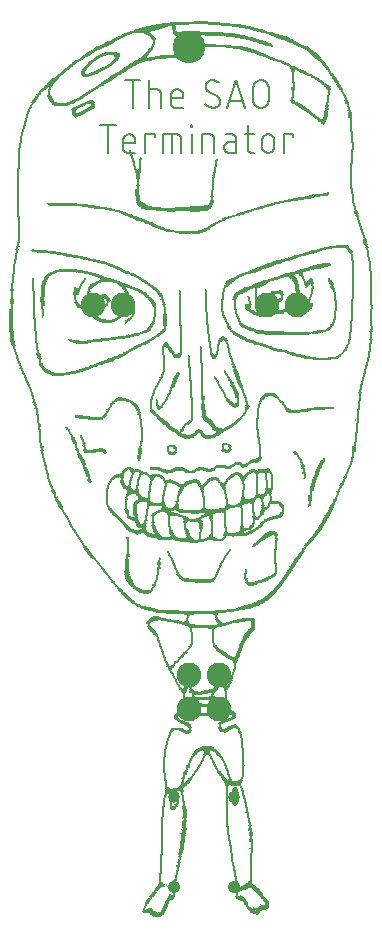
<source format=gts>
G04 EAGLE Gerber X2 export*
G75*
%MOMM*%
%FSLAX34Y34*%
%LPD*%
%AMOC8*
5,1,8,0,0,1.08239X$1,22.5*%
G01*
%ADD10C,0.203200*%
%ADD11C,2.743200*%
%ADD12C,2.082800*%
%ADD13C,1.016000*%
%ADD14C,1.047269*%
%ADD15R,0.531622X0.040894*%
%ADD16R,0.695197X0.040894*%
%ADD17R,0.776984X0.040894*%
%ADD18R,0.858772X0.040894*%
%ADD19R,1.022350X0.040894*%
%ADD20R,1.104141X0.040894*%
%ADD21R,0.204469X0.040894*%
%ADD22R,1.145034X0.040897*%
%ADD23R,0.449834X0.040897*%
%ADD24R,1.185928X0.040894*%
%ADD25R,0.163578X0.040894*%
%ADD26R,0.572516X0.040894*%
%ADD27R,0.449834X0.040894*%
%ADD28R,0.613409X0.040894*%
%ADD29R,0.286259X0.040894*%
%ADD30R,0.368047X0.040894*%
%ADD31R,1.145031X0.040894*%
%ADD32R,0.858775X0.040894*%
%ADD33R,0.940563X0.040894*%
%ADD34R,0.327153X0.040894*%
%ADD35R,0.490728X0.040894*%
%ADD36R,0.408941X0.040894*%
%ADD37R,0.899669X0.040894*%
%ADD38R,0.204472X0.040894*%
%ADD39R,1.349500X0.040894*%
%ADD40R,1.513078X0.040894*%
%ADD41R,1.145034X0.040894*%
%ADD42R,0.245366X0.040894*%
%ADD43R,0.204472X0.040897*%
%ADD44R,0.327153X0.040897*%
%ADD45R,0.081787X0.040897*%
%ADD46R,0.899669X0.040897*%
%ADD47R,0.286256X0.040894*%
%ADD48R,0.817881X0.040894*%
%ADD49R,0.776988X0.040894*%
%ADD50R,0.736091X0.040894*%
%ADD51R,0.081787X0.040894*%
%ADD52R,0.245363X0.040894*%
%ADD53R,0.286256X0.040897*%
%ADD54R,0.245363X0.040897*%
%ADD55R,0.368044X0.040894*%
%ADD56R,0.327150X0.040894*%
%ADD57R,0.654303X0.040894*%
%ADD58R,0.613413X0.040894*%
%ADD59R,0.286259X0.040897*%
%ADD60R,0.531622X0.040897*%
%ADD61R,0.245366X0.040897*%
%ADD62R,0.040894X0.040897*%
%ADD63R,0.408941X0.040897*%
%ADD64R,0.163575X0.040894*%
%ADD65R,0.122681X0.040894*%
%ADD66R,0.490725X0.040894*%
%ADD67R,0.327150X0.040897*%
%ADD68R,0.695197X0.040897*%
%ADD69R,0.449831X0.040897*%
%ADD70R,0.817878X0.040894*%
%ADD71R,0.408938X0.040894*%
%ADD72R,0.940559X0.040894*%
%ADD73R,0.449831X0.040894*%
%ADD74R,1.717547X0.040894*%
%ADD75R,1.267716X0.040894*%
%ADD76R,1.104137X0.040894*%
%ADD77R,0.981456X0.040894*%
%ADD78R,0.040894X0.040894*%
%ADD79R,0.490728X0.040897*%
%ADD80R,0.204469X0.040897*%
%ADD81R,0.122681X0.040897*%
%ADD82R,0.163575X0.040897*%
%ADD83R,0.368047X0.040897*%
%ADD84R,0.163578X0.040897*%
%ADD85R,0.040897X0.040894*%
%ADD86R,1.472184X0.040894*%
%ADD87R,1.431291X0.040894*%
%ADD88R,0.695200X0.040894*%
%ADD89R,0.899666X0.040894*%
%ADD90R,0.572519X0.040894*%
%ADD91R,1.390394X0.040894*%
%ADD92R,1.431288X0.040894*%
%ADD93R,1.594869X0.040894*%
%ADD94R,0.695200X0.040897*%
%ADD95R,0.572519X0.040897*%
%ADD96R,0.736094X0.040894*%
%ADD97R,0.122684X0.040894*%
%ADD98R,1.104137X0.040897*%
%ADD99R,1.063244X0.040894*%
%ADD100R,1.676653X0.040894*%
%ADD101R,1.349503X0.040894*%
%ADD102R,0.858775X0.040897*%
%ADD103R,0.654306X0.040894*%
%ADD104R,0.654306X0.040897*%
%ADD105R,1.226819X0.040894*%
%ADD106R,1.472184X0.040897*%
%ADD107R,0.368044X0.040897*%
%ADD108R,1.635759X0.040894*%
%ADD109R,1.840231X0.040894*%
%ADD110R,1.758441X0.040894*%
%ADD111R,1.267713X0.040894*%
%ADD112R,1.922019X0.040894*%
%ADD113R,1.799334X0.040894*%
%ADD114R,1.308609X0.040894*%
%ADD115R,1.185925X0.040894*%
%ADD116R,1.063244X0.040897*%
%ADD117R,1.881125X0.040894*%
%ADD118R,2.290066X0.040894*%
%ADD119R,2.249172X0.040894*%
%ADD120R,2.167384X0.040894*%
%ADD121R,1.594866X0.040894*%
%ADD122R,2.167381X0.040894*%
%ADD123R,2.085594X0.040894*%
%ADD124R,2.044700X0.040894*%
%ADD125R,2.003806X0.040894*%
%ADD126R,2.126488X0.040894*%
%ADD127R,0.858772X0.040897*%
%ADD128R,0.531625X0.040894*%
%ADD129R,0.654303X0.040897*%
%ADD130R,2.290062X0.040894*%
%ADD131R,2.617216X0.040894*%
%ADD132R,2.903472X0.040894*%
%ADD133R,1.308606X0.040894*%
%ADD134R,1.635763X0.040894*%
%ADD135R,0.940559X0.040897*%
%ADD136R,1.226822X0.040894*%
%ADD137R,1.717550X0.040894*%
%ADD138R,4.212084X0.040894*%
%ADD139R,4.457447X0.040894*%
%ADD140R,5.111750X0.040894*%
%ADD141R,5.847844X0.040897*%
%ADD142R,6.543041X0.040894*%
%ADD143R,3.107944X0.040894*%
%ADD144R,2.739897X0.040894*%
%ADD145R,2.371853X0.040894*%
%ADD146R,1.063247X0.040894*%
%ADD147R,0.408938X0.040897*%
%ADD148R,1.922019X0.040897*%
%ADD149R,0.776984X0.040897*%
%ADD150R,2.576322X0.040894*%
%ADD151R,2.699003X0.040894*%
%ADD152R,2.780791X0.040894*%
%ADD153R,2.862581X0.040894*%
%ADD154R,2.944369X0.040894*%
%ADD155R,0.081791X0.040894*%
%ADD156R,2.494534X0.040894*%
%ADD157R,2.699006X0.040894*%
%ADD158R,1.676656X0.040897*%
%ADD159R,1.022350X0.040897*%
%ADD160R,2.985259X0.040894*%
%ADD161R,1.962913X0.040894*%
%ADD162R,2.085597X0.040894*%
%ADD163R,0.572516X0.040897*%
%ADD164R,0.899666X0.040897*%
%ADD165R,1.390397X0.040894*%
%ADD166R,3.475991X0.040894*%
%ADD167R,3.598672X0.040894*%
%ADD168R,4.089400X0.040894*%
%ADD169R,4.252975X0.040894*%
%ADD170R,4.293869X0.040894*%
%ADD171R,1.553972X0.040897*%
%ADD172R,0.736094X0.040897*%
%ADD173R,0.817881X0.040897*%
%ADD174R,0.817878X0.040897*%
%ADD175R,0.981453X0.040894*%
%ADD176R,1.553972X0.040894*%
%ADD177R,1.881122X0.040894*%
%ADD178R,1.840228X0.040894*%
%ADD179R,2.535428X0.040894*%
%ADD180R,0.776988X0.040897*%
%ADD181R,1.717550X0.040897*%
%ADD182R,2.412747X0.040894*%
%ADD183R,0.613413X0.040897*%
%ADD184R,0.613409X0.040897*%
%ADD185R,0.122684X0.040897*%
%ADD186R,1.962909X0.040894*%
%ADD187R,2.208278X0.040894*%
%ADD188R,2.453641X0.040897*%
%ADD189R,1.676656X0.040894*%
%ADD190R,3.680462X0.040897*%
%ADD191R,4.498341X0.040894*%
%ADD192R,3.067050X0.040894*%
%ADD193R,2.494531X0.040894*%
%ADD194R,0.081791X0.040897*%
%ADD195R,0.736091X0.040897*%
%ADD196R,0.940563X0.040897*%
%ADD197R,1.185925X0.040897*%
%ADD198R,2.617219X0.040894*%
%ADD199R,1.431291X0.040897*%
%ADD200R,1.922016X0.040894*%
%ADD201R,3.026156X0.040897*%
%ADD202R,3.639569X0.040894*%
%ADD203R,4.375659X0.040894*%
%ADD204R,3.844038X0.040894*%
%ADD205R,5.398006X0.040894*%
%ADD206R,5.684266X0.040894*%
%ADD207R,5.847841X0.040894*%
%ADD208R,1.349503X0.040897*%
%ADD209R,1.226819X0.040897*%
%ADD210R,2.453638X0.040897*%
%ADD211R,3.803141X0.040894*%
%ADD212R,3.353309X0.040894*%
%ADD213R,2.821688X0.040894*%
%ADD214R,1.308609X0.040897*%
%ADD215R,1.758444X0.040894*%
%ADD216R,2.208275X0.040894*%
%ADD217R,1.799338X0.040894*%
%ADD218R,2.821684X0.040894*%
%ADD219R,2.658109X0.040894*%
%ADD220R,2.330956X0.040894*%
%ADD221R,0.981456X0.040897*%
%ADD222R,4.212081X0.040894*%
%ADD223R,3.721353X0.040894*%
%ADD224R,3.394203X0.040894*%
%ADD225R,1.922016X0.040897*%
%ADD226R,1.185928X0.040897*%
%ADD227R,2.330959X0.040894*%
%ADD228R,3.148841X0.040894*%
%ADD229R,5.602478X0.040894*%
%ADD230R,5.479797X0.040894*%
%ADD231R,5.193538X0.040894*%
%ADD232R,4.825494X0.040894*%
%ADD233R,1.840228X0.040897*%
%ADD234R,3.598672X0.040897*%
%ADD235R,3.026156X0.040894*%
%ADD236R,1.635759X0.040897*%
%ADD237R,5.806950X0.040894*%
%ADD238R,5.070856X0.040894*%
%ADD239R,3.148837X0.040894*%


D10*
X117165Y698246D02*
X117165Y721614D01*
X110674Y721614D02*
X123656Y721614D01*
X130763Y721614D02*
X130763Y698246D01*
X130763Y713825D02*
X137254Y713825D01*
X137376Y713823D01*
X137499Y713817D01*
X137621Y713808D01*
X137742Y713794D01*
X137863Y713777D01*
X137984Y713756D01*
X138104Y713731D01*
X138223Y713703D01*
X138341Y713670D01*
X138458Y713634D01*
X138573Y713595D01*
X138688Y713551D01*
X138801Y713505D01*
X138912Y713454D01*
X139022Y713400D01*
X139130Y713343D01*
X139237Y713283D01*
X139341Y713219D01*
X139443Y713151D01*
X139543Y713081D01*
X139641Y713008D01*
X139737Y712931D01*
X139830Y712852D01*
X139920Y712769D01*
X140008Y712684D01*
X140093Y712596D01*
X140176Y712506D01*
X140255Y712413D01*
X140332Y712317D01*
X140405Y712219D01*
X140475Y712119D01*
X140543Y712017D01*
X140607Y711913D01*
X140667Y711806D01*
X140724Y711698D01*
X140778Y711588D01*
X140829Y711477D01*
X140875Y711364D01*
X140919Y711249D01*
X140958Y711134D01*
X140994Y711017D01*
X141027Y710899D01*
X141055Y710780D01*
X141080Y710660D01*
X141101Y710539D01*
X141118Y710418D01*
X141132Y710297D01*
X141141Y710175D01*
X141147Y710052D01*
X141149Y709930D01*
X141149Y698246D01*
X153449Y698246D02*
X159940Y698246D01*
X153449Y698246D02*
X153327Y698248D01*
X153204Y698254D01*
X153082Y698263D01*
X152961Y698277D01*
X152840Y698294D01*
X152719Y698315D01*
X152599Y698340D01*
X152480Y698368D01*
X152362Y698401D01*
X152245Y698437D01*
X152130Y698476D01*
X152015Y698520D01*
X151902Y698566D01*
X151791Y698617D01*
X151681Y698671D01*
X151573Y698728D01*
X151466Y698788D01*
X151362Y698852D01*
X151260Y698920D01*
X151160Y698990D01*
X151062Y699063D01*
X150966Y699140D01*
X150873Y699219D01*
X150783Y699302D01*
X150695Y699387D01*
X150610Y699475D01*
X150527Y699565D01*
X150448Y699658D01*
X150371Y699754D01*
X150298Y699852D01*
X150228Y699952D01*
X150160Y700054D01*
X150096Y700158D01*
X150036Y700265D01*
X149979Y700373D01*
X149925Y700483D01*
X149874Y700594D01*
X149828Y700707D01*
X149784Y700822D01*
X149745Y700937D01*
X149709Y701054D01*
X149676Y701172D01*
X149648Y701291D01*
X149623Y701411D01*
X149602Y701532D01*
X149585Y701653D01*
X149571Y701774D01*
X149562Y701896D01*
X149556Y702019D01*
X149554Y702141D01*
X149554Y708632D01*
X149556Y708775D01*
X149562Y708918D01*
X149572Y709061D01*
X149586Y709203D01*
X149603Y709345D01*
X149625Y709487D01*
X149650Y709628D01*
X149680Y709768D01*
X149713Y709907D01*
X149750Y710045D01*
X149791Y710182D01*
X149835Y710318D01*
X149884Y710453D01*
X149936Y710586D01*
X149991Y710718D01*
X150051Y710848D01*
X150114Y710977D01*
X150180Y711104D01*
X150250Y711229D01*
X150323Y711351D01*
X150400Y711472D01*
X150480Y711591D01*
X150563Y711707D01*
X150649Y711822D01*
X150738Y711933D01*
X150831Y712043D01*
X150926Y712149D01*
X151025Y712253D01*
X151126Y712354D01*
X151230Y712453D01*
X151336Y712548D01*
X151446Y712641D01*
X151557Y712730D01*
X151672Y712816D01*
X151788Y712899D01*
X151907Y712979D01*
X152028Y713056D01*
X152151Y713129D01*
X152275Y713199D01*
X152402Y713265D01*
X152531Y713328D01*
X152661Y713388D01*
X152793Y713443D01*
X152926Y713495D01*
X153061Y713544D01*
X153197Y713588D01*
X153334Y713629D01*
X153472Y713666D01*
X153611Y713699D01*
X153751Y713729D01*
X153892Y713754D01*
X154034Y713776D01*
X154176Y713793D01*
X154318Y713807D01*
X154461Y713817D01*
X154604Y713823D01*
X154747Y713825D01*
X154890Y713823D01*
X155033Y713817D01*
X155176Y713807D01*
X155318Y713793D01*
X155460Y713776D01*
X155602Y713754D01*
X155743Y713729D01*
X155883Y713699D01*
X156022Y713666D01*
X156160Y713629D01*
X156297Y713588D01*
X156433Y713544D01*
X156568Y713495D01*
X156701Y713443D01*
X156833Y713388D01*
X156963Y713328D01*
X157092Y713265D01*
X157219Y713199D01*
X157344Y713129D01*
X157466Y713056D01*
X157587Y712979D01*
X157706Y712899D01*
X157822Y712816D01*
X157937Y712730D01*
X158048Y712641D01*
X158158Y712548D01*
X158264Y712453D01*
X158368Y712354D01*
X158469Y712253D01*
X158568Y712149D01*
X158663Y712043D01*
X158756Y711933D01*
X158845Y711822D01*
X158931Y711707D01*
X159014Y711591D01*
X159094Y711472D01*
X159171Y711351D01*
X159244Y711229D01*
X159314Y711104D01*
X159380Y710977D01*
X159443Y710848D01*
X159503Y710718D01*
X159558Y710586D01*
X159610Y710453D01*
X159659Y710318D01*
X159703Y710182D01*
X159744Y710045D01*
X159781Y709907D01*
X159814Y709768D01*
X159844Y709628D01*
X159869Y709487D01*
X159891Y709345D01*
X159908Y709203D01*
X159922Y709061D01*
X159932Y708918D01*
X159938Y708775D01*
X159940Y708632D01*
X159940Y706035D01*
X149554Y706035D01*
X185971Y698246D02*
X186114Y698248D01*
X186257Y698254D01*
X186400Y698264D01*
X186542Y698278D01*
X186684Y698295D01*
X186826Y698317D01*
X186967Y698342D01*
X187107Y698372D01*
X187246Y698405D01*
X187384Y698442D01*
X187521Y698483D01*
X187657Y698527D01*
X187792Y698576D01*
X187925Y698628D01*
X188057Y698683D01*
X188187Y698743D01*
X188316Y698806D01*
X188443Y698872D01*
X188567Y698942D01*
X188690Y699015D01*
X188811Y699092D01*
X188930Y699172D01*
X189046Y699255D01*
X189161Y699341D01*
X189272Y699430D01*
X189382Y699523D01*
X189488Y699618D01*
X189592Y699717D01*
X189693Y699818D01*
X189792Y699922D01*
X189887Y700028D01*
X189980Y700138D01*
X190069Y700249D01*
X190155Y700364D01*
X190238Y700480D01*
X190318Y700599D01*
X190395Y700720D01*
X190468Y700843D01*
X190538Y700967D01*
X190604Y701094D01*
X190667Y701223D01*
X190727Y701353D01*
X190782Y701485D01*
X190834Y701618D01*
X190883Y701753D01*
X190927Y701889D01*
X190968Y702026D01*
X191005Y702164D01*
X191038Y702303D01*
X191068Y702443D01*
X191093Y702584D01*
X191115Y702726D01*
X191132Y702868D01*
X191146Y703010D01*
X191156Y703153D01*
X191162Y703296D01*
X191164Y703439D01*
X185971Y698246D02*
X185709Y698249D01*
X185446Y698259D01*
X185184Y698274D01*
X184923Y698296D01*
X184662Y698324D01*
X184402Y698359D01*
X184142Y698400D01*
X183884Y698446D01*
X183627Y698499D01*
X183371Y698559D01*
X183117Y698624D01*
X182864Y698695D01*
X182614Y698772D01*
X182365Y698856D01*
X182118Y698945D01*
X181873Y699040D01*
X181631Y699141D01*
X181391Y699248D01*
X181154Y699360D01*
X180920Y699478D01*
X180688Y699602D01*
X180460Y699731D01*
X180234Y699866D01*
X180012Y700006D01*
X179793Y700151D01*
X179578Y700301D01*
X179367Y700457D01*
X179159Y700617D01*
X178955Y700783D01*
X178756Y700953D01*
X178560Y701128D01*
X178369Y701307D01*
X178182Y701492D01*
X178831Y716421D02*
X178833Y716564D01*
X178839Y716707D01*
X178849Y716850D01*
X178863Y716992D01*
X178880Y717134D01*
X178902Y717276D01*
X178927Y717417D01*
X178957Y717557D01*
X178990Y717696D01*
X179027Y717834D01*
X179068Y717971D01*
X179112Y718107D01*
X179161Y718242D01*
X179213Y718375D01*
X179268Y718507D01*
X179328Y718637D01*
X179391Y718766D01*
X179457Y718893D01*
X179527Y719018D01*
X179600Y719140D01*
X179677Y719261D01*
X179757Y719380D01*
X179840Y719496D01*
X179926Y719611D01*
X180015Y719722D01*
X180108Y719832D01*
X180203Y719938D01*
X180302Y720042D01*
X180403Y720143D01*
X180507Y720242D01*
X180613Y720337D01*
X180723Y720430D01*
X180834Y720519D01*
X180949Y720605D01*
X181065Y720689D01*
X181184Y720768D01*
X181305Y720845D01*
X181428Y720918D01*
X181552Y720988D01*
X181679Y721054D01*
X181808Y721117D01*
X181938Y721177D01*
X182070Y721232D01*
X182203Y721284D01*
X182338Y721333D01*
X182474Y721377D01*
X182611Y721418D01*
X182749Y721455D01*
X182888Y721488D01*
X183028Y721518D01*
X183169Y721543D01*
X183311Y721565D01*
X183453Y721582D01*
X183595Y721596D01*
X183738Y721606D01*
X183881Y721612D01*
X184024Y721614D01*
X184256Y721611D01*
X184488Y721603D01*
X184720Y721589D01*
X184951Y721570D01*
X185182Y721545D01*
X185412Y721515D01*
X185641Y721479D01*
X185869Y721438D01*
X186097Y721391D01*
X186323Y721339D01*
X186548Y721281D01*
X186771Y721218D01*
X186993Y721150D01*
X187213Y721077D01*
X187431Y720998D01*
X187648Y720915D01*
X187862Y720826D01*
X188074Y720732D01*
X188284Y720633D01*
X188492Y720529D01*
X188696Y720420D01*
X188899Y720306D01*
X189098Y720187D01*
X189295Y720064D01*
X189488Y719936D01*
X189679Y719804D01*
X189866Y719667D01*
X181427Y711877D02*
X181304Y711952D01*
X181183Y712030D01*
X181064Y712112D01*
X180948Y712196D01*
X180834Y712284D01*
X180722Y712375D01*
X180612Y712469D01*
X180506Y712566D01*
X180402Y712666D01*
X180301Y712768D01*
X180202Y712874D01*
X180107Y712982D01*
X180014Y713092D01*
X179925Y713205D01*
X179839Y713321D01*
X179755Y713438D01*
X179676Y713558D01*
X179599Y713680D01*
X179526Y713804D01*
X179456Y713930D01*
X179390Y714058D01*
X179327Y714188D01*
X179268Y714319D01*
X179212Y714452D01*
X179160Y714587D01*
X179112Y714723D01*
X179067Y714860D01*
X179027Y714998D01*
X178990Y715137D01*
X178956Y715277D01*
X178927Y715418D01*
X178902Y715560D01*
X178880Y715703D01*
X178862Y715846D01*
X178849Y715989D01*
X178839Y716133D01*
X178833Y716277D01*
X178831Y716421D01*
X188568Y707983D02*
X188691Y707908D01*
X188812Y707830D01*
X188931Y707748D01*
X189047Y707664D01*
X189161Y707576D01*
X189273Y707485D01*
X189382Y707391D01*
X189489Y707294D01*
X189593Y707194D01*
X189694Y707092D01*
X189793Y706986D01*
X189888Y706878D01*
X189981Y706768D01*
X190070Y706655D01*
X190156Y706540D01*
X190239Y706422D01*
X190319Y706302D01*
X190396Y706180D01*
X190469Y706056D01*
X190539Y705930D01*
X190605Y705802D01*
X190668Y705672D01*
X190727Y705541D01*
X190783Y705408D01*
X190835Y705273D01*
X190883Y705137D01*
X190928Y705000D01*
X190968Y704862D01*
X191005Y704723D01*
X191039Y704583D01*
X191068Y704442D01*
X191093Y704300D01*
X191115Y704157D01*
X191133Y704014D01*
X191146Y703871D01*
X191156Y703727D01*
X191162Y703583D01*
X191164Y703439D01*
X188568Y707983D02*
X181428Y711877D01*
X197067Y698246D02*
X204856Y721614D01*
X212645Y698246D01*
X210698Y704088D02*
X199014Y704088D01*
X219244Y704737D02*
X219244Y715123D01*
X219246Y715282D01*
X219252Y715441D01*
X219262Y715601D01*
X219275Y715759D01*
X219293Y715918D01*
X219314Y716075D01*
X219340Y716233D01*
X219369Y716389D01*
X219402Y716545D01*
X219439Y716700D01*
X219479Y716854D01*
X219524Y717007D01*
X219572Y717159D01*
X219623Y717310D01*
X219679Y717459D01*
X219738Y717607D01*
X219801Y717753D01*
X219867Y717898D01*
X219937Y718041D01*
X220010Y718183D01*
X220087Y718322D01*
X220167Y718460D01*
X220251Y718596D01*
X220338Y718729D01*
X220428Y718861D01*
X220521Y718990D01*
X220618Y719116D01*
X220717Y719241D01*
X220820Y719363D01*
X220925Y719482D01*
X221034Y719599D01*
X221145Y719713D01*
X221259Y719824D01*
X221376Y719933D01*
X221495Y720038D01*
X221617Y720141D01*
X221742Y720240D01*
X221868Y720337D01*
X221997Y720430D01*
X222129Y720520D01*
X222262Y720607D01*
X222398Y720691D01*
X222536Y720771D01*
X222675Y720848D01*
X222817Y720921D01*
X222960Y720991D01*
X223105Y721057D01*
X223251Y721120D01*
X223399Y721179D01*
X223548Y721235D01*
X223699Y721286D01*
X223851Y721334D01*
X224004Y721379D01*
X224158Y721419D01*
X224313Y721456D01*
X224469Y721489D01*
X224625Y721518D01*
X224783Y721544D01*
X224940Y721565D01*
X225099Y721583D01*
X225257Y721596D01*
X225417Y721606D01*
X225576Y721612D01*
X225735Y721614D01*
X225894Y721612D01*
X226053Y721606D01*
X226213Y721596D01*
X226371Y721583D01*
X226530Y721565D01*
X226687Y721544D01*
X226845Y721518D01*
X227001Y721489D01*
X227157Y721456D01*
X227312Y721419D01*
X227466Y721379D01*
X227619Y721334D01*
X227771Y721286D01*
X227922Y721235D01*
X228071Y721179D01*
X228219Y721120D01*
X228365Y721057D01*
X228510Y720991D01*
X228653Y720921D01*
X228795Y720848D01*
X228934Y720771D01*
X229072Y720691D01*
X229208Y720607D01*
X229341Y720520D01*
X229473Y720430D01*
X229602Y720337D01*
X229728Y720240D01*
X229853Y720141D01*
X229975Y720038D01*
X230094Y719933D01*
X230211Y719824D01*
X230325Y719713D01*
X230436Y719599D01*
X230545Y719482D01*
X230650Y719363D01*
X230753Y719241D01*
X230852Y719116D01*
X230949Y718990D01*
X231042Y718861D01*
X231132Y718729D01*
X231219Y718596D01*
X231303Y718460D01*
X231383Y718322D01*
X231460Y718183D01*
X231533Y718041D01*
X231603Y717898D01*
X231669Y717753D01*
X231732Y717607D01*
X231791Y717459D01*
X231847Y717310D01*
X231898Y717159D01*
X231946Y717007D01*
X231991Y716854D01*
X232031Y716700D01*
X232068Y716545D01*
X232101Y716389D01*
X232130Y716233D01*
X232156Y716075D01*
X232177Y715918D01*
X232195Y715759D01*
X232208Y715601D01*
X232218Y715441D01*
X232224Y715282D01*
X232226Y715123D01*
X232226Y704737D01*
X232224Y704578D01*
X232218Y704419D01*
X232208Y704259D01*
X232195Y704101D01*
X232177Y703942D01*
X232156Y703785D01*
X232130Y703627D01*
X232101Y703471D01*
X232068Y703315D01*
X232031Y703160D01*
X231991Y703006D01*
X231946Y702853D01*
X231898Y702701D01*
X231847Y702550D01*
X231791Y702401D01*
X231732Y702253D01*
X231669Y702107D01*
X231603Y701962D01*
X231533Y701819D01*
X231460Y701677D01*
X231383Y701538D01*
X231303Y701400D01*
X231219Y701264D01*
X231132Y701131D01*
X231042Y700999D01*
X230949Y700870D01*
X230852Y700744D01*
X230753Y700619D01*
X230650Y700497D01*
X230545Y700378D01*
X230436Y700261D01*
X230325Y700147D01*
X230211Y700036D01*
X230094Y699927D01*
X229975Y699822D01*
X229853Y699719D01*
X229728Y699620D01*
X229602Y699523D01*
X229473Y699430D01*
X229341Y699340D01*
X229208Y699253D01*
X229072Y699169D01*
X228934Y699089D01*
X228795Y699012D01*
X228653Y698939D01*
X228510Y698869D01*
X228365Y698803D01*
X228219Y698740D01*
X228071Y698681D01*
X227922Y698625D01*
X227771Y698574D01*
X227619Y698526D01*
X227466Y698481D01*
X227312Y698441D01*
X227157Y698404D01*
X227001Y698371D01*
X226845Y698342D01*
X226687Y698316D01*
X226530Y698295D01*
X226371Y698277D01*
X226213Y698264D01*
X226053Y698254D01*
X225894Y698248D01*
X225735Y698246D01*
X225576Y698248D01*
X225417Y698254D01*
X225257Y698264D01*
X225099Y698277D01*
X224940Y698295D01*
X224783Y698316D01*
X224625Y698342D01*
X224469Y698371D01*
X224313Y698404D01*
X224158Y698441D01*
X224004Y698481D01*
X223851Y698526D01*
X223699Y698574D01*
X223548Y698625D01*
X223399Y698681D01*
X223251Y698740D01*
X223105Y698803D01*
X222960Y698869D01*
X222817Y698939D01*
X222675Y699012D01*
X222536Y699089D01*
X222398Y699169D01*
X222262Y699253D01*
X222129Y699340D01*
X221997Y699430D01*
X221868Y699523D01*
X221742Y699620D01*
X221617Y699719D01*
X221495Y699822D01*
X221376Y699927D01*
X221259Y700036D01*
X221145Y700147D01*
X221034Y700261D01*
X220925Y700378D01*
X220820Y700497D01*
X220717Y700619D01*
X220618Y700744D01*
X220521Y700870D01*
X220428Y700999D01*
X220338Y701131D01*
X220251Y701264D01*
X220167Y701400D01*
X220087Y701538D01*
X220010Y701677D01*
X219937Y701819D01*
X219867Y701962D01*
X219801Y702107D01*
X219738Y702253D01*
X219679Y702401D01*
X219623Y702550D01*
X219572Y702701D01*
X219524Y702853D01*
X219479Y703006D01*
X219439Y703160D01*
X219402Y703315D01*
X219369Y703471D01*
X219340Y703627D01*
X219314Y703785D01*
X219293Y703942D01*
X219275Y704101D01*
X219262Y704259D01*
X219252Y704419D01*
X219246Y704578D01*
X219244Y704737D01*
X96114Y683514D02*
X96114Y660146D01*
X89623Y683514D02*
X102605Y683514D01*
X112911Y660146D02*
X119402Y660146D01*
X112911Y660146D02*
X112789Y660148D01*
X112666Y660154D01*
X112544Y660163D01*
X112423Y660177D01*
X112302Y660194D01*
X112181Y660215D01*
X112061Y660240D01*
X111942Y660268D01*
X111824Y660301D01*
X111707Y660337D01*
X111592Y660376D01*
X111477Y660420D01*
X111364Y660466D01*
X111253Y660517D01*
X111143Y660571D01*
X111035Y660628D01*
X110928Y660688D01*
X110824Y660752D01*
X110722Y660820D01*
X110622Y660890D01*
X110524Y660963D01*
X110428Y661040D01*
X110335Y661119D01*
X110245Y661202D01*
X110157Y661287D01*
X110072Y661375D01*
X109989Y661465D01*
X109910Y661558D01*
X109833Y661654D01*
X109760Y661752D01*
X109690Y661852D01*
X109622Y661954D01*
X109558Y662058D01*
X109498Y662165D01*
X109441Y662273D01*
X109387Y662383D01*
X109336Y662494D01*
X109290Y662607D01*
X109246Y662722D01*
X109207Y662837D01*
X109171Y662954D01*
X109138Y663072D01*
X109110Y663191D01*
X109085Y663311D01*
X109064Y663432D01*
X109047Y663553D01*
X109033Y663674D01*
X109024Y663796D01*
X109018Y663919D01*
X109016Y664041D01*
X109016Y670532D01*
X109018Y670675D01*
X109024Y670818D01*
X109034Y670961D01*
X109048Y671103D01*
X109065Y671245D01*
X109087Y671387D01*
X109112Y671528D01*
X109142Y671668D01*
X109175Y671807D01*
X109212Y671945D01*
X109253Y672082D01*
X109297Y672218D01*
X109346Y672353D01*
X109398Y672486D01*
X109453Y672618D01*
X109513Y672748D01*
X109576Y672877D01*
X109642Y673004D01*
X109712Y673129D01*
X109785Y673251D01*
X109862Y673372D01*
X109942Y673491D01*
X110025Y673607D01*
X110111Y673722D01*
X110200Y673833D01*
X110293Y673943D01*
X110388Y674049D01*
X110487Y674153D01*
X110588Y674254D01*
X110692Y674353D01*
X110798Y674448D01*
X110908Y674541D01*
X111019Y674630D01*
X111134Y674716D01*
X111250Y674799D01*
X111369Y674879D01*
X111490Y674956D01*
X111613Y675029D01*
X111737Y675099D01*
X111864Y675165D01*
X111993Y675228D01*
X112123Y675288D01*
X112255Y675343D01*
X112388Y675395D01*
X112523Y675444D01*
X112659Y675488D01*
X112796Y675529D01*
X112934Y675566D01*
X113073Y675599D01*
X113213Y675629D01*
X113354Y675654D01*
X113496Y675676D01*
X113638Y675693D01*
X113780Y675707D01*
X113923Y675717D01*
X114066Y675723D01*
X114209Y675725D01*
X114352Y675723D01*
X114495Y675717D01*
X114638Y675707D01*
X114780Y675693D01*
X114922Y675676D01*
X115064Y675654D01*
X115205Y675629D01*
X115345Y675599D01*
X115484Y675566D01*
X115622Y675529D01*
X115759Y675488D01*
X115895Y675444D01*
X116030Y675395D01*
X116163Y675343D01*
X116295Y675288D01*
X116425Y675228D01*
X116554Y675165D01*
X116681Y675099D01*
X116806Y675029D01*
X116928Y674956D01*
X117049Y674879D01*
X117168Y674799D01*
X117284Y674716D01*
X117399Y674630D01*
X117510Y674541D01*
X117620Y674448D01*
X117726Y674353D01*
X117830Y674254D01*
X117931Y674153D01*
X118030Y674049D01*
X118125Y673943D01*
X118218Y673833D01*
X118307Y673722D01*
X118393Y673607D01*
X118476Y673491D01*
X118556Y673372D01*
X118633Y673251D01*
X118706Y673129D01*
X118776Y673004D01*
X118842Y672877D01*
X118905Y672748D01*
X118965Y672618D01*
X119020Y672486D01*
X119072Y672353D01*
X119121Y672218D01*
X119165Y672082D01*
X119206Y671945D01*
X119243Y671807D01*
X119276Y671668D01*
X119306Y671528D01*
X119331Y671387D01*
X119353Y671245D01*
X119370Y671103D01*
X119384Y670961D01*
X119394Y670818D01*
X119400Y670675D01*
X119402Y670532D01*
X119402Y667935D01*
X109016Y667935D01*
X127871Y660146D02*
X127871Y675725D01*
X135660Y675725D01*
X135660Y673128D01*
X142609Y675725D02*
X142609Y660146D01*
X142609Y675725D02*
X154293Y675725D01*
X154415Y675723D01*
X154538Y675717D01*
X154660Y675708D01*
X154781Y675694D01*
X154902Y675677D01*
X155023Y675656D01*
X155143Y675631D01*
X155262Y675603D01*
X155380Y675570D01*
X155497Y675534D01*
X155612Y675495D01*
X155727Y675451D01*
X155840Y675405D01*
X155951Y675354D01*
X156061Y675300D01*
X156169Y675243D01*
X156276Y675183D01*
X156380Y675119D01*
X156482Y675051D01*
X156582Y674981D01*
X156680Y674908D01*
X156776Y674831D01*
X156869Y674752D01*
X156959Y674669D01*
X157047Y674584D01*
X157132Y674496D01*
X157215Y674406D01*
X157294Y674313D01*
X157371Y674217D01*
X157444Y674119D01*
X157514Y674019D01*
X157582Y673917D01*
X157646Y673813D01*
X157706Y673706D01*
X157763Y673598D01*
X157817Y673488D01*
X157868Y673377D01*
X157914Y673264D01*
X157958Y673149D01*
X157997Y673034D01*
X158033Y672917D01*
X158066Y672799D01*
X158094Y672680D01*
X158119Y672560D01*
X158140Y672439D01*
X158157Y672318D01*
X158171Y672197D01*
X158180Y672075D01*
X158186Y671952D01*
X158188Y671830D01*
X158188Y660146D01*
X150399Y660146D02*
X150399Y675725D01*
X167102Y675725D02*
X167102Y660146D01*
X166453Y682216D02*
X166453Y683514D01*
X167751Y683514D01*
X167751Y682216D01*
X166453Y682216D01*
X175828Y675725D02*
X175828Y660146D01*
X175828Y675725D02*
X182319Y675725D01*
X182441Y675723D01*
X182564Y675717D01*
X182686Y675708D01*
X182807Y675694D01*
X182928Y675677D01*
X183049Y675656D01*
X183169Y675631D01*
X183288Y675603D01*
X183406Y675570D01*
X183523Y675534D01*
X183638Y675495D01*
X183753Y675451D01*
X183866Y675405D01*
X183977Y675354D01*
X184087Y675300D01*
X184195Y675243D01*
X184302Y675183D01*
X184406Y675119D01*
X184508Y675051D01*
X184608Y674981D01*
X184706Y674908D01*
X184802Y674831D01*
X184895Y674752D01*
X184985Y674669D01*
X185073Y674584D01*
X185158Y674496D01*
X185241Y674406D01*
X185320Y674313D01*
X185397Y674217D01*
X185470Y674119D01*
X185540Y674019D01*
X185608Y673917D01*
X185672Y673813D01*
X185732Y673706D01*
X185789Y673598D01*
X185843Y673488D01*
X185894Y673377D01*
X185940Y673264D01*
X185984Y673149D01*
X186023Y673034D01*
X186059Y672917D01*
X186092Y672799D01*
X186120Y672680D01*
X186145Y672560D01*
X186166Y672439D01*
X186183Y672318D01*
X186197Y672197D01*
X186206Y672075D01*
X186212Y671952D01*
X186214Y671830D01*
X186214Y660146D01*
X199112Y669234D02*
X204954Y669234D01*
X199112Y669234D02*
X198979Y669232D01*
X198845Y669226D01*
X198712Y669216D01*
X198580Y669203D01*
X198447Y669185D01*
X198316Y669164D01*
X198185Y669138D01*
X198054Y669109D01*
X197925Y669076D01*
X197797Y669040D01*
X197670Y668999D01*
X197544Y668955D01*
X197419Y668907D01*
X197296Y668855D01*
X197175Y668800D01*
X197055Y668742D01*
X196937Y668680D01*
X196821Y668614D01*
X196707Y668545D01*
X196594Y668473D01*
X196484Y668397D01*
X196377Y668319D01*
X196271Y668237D01*
X196169Y668152D01*
X196068Y668064D01*
X195970Y667973D01*
X195875Y667879D01*
X195783Y667783D01*
X195694Y667684D01*
X195607Y667582D01*
X195524Y667478D01*
X195444Y667372D01*
X195367Y667263D01*
X195293Y667152D01*
X195222Y667039D01*
X195155Y666923D01*
X195091Y666806D01*
X195030Y666687D01*
X194974Y666567D01*
X194920Y666444D01*
X194871Y666320D01*
X194825Y666195D01*
X194782Y666069D01*
X194744Y665941D01*
X194709Y665812D01*
X194678Y665683D01*
X194650Y665552D01*
X194627Y665421D01*
X194608Y665289D01*
X194592Y665156D01*
X194580Y665023D01*
X194572Y664890D01*
X194568Y664757D01*
X194568Y664623D01*
X194572Y664490D01*
X194580Y664357D01*
X194592Y664224D01*
X194608Y664091D01*
X194627Y663959D01*
X194650Y663828D01*
X194678Y663697D01*
X194709Y663568D01*
X194744Y663439D01*
X194782Y663311D01*
X194825Y663185D01*
X194871Y663060D01*
X194920Y662936D01*
X194974Y662813D01*
X195030Y662693D01*
X195091Y662574D01*
X195155Y662457D01*
X195222Y662341D01*
X195293Y662228D01*
X195367Y662117D01*
X195444Y662008D01*
X195524Y661902D01*
X195607Y661798D01*
X195694Y661696D01*
X195783Y661597D01*
X195875Y661501D01*
X195970Y661407D01*
X196068Y661316D01*
X196169Y661228D01*
X196271Y661143D01*
X196377Y661061D01*
X196484Y660983D01*
X196594Y660907D01*
X196707Y660835D01*
X196821Y660766D01*
X196937Y660700D01*
X197055Y660638D01*
X197175Y660580D01*
X197296Y660525D01*
X197419Y660473D01*
X197544Y660425D01*
X197670Y660381D01*
X197797Y660340D01*
X197925Y660304D01*
X198054Y660271D01*
X198185Y660242D01*
X198316Y660216D01*
X198447Y660195D01*
X198580Y660177D01*
X198712Y660164D01*
X198845Y660154D01*
X198979Y660148D01*
X199112Y660146D01*
X204954Y660146D01*
X204954Y671830D01*
X204952Y671952D01*
X204946Y672075D01*
X204937Y672197D01*
X204923Y672318D01*
X204906Y672439D01*
X204885Y672560D01*
X204860Y672680D01*
X204832Y672799D01*
X204799Y672917D01*
X204763Y673034D01*
X204724Y673149D01*
X204680Y673264D01*
X204634Y673377D01*
X204583Y673488D01*
X204529Y673598D01*
X204472Y673706D01*
X204412Y673813D01*
X204348Y673917D01*
X204280Y674019D01*
X204210Y674119D01*
X204137Y674217D01*
X204060Y674313D01*
X203981Y674406D01*
X203898Y674496D01*
X203813Y674584D01*
X203725Y674669D01*
X203635Y674752D01*
X203542Y674831D01*
X203446Y674908D01*
X203348Y674981D01*
X203248Y675051D01*
X203146Y675119D01*
X203042Y675183D01*
X202935Y675243D01*
X202827Y675300D01*
X202717Y675354D01*
X202606Y675405D01*
X202493Y675451D01*
X202378Y675495D01*
X202263Y675534D01*
X202146Y675570D01*
X202028Y675603D01*
X201909Y675631D01*
X201789Y675656D01*
X201668Y675677D01*
X201547Y675694D01*
X201426Y675708D01*
X201304Y675717D01*
X201181Y675723D01*
X201059Y675725D01*
X195866Y675725D01*
X211840Y675725D02*
X219630Y675725D01*
X214437Y683514D02*
X214437Y664041D01*
X214436Y664041D02*
X214438Y663919D01*
X214444Y663796D01*
X214453Y663674D01*
X214467Y663553D01*
X214484Y663432D01*
X214505Y663311D01*
X214530Y663191D01*
X214558Y663072D01*
X214591Y662954D01*
X214627Y662837D01*
X214666Y662722D01*
X214710Y662607D01*
X214756Y662494D01*
X214807Y662383D01*
X214861Y662273D01*
X214918Y662165D01*
X214978Y662058D01*
X215042Y661954D01*
X215110Y661852D01*
X215180Y661752D01*
X215253Y661654D01*
X215330Y661558D01*
X215409Y661465D01*
X215492Y661375D01*
X215577Y661287D01*
X215665Y661202D01*
X215755Y661119D01*
X215848Y661040D01*
X215944Y660963D01*
X216042Y660890D01*
X216142Y660820D01*
X216244Y660752D01*
X216348Y660688D01*
X216455Y660628D01*
X216563Y660571D01*
X216673Y660517D01*
X216784Y660466D01*
X216897Y660420D01*
X217012Y660376D01*
X217127Y660337D01*
X217244Y660301D01*
X217362Y660268D01*
X217481Y660240D01*
X217601Y660215D01*
X217722Y660194D01*
X217843Y660177D01*
X217964Y660163D01*
X218086Y660154D01*
X218209Y660148D01*
X218331Y660146D01*
X219630Y660146D01*
X226633Y665339D02*
X226633Y670532D01*
X226635Y670675D01*
X226641Y670818D01*
X226651Y670961D01*
X226665Y671103D01*
X226682Y671245D01*
X226704Y671387D01*
X226729Y671528D01*
X226759Y671668D01*
X226792Y671807D01*
X226829Y671945D01*
X226870Y672082D01*
X226914Y672218D01*
X226963Y672353D01*
X227015Y672486D01*
X227070Y672618D01*
X227130Y672748D01*
X227193Y672877D01*
X227259Y673004D01*
X227329Y673129D01*
X227402Y673251D01*
X227479Y673372D01*
X227559Y673491D01*
X227642Y673607D01*
X227728Y673722D01*
X227817Y673833D01*
X227910Y673943D01*
X228005Y674049D01*
X228104Y674153D01*
X228205Y674254D01*
X228309Y674353D01*
X228415Y674448D01*
X228525Y674541D01*
X228636Y674630D01*
X228751Y674716D01*
X228867Y674799D01*
X228986Y674879D01*
X229107Y674956D01*
X229230Y675029D01*
X229354Y675099D01*
X229481Y675165D01*
X229610Y675228D01*
X229740Y675288D01*
X229872Y675343D01*
X230005Y675395D01*
X230140Y675444D01*
X230276Y675488D01*
X230413Y675529D01*
X230551Y675566D01*
X230690Y675599D01*
X230830Y675629D01*
X230971Y675654D01*
X231113Y675676D01*
X231255Y675693D01*
X231397Y675707D01*
X231540Y675717D01*
X231683Y675723D01*
X231826Y675725D01*
X231969Y675723D01*
X232112Y675717D01*
X232255Y675707D01*
X232397Y675693D01*
X232539Y675676D01*
X232681Y675654D01*
X232822Y675629D01*
X232962Y675599D01*
X233101Y675566D01*
X233239Y675529D01*
X233376Y675488D01*
X233512Y675444D01*
X233647Y675395D01*
X233780Y675343D01*
X233912Y675288D01*
X234042Y675228D01*
X234171Y675165D01*
X234298Y675099D01*
X234423Y675029D01*
X234545Y674956D01*
X234666Y674879D01*
X234785Y674799D01*
X234901Y674716D01*
X235016Y674630D01*
X235127Y674541D01*
X235237Y674448D01*
X235343Y674353D01*
X235447Y674254D01*
X235548Y674153D01*
X235647Y674049D01*
X235742Y673943D01*
X235835Y673833D01*
X235924Y673722D01*
X236010Y673607D01*
X236093Y673491D01*
X236173Y673372D01*
X236250Y673251D01*
X236323Y673129D01*
X236393Y673004D01*
X236459Y672877D01*
X236522Y672748D01*
X236582Y672618D01*
X236637Y672486D01*
X236689Y672353D01*
X236738Y672218D01*
X236782Y672082D01*
X236823Y671945D01*
X236860Y671807D01*
X236893Y671668D01*
X236923Y671528D01*
X236948Y671387D01*
X236970Y671245D01*
X236987Y671103D01*
X237001Y670961D01*
X237011Y670818D01*
X237017Y670675D01*
X237019Y670532D01*
X237019Y665339D01*
X237017Y665196D01*
X237011Y665053D01*
X237001Y664910D01*
X236987Y664768D01*
X236970Y664626D01*
X236948Y664484D01*
X236923Y664343D01*
X236893Y664203D01*
X236860Y664064D01*
X236823Y663926D01*
X236782Y663789D01*
X236738Y663653D01*
X236689Y663518D01*
X236637Y663385D01*
X236582Y663253D01*
X236522Y663123D01*
X236459Y662994D01*
X236393Y662867D01*
X236323Y662742D01*
X236250Y662620D01*
X236173Y662499D01*
X236093Y662380D01*
X236010Y662264D01*
X235924Y662149D01*
X235835Y662038D01*
X235742Y661928D01*
X235647Y661822D01*
X235548Y661718D01*
X235447Y661617D01*
X235343Y661518D01*
X235237Y661423D01*
X235127Y661330D01*
X235016Y661241D01*
X234901Y661155D01*
X234785Y661072D01*
X234666Y660992D01*
X234545Y660915D01*
X234422Y660842D01*
X234298Y660772D01*
X234171Y660706D01*
X234042Y660643D01*
X233912Y660583D01*
X233780Y660528D01*
X233647Y660476D01*
X233512Y660427D01*
X233376Y660383D01*
X233239Y660342D01*
X233101Y660305D01*
X232962Y660272D01*
X232822Y660242D01*
X232681Y660217D01*
X232539Y660195D01*
X232397Y660178D01*
X232255Y660164D01*
X232112Y660154D01*
X231969Y660148D01*
X231826Y660146D01*
X231683Y660148D01*
X231540Y660154D01*
X231397Y660164D01*
X231255Y660178D01*
X231113Y660195D01*
X230971Y660217D01*
X230830Y660242D01*
X230690Y660272D01*
X230551Y660305D01*
X230413Y660342D01*
X230276Y660383D01*
X230140Y660427D01*
X230005Y660476D01*
X229872Y660528D01*
X229740Y660583D01*
X229610Y660643D01*
X229481Y660706D01*
X229354Y660772D01*
X229229Y660842D01*
X229107Y660915D01*
X228986Y660992D01*
X228867Y661072D01*
X228751Y661155D01*
X228636Y661241D01*
X228525Y661330D01*
X228415Y661423D01*
X228309Y661518D01*
X228205Y661617D01*
X228104Y661718D01*
X228005Y661822D01*
X227910Y661928D01*
X227817Y662038D01*
X227728Y662149D01*
X227642Y662264D01*
X227559Y662380D01*
X227479Y662499D01*
X227402Y662620D01*
X227329Y662743D01*
X227259Y662867D01*
X227193Y662994D01*
X227130Y663123D01*
X227070Y663253D01*
X227015Y663385D01*
X226963Y663518D01*
X226914Y663653D01*
X226870Y663789D01*
X226829Y663926D01*
X226792Y664064D01*
X226759Y664203D01*
X226729Y664343D01*
X226704Y664484D01*
X226682Y664626D01*
X226665Y664768D01*
X226651Y664910D01*
X226641Y665053D01*
X226635Y665196D01*
X226633Y665339D01*
X245488Y660146D02*
X245488Y675725D01*
X253277Y675725D01*
X253277Y673128D01*
D11*
X165100Y749300D03*
D12*
X231140Y530860D03*
X256540Y530860D03*
X83820Y530860D03*
X109220Y530860D03*
X165100Y217678D03*
X165100Y188722D03*
X190500Y217678D03*
X190500Y188722D03*
D13*
X203200Y114300D03*
D14*
X203200Y38100D03*
D13*
X152400Y114300D03*
D14*
X152400Y38100D03*
D15*
X138245Y12700D03*
D16*
X137836Y13109D03*
D17*
X137836Y13518D03*
D18*
X137836Y13927D03*
D19*
X137836Y14336D03*
D20*
X137836Y14745D03*
D21*
X222077Y14745D03*
D22*
X138040Y15154D03*
D23*
X221668Y15154D03*
D24*
X137836Y15563D03*
D15*
X221668Y15563D03*
D25*
X127817Y15972D03*
D26*
X134769Y15972D03*
D27*
X141516Y15972D03*
D28*
X221259Y15972D03*
D29*
X128021Y16380D03*
D26*
X134360Y16380D03*
D27*
X141925Y16380D03*
D16*
X221259Y16380D03*
D27*
X128021Y16789D03*
D28*
X134155Y16789D03*
D30*
X142334Y16789D03*
D17*
X220850Y16789D03*
D31*
X131088Y17198D03*
D30*
X142743Y17198D03*
D32*
X220850Y17198D03*
D33*
X130066Y17607D03*
D34*
X142947Y17607D03*
D35*
X218601Y17607D03*
D36*
X223509Y17607D03*
D37*
X129861Y18016D03*
D30*
X143152Y18016D03*
D35*
X218192Y18016D03*
X223918Y18016D03*
D21*
X126385Y18425D03*
D26*
X131088Y18425D03*
D30*
X143561Y18425D03*
D26*
X218192Y18425D03*
X224326Y18425D03*
D38*
X126794Y18834D03*
D15*
X131293Y18834D03*
D30*
X143561Y18834D03*
D39*
X221668Y18834D03*
D38*
X126794Y19243D03*
D27*
X131702Y19243D03*
D34*
X143765Y19243D03*
D40*
X222077Y19243D03*
D38*
X126794Y19652D03*
D30*
X132110Y19652D03*
X143970Y19652D03*
X216352Y19652D03*
D41*
X225144Y19652D03*
D38*
X126794Y20061D03*
D42*
X132315Y20061D03*
D34*
X144174Y20061D03*
X215739Y20061D03*
D38*
X220442Y20061D03*
D37*
X227189Y20061D03*
D43*
X127203Y20470D03*
D44*
X144583Y20470D03*
X215330Y20470D03*
D45*
X220237Y20470D03*
D46*
X227598Y20470D03*
D38*
X127203Y20879D03*
D47*
X144788Y20879D03*
D42*
X214921Y20879D03*
D37*
X228007Y20879D03*
D38*
X127612Y21288D03*
D47*
X144788Y21288D03*
D42*
X214512Y21288D03*
D48*
X228416Y21288D03*
D42*
X127817Y21697D03*
D47*
X145197Y21697D03*
D42*
X214103Y21697D03*
D49*
X228620Y21697D03*
D38*
X128021Y22106D03*
D47*
X145197Y22106D03*
D38*
X213898Y22106D03*
D50*
X228825Y22106D03*
D38*
X128021Y22515D03*
D47*
X145606Y22515D03*
D42*
X213694Y22515D03*
D50*
X228825Y22515D03*
D38*
X128430Y22924D03*
D47*
X145606Y22924D03*
D42*
X213694Y22924D03*
D51*
X225553Y22924D03*
D36*
X230461Y22924D03*
D42*
X128634Y23332D03*
D52*
X145810Y23332D03*
D29*
X213490Y23332D03*
D34*
X230869Y23332D03*
D29*
X128839Y23741D03*
D52*
X145810Y23741D03*
X213285Y23741D03*
X231278Y23741D03*
D34*
X129043Y24150D03*
D47*
X146014Y24150D03*
X213081Y24150D03*
D29*
X231074Y24150D03*
D47*
X129248Y24559D03*
X146014Y24559D03*
D52*
X212876Y24559D03*
D29*
X231074Y24559D03*
D52*
X129452Y24968D03*
X146219Y24968D03*
D47*
X212672Y24968D03*
D34*
X230869Y24968D03*
D53*
X130066Y25377D03*
X146423Y25377D03*
D54*
X212467Y25377D03*
D44*
X230461Y25377D03*
D47*
X130066Y25786D03*
D52*
X146628Y25786D03*
D47*
X212263Y25786D03*
D30*
X230256Y25786D03*
D47*
X130475Y26195D03*
D42*
X147037Y26195D03*
D55*
X211445Y26195D03*
D30*
X229847Y26195D03*
D47*
X130475Y26604D03*
D29*
X147241Y26604D03*
D27*
X210627Y26604D03*
D30*
X229438Y26604D03*
D47*
X130884Y27013D03*
D30*
X148059Y27013D03*
D26*
X210014Y27013D03*
D29*
X229029Y27013D03*
D56*
X131088Y27422D03*
D35*
X148673Y27422D03*
D28*
X209400Y27422D03*
D34*
X228825Y27422D03*
D52*
X131497Y27831D03*
D15*
X148877Y27831D03*
D57*
X208787Y27831D03*
D30*
X228620Y27831D03*
D42*
X131906Y28240D03*
D26*
X149081Y28240D03*
D16*
X208582Y28240D03*
D36*
X228007Y28240D03*
D29*
X132110Y28649D03*
D15*
X149286Y28649D03*
D16*
X208173Y28649D03*
D55*
X227802Y28649D03*
D42*
X132315Y29058D03*
D26*
X149490Y29058D03*
D57*
X207969Y29058D03*
D55*
X227394Y29058D03*
D42*
X132724Y29467D03*
D15*
X149695Y29467D03*
D28*
X207764Y29467D03*
D56*
X227189Y29467D03*
D29*
X132928Y29875D03*
D15*
X149695Y29875D03*
D58*
X207355Y29875D03*
D56*
X226780Y29875D03*
D29*
X133337Y30284D03*
D15*
X150104Y30284D03*
D27*
X206538Y30284D03*
D36*
X226371Y30284D03*
D59*
X133746Y30693D03*
D60*
X150104Y30693D03*
D61*
X205515Y30693D03*
D62*
X208582Y30693D03*
D63*
X225962Y30693D03*
D29*
X134155Y31102D03*
D35*
X150308Y31102D03*
D38*
X205311Y31102D03*
D36*
X225553Y31102D03*
D52*
X134360Y31511D03*
D64*
X149082Y31511D03*
D21*
X151740Y31511D03*
D38*
X205311Y31511D03*
D36*
X225553Y31511D03*
D47*
X134564Y31920D03*
D65*
X148877Y31920D03*
D21*
X151740Y31920D03*
D38*
X205311Y31920D03*
D36*
X225144Y31920D03*
D47*
X134973Y32329D03*
D21*
X152149Y32329D03*
D38*
X205311Y32329D03*
D36*
X224735Y32329D03*
D52*
X135178Y32738D03*
D21*
X152149Y32738D03*
D38*
X205311Y32738D03*
D27*
X224531Y32738D03*
D47*
X135382Y33147D03*
D21*
X152149Y33147D03*
D42*
X205515Y33147D03*
D27*
X224122Y33147D03*
D47*
X135791Y33556D03*
D52*
X151944Y33556D03*
D42*
X205515Y33556D03*
D27*
X223713Y33556D03*
D52*
X135995Y33965D03*
X151944Y33965D03*
D34*
X205924Y33965D03*
D27*
X223304Y33965D03*
D52*
X136404Y34374D03*
X151535Y34374D03*
D36*
X206333Y34374D03*
D27*
X222895Y34374D03*
D29*
X136609Y34783D03*
D52*
X151535Y34783D03*
D35*
X206742Y34783D03*
X222691Y34783D03*
D42*
X136813Y35192D03*
D47*
X151331Y35192D03*
D26*
X207560Y35192D03*
D66*
X222282Y35192D03*
D61*
X137222Y35601D03*
D67*
X151126Y35601D03*
D68*
X208173Y35601D03*
D69*
X222077Y35601D03*
D29*
X137427Y36010D03*
D55*
X150922Y36010D03*
D70*
X208787Y36010D03*
D27*
X221668Y36010D03*
D29*
X137836Y36419D03*
D71*
X150717Y36419D03*
D72*
X209400Y36419D03*
D27*
X221259Y36419D03*
D29*
X138245Y36827D03*
D73*
X150513Y36827D03*
D19*
X209809Y36827D03*
D27*
X220850Y36827D03*
D29*
X138654Y37236D03*
D35*
X150308Y37236D03*
D19*
X210218Y37236D03*
D27*
X220033Y37236D03*
D34*
X139267Y37645D03*
D35*
X150308Y37645D03*
D74*
X213285Y37645D03*
D58*
X140698Y38054D03*
D66*
X150717Y38054D03*
D47*
X206129Y38054D03*
D75*
X215125Y38054D03*
D28*
X141107Y38463D03*
D65*
X147241Y38463D03*
D73*
X150922Y38463D03*
D47*
X206129Y38463D03*
D76*
X215534Y38463D03*
D26*
X141312Y38872D03*
D27*
X151331Y38872D03*
D52*
X205924Y38872D03*
D77*
X215330Y38872D03*
D15*
X141516Y39281D03*
D78*
X146014Y39281D03*
D34*
X151944Y39281D03*
D52*
X205924Y39281D03*
D32*
X215534Y39281D03*
D35*
X141721Y39690D03*
D51*
X145810Y39690D03*
D29*
X152149Y39690D03*
D52*
X205924Y39690D03*
D50*
X215739Y39690D03*
D35*
X141721Y40099D03*
D34*
X152353Y40099D03*
D29*
X205720Y40099D03*
D57*
X215739Y40099D03*
D27*
X141516Y40508D03*
D29*
X152557Y40508D03*
D42*
X205515Y40508D03*
D26*
X215739Y40508D03*
D63*
X141312Y40917D03*
D59*
X152557Y40917D03*
D61*
X205515Y40917D03*
D79*
X215739Y40917D03*
D36*
X141312Y41326D03*
D29*
X152557Y41326D03*
D38*
X205311Y41326D03*
D36*
X216148Y41326D03*
D55*
X141107Y41735D03*
D29*
X152557Y41735D03*
D38*
X205311Y41735D03*
D56*
X216557Y41735D03*
D47*
X140698Y42144D03*
D42*
X152762Y42144D03*
X205106Y42144D03*
D47*
X216761Y42144D03*
D52*
X140494Y42553D03*
D42*
X152762Y42553D03*
X205106Y42553D03*
D47*
X216761Y42553D03*
D52*
X140494Y42962D03*
D42*
X152762Y42962D03*
D38*
X204902Y42962D03*
D52*
X216966Y42962D03*
X140494Y43371D03*
D29*
X152966Y43371D03*
D38*
X204902Y43371D03*
D52*
X216966Y43371D03*
X140494Y43779D03*
D29*
X152966Y43779D03*
D38*
X204902Y43779D03*
D52*
X216966Y43779D03*
X140494Y44188D03*
D42*
X153171Y44188D03*
X204697Y44188D03*
D52*
X216966Y44188D03*
X140494Y44597D03*
D42*
X153580Y44597D03*
X204697Y44597D03*
D52*
X216966Y44597D03*
X140494Y45006D03*
D42*
X153580Y45006D03*
D38*
X204493Y45006D03*
D52*
X216966Y45006D03*
X140494Y45415D03*
D42*
X153580Y45415D03*
D38*
X204493Y45415D03*
D52*
X216966Y45415D03*
D54*
X140494Y45824D03*
D43*
X153784Y45824D03*
X204493Y45824D03*
D80*
X217170Y45824D03*
D52*
X140494Y46233D03*
D38*
X153784Y46233D03*
X204493Y46233D03*
D21*
X217170Y46233D03*
D52*
X140494Y46642D03*
D38*
X154193Y46642D03*
D42*
X204288Y46642D03*
D21*
X217170Y46642D03*
D52*
X140494Y47051D03*
D38*
X154193Y47051D03*
X204084Y47051D03*
D52*
X217374Y47051D03*
X140494Y47460D03*
D38*
X154193Y47460D03*
X204084Y47460D03*
D52*
X217374Y47460D03*
X140494Y47869D03*
D38*
X154193Y47869D03*
X204084Y47869D03*
D52*
X217374Y47869D03*
X140494Y48278D03*
D64*
X154398Y48278D03*
D38*
X204084Y48278D03*
D52*
X217374Y48278D03*
X140494Y48687D03*
D21*
X154602Y48687D03*
D38*
X204084Y48687D03*
D52*
X217374Y48687D03*
X140494Y49096D03*
D21*
X154602Y49096D03*
D38*
X203675Y49096D03*
D52*
X217374Y49096D03*
D21*
X140698Y49505D03*
X154602Y49505D03*
D38*
X203675Y49505D03*
D52*
X217374Y49505D03*
D21*
X140698Y49914D03*
X154602Y49914D03*
D38*
X203675Y49914D03*
D52*
X217374Y49914D03*
D21*
X140698Y50322D03*
X155011Y50322D03*
D38*
X203675Y50322D03*
D52*
X217374Y50322D03*
D21*
X140698Y50731D03*
X155011Y50731D03*
D38*
X203675Y50731D03*
D52*
X217374Y50731D03*
D80*
X140698Y51140D03*
X155011Y51140D03*
D43*
X203675Y51140D03*
D54*
X217374Y51140D03*
D21*
X140698Y51549D03*
X155011Y51549D03*
D38*
X203675Y51549D03*
D52*
X217374Y51549D03*
D21*
X140698Y51958D03*
D52*
X155216Y51958D03*
D21*
X203266Y51958D03*
X217579Y51958D03*
X140698Y52367D03*
D52*
X155216Y52367D03*
D21*
X203266Y52367D03*
X217579Y52367D03*
X140698Y52776D03*
D52*
X155216Y52776D03*
D21*
X203266Y52776D03*
X217579Y52776D03*
X140698Y53185D03*
X155420Y53185D03*
X203266Y53185D03*
X217579Y53185D03*
X140698Y53594D03*
D52*
X155625Y53594D03*
D21*
X203266Y53594D03*
X217579Y53594D03*
X140698Y54003D03*
D52*
X155625Y54003D03*
D64*
X203062Y54003D03*
D21*
X217579Y54003D03*
X140698Y54412D03*
D52*
X155625Y54412D03*
D21*
X202857Y54412D03*
X217579Y54412D03*
X140698Y54821D03*
D52*
X155625Y54821D03*
D64*
X202653Y54821D03*
D21*
X217579Y54821D03*
X140698Y55230D03*
D52*
X155625Y55230D03*
D64*
X202653Y55230D03*
D21*
X217579Y55230D03*
X140698Y55639D03*
D47*
X155829Y55639D03*
D64*
X202653Y55639D03*
D21*
X217579Y55639D03*
D80*
X140698Y56048D03*
D53*
X155829Y56048D03*
D81*
X202448Y56048D03*
D80*
X217579Y56048D03*
D21*
X140698Y56457D03*
D52*
X156033Y56457D03*
D64*
X202244Y56457D03*
D21*
X217579Y56457D03*
X140698Y56866D03*
D52*
X156033Y56866D03*
D64*
X202244Y56866D03*
D21*
X217579Y56866D03*
X140698Y57274D03*
D52*
X156033Y57274D03*
D64*
X202244Y57274D03*
D21*
X217579Y57274D03*
D64*
X140903Y57683D03*
D52*
X156033Y57683D03*
D64*
X202244Y57683D03*
D21*
X217579Y57683D03*
X141107Y58092D03*
D52*
X156033Y58092D03*
D21*
X202039Y58092D03*
X217579Y58092D03*
X141107Y58501D03*
D47*
X156238Y58501D03*
D21*
X202039Y58501D03*
X217579Y58501D03*
X141107Y58910D03*
D52*
X156442Y58910D03*
D21*
X202039Y58910D03*
X217579Y58910D03*
X141107Y59319D03*
D52*
X156442Y59319D03*
D21*
X201630Y59319D03*
X217579Y59319D03*
X141107Y59728D03*
D52*
X156442Y59728D03*
D21*
X201630Y59728D03*
X217579Y59728D03*
X141107Y60137D03*
D52*
X156442Y60137D03*
D21*
X201630Y60137D03*
X217579Y60137D03*
X141107Y60546D03*
D52*
X156442Y60546D03*
D21*
X201630Y60546D03*
X217579Y60546D03*
X141107Y60955D03*
D52*
X156442Y60955D03*
D21*
X201630Y60955D03*
X217579Y60955D03*
D80*
X141107Y61364D03*
D54*
X156851Y61364D03*
D82*
X201426Y61364D03*
D80*
X217579Y61364D03*
D52*
X141312Y61773D03*
X156851Y61773D03*
D21*
X201221Y61773D03*
X217579Y61773D03*
D52*
X141312Y62182D03*
X156851Y62182D03*
D21*
X201221Y62182D03*
X217579Y62182D03*
D52*
X141312Y62591D03*
X156851Y62591D03*
D21*
X201221Y62591D03*
X217579Y62591D03*
D52*
X141312Y63000D03*
X156851Y63000D03*
D21*
X201221Y63000D03*
X217579Y63000D03*
D52*
X141312Y63409D03*
X156851Y63409D03*
D21*
X201221Y63409D03*
X217579Y63409D03*
D52*
X141312Y63818D03*
D29*
X157056Y63818D03*
D64*
X201017Y63818D03*
D21*
X217579Y63818D03*
D52*
X141312Y64226D03*
D42*
X157260Y64226D03*
D64*
X201017Y64226D03*
D21*
X217579Y64226D03*
D52*
X141312Y64635D03*
D42*
X157260Y64635D03*
D64*
X201017Y64635D03*
D21*
X217579Y64635D03*
D52*
X141312Y65044D03*
D42*
X157260Y65044D03*
D64*
X201017Y65044D03*
D21*
X217579Y65044D03*
D52*
X141312Y65453D03*
D42*
X157260Y65453D03*
D21*
X200812Y65453D03*
X217579Y65453D03*
D52*
X141721Y65862D03*
D29*
X157465Y65862D03*
D21*
X200812Y65862D03*
X217579Y65862D03*
D54*
X141721Y66271D03*
D59*
X157465Y66271D03*
D80*
X200812Y66271D03*
X217579Y66271D03*
D52*
X141721Y66680D03*
D42*
X157669Y66680D03*
D21*
X200812Y66680D03*
X217579Y66680D03*
D52*
X141721Y67089D03*
D42*
X157669Y67089D03*
D64*
X200608Y67089D03*
D52*
X217783Y67089D03*
X141721Y67498D03*
D29*
X157874Y67498D03*
D21*
X200403Y67498D03*
D52*
X217783Y67498D03*
X141721Y67907D03*
D29*
X157874Y67907D03*
D21*
X200403Y67907D03*
D52*
X217783Y67907D03*
X141721Y68316D03*
D29*
X157874Y68316D03*
D21*
X200403Y68316D03*
D52*
X217783Y68316D03*
X141721Y68725D03*
D34*
X158078Y68725D03*
D21*
X200403Y68725D03*
D52*
X217783Y68725D03*
X141721Y69134D03*
D29*
X158283Y69134D03*
D21*
X200403Y69134D03*
D52*
X217783Y69134D03*
X141721Y69543D03*
D29*
X158283Y69543D03*
D21*
X200403Y69543D03*
D52*
X217783Y69543D03*
X141721Y69952D03*
D34*
X158487Y69952D03*
D38*
X199995Y69952D03*
D52*
X217783Y69952D03*
X141721Y70361D03*
D34*
X158487Y70361D03*
D38*
X199995Y70361D03*
D47*
X217579Y70361D03*
D52*
X141721Y70769D03*
D34*
X158487Y70769D03*
D38*
X199995Y70769D03*
D52*
X217783Y70769D03*
X141721Y71178D03*
D34*
X158487Y71178D03*
D38*
X199995Y71178D03*
D52*
X217783Y71178D03*
D54*
X141721Y71587D03*
D83*
X158692Y71587D03*
D43*
X199995Y71587D03*
D54*
X217783Y71587D03*
D52*
X141721Y71996D03*
D30*
X158692Y71996D03*
D38*
X199995Y71996D03*
D52*
X217783Y71996D03*
X141721Y72405D03*
D34*
X158896Y72405D03*
D38*
X199995Y72405D03*
D52*
X217783Y72405D03*
X141721Y72814D03*
D34*
X158896Y72814D03*
D38*
X199995Y72814D03*
D52*
X217783Y72814D03*
X141721Y73223D03*
D30*
X159101Y73223D03*
D25*
X199790Y73223D03*
D52*
X217783Y73223D03*
X141721Y73632D03*
D30*
X159101Y73632D03*
D38*
X199586Y73632D03*
D52*
X217783Y73632D03*
X141721Y74041D03*
D30*
X159101Y74041D03*
D38*
X199586Y74041D03*
D52*
X217783Y74041D03*
X141721Y74450D03*
D34*
X159305Y74450D03*
D38*
X199586Y74450D03*
D52*
X217783Y74450D03*
X141721Y74859D03*
D34*
X159305Y74859D03*
D38*
X199586Y74859D03*
D52*
X217783Y74859D03*
X141721Y75268D03*
D30*
X159509Y75268D03*
D38*
X199586Y75268D03*
D52*
X217783Y75268D03*
X141721Y75677D03*
D36*
X159305Y75677D03*
D25*
X199381Y75677D03*
D52*
X217783Y75677D03*
X141721Y76086D03*
D36*
X159305Y76086D03*
D25*
X199381Y76086D03*
D52*
X217783Y76086D03*
D54*
X141721Y76495D03*
D63*
X159305Y76495D03*
D84*
X199381Y76495D03*
D53*
X217579Y76495D03*
D52*
X141721Y76904D03*
D30*
X159509Y76904D03*
D25*
X199381Y76904D03*
D47*
X217579Y76904D03*
D52*
X141721Y77313D03*
D30*
X159509Y77313D03*
D38*
X199177Y77313D03*
D47*
X217579Y77313D03*
D52*
X141721Y77721D03*
D36*
X159714Y77721D03*
D25*
X198972Y77721D03*
D47*
X217579Y77721D03*
D52*
X141721Y78130D03*
D30*
X159918Y78130D03*
D25*
X198972Y78130D03*
D47*
X217579Y78130D03*
D21*
X141925Y78539D03*
D30*
X159918Y78539D03*
D25*
X198972Y78539D03*
D52*
X217374Y78539D03*
D21*
X141925Y78948D03*
D30*
X159918Y78948D03*
D25*
X198972Y78948D03*
D52*
X217374Y78948D03*
D21*
X141925Y79357D03*
D30*
X159918Y79357D03*
D25*
X198972Y79357D03*
D52*
X217374Y79357D03*
D21*
X141925Y79766D03*
D36*
X159714Y79766D03*
D25*
X198563Y79766D03*
D52*
X217374Y79766D03*
D21*
X141925Y80175D03*
D36*
X159714Y80175D03*
D25*
X198563Y80175D03*
D52*
X217374Y80175D03*
D21*
X141925Y80584D03*
D30*
X159918Y80584D03*
D25*
X198563Y80584D03*
D52*
X217374Y80584D03*
D21*
X141925Y80993D03*
D30*
X159918Y80993D03*
D25*
X198563Y80993D03*
D52*
X217374Y80993D03*
D21*
X141925Y81402D03*
D55*
X160327Y81402D03*
D38*
X198359Y81402D03*
D47*
X217170Y81402D03*
D80*
X141925Y81811D03*
D63*
X160123Y81811D03*
D43*
X198359Y81811D03*
D53*
X217170Y81811D03*
D21*
X141925Y82220D03*
D36*
X160123Y82220D03*
D64*
X198154Y82220D03*
D47*
X217170Y82220D03*
D21*
X141925Y82629D03*
D36*
X160123Y82629D03*
D21*
X197950Y82629D03*
D47*
X217170Y82629D03*
D21*
X141925Y83038D03*
D36*
X160123Y83038D03*
D21*
X197950Y83038D03*
D47*
X217170Y83038D03*
D21*
X141925Y83447D03*
D85*
X158283Y83447D03*
D56*
X160532Y83447D03*
D21*
X197950Y83447D03*
D47*
X217170Y83447D03*
D21*
X141925Y83856D03*
D56*
X160532Y83856D03*
D64*
X198154Y83856D03*
D47*
X217170Y83856D03*
D21*
X141925Y84265D03*
D56*
X160532Y84265D03*
D64*
X198154Y84265D03*
D47*
X217170Y84265D03*
D21*
X141925Y84673D03*
D56*
X160532Y84673D03*
D64*
X198154Y84673D03*
D52*
X216966Y84673D03*
D21*
X141925Y85082D03*
D56*
X160532Y85082D03*
D21*
X197950Y85082D03*
D52*
X216966Y85082D03*
D21*
X141925Y85491D03*
D55*
X160736Y85491D03*
D64*
X197745Y85491D03*
D47*
X216761Y85491D03*
D21*
X141925Y85900D03*
D55*
X160736Y85900D03*
D64*
X197745Y85900D03*
D47*
X216761Y85900D03*
D21*
X141925Y86309D03*
D78*
X159101Y86309D03*
D47*
X161145Y86309D03*
D64*
X197745Y86309D03*
D47*
X216761Y86309D03*
D80*
X141925Y86718D03*
D62*
X159101Y86718D03*
D54*
X161350Y86718D03*
D80*
X197541Y86718D03*
D53*
X216761Y86718D03*
D64*
X142130Y87127D03*
D47*
X161145Y87127D03*
D21*
X197541Y87127D03*
D47*
X216761Y87127D03*
D38*
X142334Y87536D03*
D47*
X161145Y87536D03*
D21*
X197541Y87536D03*
X216352Y87536D03*
D38*
X142334Y87945D03*
D56*
X160941Y87945D03*
D21*
X197541Y87945D03*
X216352Y87945D03*
D38*
X142334Y88354D03*
D56*
X160941Y88354D03*
D21*
X197541Y88354D03*
D52*
X216557Y88354D03*
D38*
X142334Y88763D03*
D56*
X160941Y88763D03*
D21*
X197541Y88763D03*
D52*
X216557Y88763D03*
D38*
X142334Y89172D03*
D56*
X160941Y89172D03*
D21*
X197541Y89172D03*
D52*
X216557Y89172D03*
D38*
X142334Y89581D03*
D56*
X160941Y89581D03*
D64*
X197336Y89581D03*
D52*
X216557Y89581D03*
D38*
X142334Y89990D03*
D56*
X160941Y89990D03*
D64*
X197336Y89990D03*
D47*
X216352Y89990D03*
D38*
X142334Y90399D03*
D56*
X160941Y90399D03*
D64*
X197336Y90399D03*
D47*
X216352Y90399D03*
D38*
X142334Y90808D03*
D56*
X160941Y90808D03*
D64*
X197336Y90808D03*
D52*
X216148Y90808D03*
D38*
X142334Y91216D03*
D56*
X160941Y91216D03*
D64*
X197336Y91216D03*
D52*
X216148Y91216D03*
D38*
X142334Y91625D03*
D56*
X160941Y91625D03*
D21*
X197132Y91625D03*
D52*
X216148Y91625D03*
D43*
X142334Y92034D03*
D67*
X160941Y92034D03*
D80*
X197132Y92034D03*
D54*
X216148Y92034D03*
D38*
X142334Y92443D03*
D56*
X160941Y92443D03*
D21*
X197132Y92443D03*
D52*
X216148Y92443D03*
D38*
X142334Y92852D03*
D56*
X160941Y92852D03*
D21*
X197132Y92852D03*
X215943Y92852D03*
D38*
X142334Y93261D03*
D56*
X160941Y93261D03*
D21*
X197132Y93261D03*
D42*
X215739Y93261D03*
D38*
X142334Y93670D03*
D55*
X161145Y93670D03*
D21*
X197132Y93670D03*
D42*
X215739Y93670D03*
D38*
X142334Y94079D03*
D55*
X161145Y94079D03*
D21*
X197132Y94079D03*
D42*
X215739Y94079D03*
D38*
X142334Y94488D03*
D55*
X161145Y94488D03*
D21*
X197132Y94488D03*
D38*
X215534Y94488D03*
X142334Y94897D03*
D52*
X161759Y94897D03*
D21*
X197132Y94897D03*
D42*
X215330Y94897D03*
D38*
X142334Y95306D03*
D52*
X161759Y95306D03*
D21*
X197132Y95306D03*
D42*
X215330Y95306D03*
D38*
X142334Y95715D03*
D52*
X161759Y95715D03*
D21*
X197132Y95715D03*
D42*
X215330Y95715D03*
D38*
X142334Y96124D03*
D78*
X159918Y96124D03*
D52*
X161759Y96124D03*
D21*
X197132Y96124D03*
D42*
X215330Y96124D03*
D38*
X142334Y96533D03*
D78*
X159918Y96533D03*
D52*
X161759Y96533D03*
D21*
X197132Y96533D03*
D38*
X215125Y96533D03*
D43*
X142334Y96942D03*
D67*
X161350Y96942D03*
D80*
X197132Y96942D03*
D43*
X215125Y96942D03*
D25*
X142538Y97351D03*
D56*
X161350Y97351D03*
D21*
X197132Y97351D03*
D42*
X214921Y97351D03*
D25*
X142538Y97760D03*
D56*
X161350Y97760D03*
D21*
X197132Y97760D03*
D42*
X214921Y97760D03*
D25*
X142538Y98168D03*
D56*
X161350Y98168D03*
D21*
X197132Y98168D03*
D42*
X214921Y98168D03*
D25*
X142538Y98577D03*
D56*
X161350Y98577D03*
D21*
X197132Y98577D03*
D42*
X214921Y98577D03*
D25*
X142538Y98986D03*
D56*
X161350Y98986D03*
D21*
X197132Y98986D03*
D38*
X214716Y98986D03*
D25*
X142538Y99395D03*
D56*
X161350Y99395D03*
D21*
X197132Y99395D03*
D38*
X214716Y99395D03*
D25*
X142538Y99804D03*
D56*
X161350Y99804D03*
D21*
X197132Y99804D03*
D42*
X214512Y99804D03*
D38*
X142743Y100213D03*
D56*
X161350Y100213D03*
D21*
X197132Y100213D03*
D42*
X214512Y100213D03*
D38*
X142743Y100622D03*
D56*
X161350Y100622D03*
D21*
X197132Y100622D03*
D42*
X214512Y100622D03*
D38*
X142743Y101031D03*
D47*
X161145Y101031D03*
D21*
X197132Y101031D03*
D29*
X214307Y101031D03*
D25*
X142947Y101440D03*
D47*
X161145Y101440D03*
D21*
X197132Y101440D03*
D42*
X214103Y101440D03*
D25*
X142947Y101849D03*
D47*
X161145Y101849D03*
D21*
X197132Y101849D03*
D42*
X214103Y101849D03*
D84*
X142947Y102258D03*
D53*
X161145Y102258D03*
D80*
X197132Y102258D03*
D61*
X214103Y102258D03*
D25*
X142947Y102667D03*
D47*
X161145Y102667D03*
D21*
X197132Y102667D03*
D42*
X214103Y102667D03*
D25*
X142947Y103076D03*
D47*
X161145Y103076D03*
D21*
X197132Y103076D03*
D42*
X214103Y103076D03*
D25*
X142947Y103485D03*
D21*
X151331Y103485D03*
D47*
X161145Y103485D03*
D21*
X196723Y103485D03*
D38*
X213898Y103485D03*
D25*
X142947Y103894D03*
D56*
X151126Y103894D03*
D47*
X161145Y103894D03*
D21*
X196723Y103894D03*
D38*
X213898Y103894D03*
D25*
X142947Y104303D03*
D71*
X151126Y104303D03*
D52*
X160941Y104303D03*
D21*
X196723Y104303D03*
D42*
X213694Y104303D03*
D38*
X143152Y104712D03*
D27*
X151331Y104712D03*
D47*
X160736Y104712D03*
D21*
X196723Y104712D03*
D42*
X213694Y104712D03*
D38*
X143152Y105120D03*
D27*
X151331Y105120D03*
D47*
X160736Y105120D03*
D21*
X196723Y105120D03*
D42*
X213694Y105120D03*
D38*
X143152Y105529D03*
D15*
X151331Y105529D03*
D47*
X160736Y105529D03*
D21*
X196723Y105529D03*
X213490Y105529D03*
D38*
X143152Y105938D03*
D26*
X151535Y105938D03*
D47*
X160736Y105938D03*
D21*
X196723Y105938D03*
X213490Y105938D03*
D25*
X143356Y106347D03*
D28*
X151740Y106347D03*
D52*
X160532Y106347D03*
D21*
X196723Y106347D03*
X213490Y106347D03*
D25*
X143356Y106756D03*
D52*
X149899Y106756D03*
D42*
X153580Y106756D03*
D52*
X160532Y106756D03*
D21*
X196723Y106756D03*
D52*
X213285Y106756D03*
D84*
X143356Y107165D03*
D80*
X149695Y107165D03*
D61*
X153989Y107165D03*
D54*
X160532Y107165D03*
D80*
X196723Y107165D03*
D82*
X203471Y107165D03*
D54*
X213285Y107165D03*
D25*
X143356Y107574D03*
D21*
X149695Y107574D03*
D29*
X154193Y107574D03*
D52*
X160532Y107574D03*
D21*
X196723Y107574D03*
D29*
X203675Y107574D03*
D21*
X213081Y107574D03*
D25*
X143356Y107983D03*
D21*
X149695Y107983D03*
D42*
X154398Y107983D03*
D52*
X160532Y107983D03*
D21*
X196723Y107983D03*
D30*
X203675Y107983D03*
D52*
X212876Y107983D03*
D38*
X143561Y108392D03*
D21*
X149695Y108392D03*
X155011Y108392D03*
D52*
X160532Y108392D03*
D21*
X196723Y108392D03*
D27*
X203675Y108392D03*
D52*
X212876Y108392D03*
D38*
X143561Y108801D03*
D21*
X149695Y108801D03*
D64*
X155216Y108801D03*
D52*
X160532Y108801D03*
D21*
X196723Y108801D03*
D15*
X203675Y108801D03*
D52*
X212876Y108801D03*
D38*
X143561Y109210D03*
D21*
X149695Y109210D03*
D64*
X155216Y109210D03*
D52*
X160532Y109210D03*
D21*
X196723Y109210D03*
D15*
X203675Y109210D03*
D21*
X212672Y109210D03*
D38*
X143561Y109619D03*
D21*
X149695Y109619D03*
D64*
X155216Y109619D03*
D21*
X160327Y109619D03*
X196723Y109619D03*
D26*
X203471Y109619D03*
D52*
X212467Y109619D03*
D38*
X143561Y110028D03*
D21*
X149695Y110028D03*
D64*
X155216Y110028D03*
D21*
X160327Y110028D03*
X196723Y110028D03*
D28*
X203675Y110028D03*
D52*
X212467Y110028D03*
D38*
X143561Y110437D03*
D52*
X149899Y110437D03*
D21*
X155420Y110437D03*
D52*
X160123Y110437D03*
D21*
X196723Y110437D03*
D28*
X203675Y110437D03*
D52*
X212467Y110437D03*
D38*
X143561Y110846D03*
D21*
X150104Y110846D03*
X155420Y110846D03*
D52*
X160123Y110846D03*
D21*
X196723Y110846D03*
D57*
X203471Y110846D03*
D21*
X212263Y110846D03*
D38*
X143561Y111255D03*
D21*
X150104Y111255D03*
X155420Y111255D03*
D52*
X160123Y111255D03*
D21*
X196723Y111255D03*
D52*
X201017Y111255D03*
D30*
X205311Y111255D03*
D21*
X212263Y111255D03*
D25*
X143765Y111663D03*
D21*
X150104Y111663D03*
D52*
X155216Y111663D03*
X160123Y111663D03*
D21*
X196723Y111663D03*
X200812Y111663D03*
D29*
X205720Y111663D03*
D52*
X212058Y111663D03*
D38*
X143970Y112072D03*
D21*
X150104Y112072D03*
X155011Y112072D03*
D52*
X160123Y112072D03*
D21*
X196723Y112072D03*
X200812Y112072D03*
D52*
X205924Y112072D03*
X212058Y112072D03*
D43*
X143970Y112481D03*
D80*
X150104Y112481D03*
X155011Y112481D03*
X159918Y112481D03*
X196723Y112481D03*
X200812Y112481D03*
X206129Y112481D03*
D54*
X212058Y112481D03*
D38*
X143970Y112890D03*
D21*
X150104Y112890D03*
D52*
X154807Y112890D03*
X159714Y112890D03*
D21*
X196723Y112890D03*
X200812Y112890D03*
X206129Y112890D03*
D52*
X212058Y112890D03*
D38*
X143970Y113299D03*
D52*
X150308Y113299D03*
X154807Y113299D03*
X159714Y113299D03*
D21*
X196723Y113299D03*
X200812Y113299D03*
X206538Y113299D03*
D52*
X211649Y113299D03*
D64*
X144174Y113708D03*
D21*
X150513Y113708D03*
D29*
X154602Y113708D03*
D21*
X159509Y113708D03*
X196723Y113708D03*
X200812Y113708D03*
X206538Y113708D03*
D52*
X211649Y113708D03*
D21*
X144379Y114117D03*
D52*
X150717Y114117D03*
D34*
X154398Y114117D03*
D21*
X159509Y114117D03*
X196723Y114117D03*
D64*
X201017Y114117D03*
D21*
X206538Y114117D03*
D52*
X211649Y114117D03*
D21*
X144379Y114526D03*
D28*
X152557Y114526D03*
D21*
X159509Y114526D03*
X196723Y114526D03*
D64*
X201017Y114526D03*
D21*
X206538Y114526D03*
D52*
X211240Y114526D03*
X144583Y114935D03*
D28*
X152557Y114935D03*
D21*
X159509Y114935D03*
X196723Y114935D03*
D64*
X201017Y114935D03*
D21*
X206538Y114935D03*
D52*
X211240Y114935D03*
D21*
X144788Y115344D03*
D15*
X152557Y115344D03*
D21*
X159509Y115344D03*
X196723Y115344D03*
X201221Y115344D03*
D64*
X206333Y115344D03*
D21*
X211036Y115344D03*
D52*
X144992Y115753D03*
D35*
X152353Y115753D03*
D21*
X159509Y115753D03*
X196723Y115753D03*
X201221Y115753D03*
D64*
X206333Y115753D03*
D52*
X210831Y115753D03*
D21*
X145197Y116162D03*
D34*
X152762Y116162D03*
D42*
X159305Y116162D03*
D21*
X196723Y116162D03*
X201630Y116162D03*
D64*
X206333Y116162D03*
D52*
X210831Y116162D03*
X145401Y116571D03*
D34*
X152762Y116571D03*
D42*
X159305Y116571D03*
D21*
X196723Y116571D03*
X201630Y116571D03*
D64*
X206333Y116571D03*
D21*
X210627Y116571D03*
D52*
X145810Y116980D03*
D42*
X152762Y116980D03*
X159305Y116980D03*
D21*
X196723Y116980D03*
X201630Y116980D03*
X206129Y116980D03*
D42*
X210422Y116980D03*
D53*
X146014Y117389D03*
D43*
X152557Y117389D03*
X159101Y117389D03*
D80*
X196723Y117389D03*
D54*
X201835Y117389D03*
D80*
X206129Y117389D03*
D61*
X210422Y117389D03*
D56*
X146219Y117798D03*
D64*
X152353Y117798D03*
D38*
X159101Y117798D03*
D21*
X196723Y117798D03*
X202039Y117798D03*
D64*
X205924Y117798D03*
D38*
X210218Y117798D03*
D36*
X146628Y118207D03*
D47*
X151740Y118207D03*
D42*
X158896Y118207D03*
D52*
X196927Y118207D03*
D21*
X202039Y118207D03*
X205720Y118207D03*
D38*
X210218Y118207D03*
D70*
X149081Y118615D03*
D42*
X158896Y118615D03*
D52*
X196927Y118615D03*
D26*
X203879Y118615D03*
D38*
X210218Y118615D03*
D33*
X149695Y119024D03*
D29*
X158692Y119024D03*
D52*
X196927Y119024D03*
D15*
X204084Y119024D03*
D38*
X210218Y119024D03*
D40*
X152557Y119433D03*
D52*
X196927Y119433D03*
D35*
X203879Y119433D03*
D38*
X210218Y119433D03*
D86*
X152353Y119842D03*
D52*
X196927Y119842D03*
D35*
X203879Y119842D03*
D38*
X209809Y119842D03*
D87*
X152557Y120251D03*
D52*
X196927Y120251D03*
D27*
X204084Y120251D03*
D38*
X209809Y120251D03*
D27*
X147650Y120660D03*
D37*
X155216Y120660D03*
D21*
X197132Y120660D03*
D36*
X203879Y120660D03*
D42*
X209605Y120660D03*
D36*
X147446Y121069D03*
D49*
X155829Y121069D03*
D21*
X197132Y121069D03*
D30*
X204084Y121069D03*
D42*
X209605Y121069D03*
D47*
X146423Y121478D03*
D88*
X156238Y121478D03*
D21*
X197132Y121478D03*
D29*
X204084Y121478D03*
D38*
X209400Y121478D03*
D47*
X146423Y121887D03*
D26*
X157669Y121887D03*
D21*
X197132Y121887D03*
D25*
X204288Y121887D03*
D42*
X209196Y121887D03*
D21*
X146014Y122296D03*
D15*
X158283Y122296D03*
D21*
X197132Y122296D03*
D51*
X203879Y122296D03*
D42*
X209196Y122296D03*
D80*
X145606Y122705D03*
D60*
X158692Y122705D03*
D80*
X197132Y122705D03*
D61*
X208787Y122705D03*
D21*
X145606Y123114D03*
D15*
X159101Y123114D03*
D52*
X197336Y123114D03*
D38*
X208582Y123114D03*
D21*
X145606Y123523D03*
D35*
X159714Y123523D03*
D52*
X197336Y123523D03*
D42*
X208378Y123523D03*
D21*
X145606Y123932D03*
D15*
X159918Y123932D03*
D52*
X197336Y123932D03*
D42*
X208378Y123932D03*
D21*
X145197Y124341D03*
D15*
X160327Y124341D03*
D56*
X197336Y124341D03*
D89*
X204697Y124341D03*
D21*
X145197Y124750D03*
D26*
X160532Y124750D03*
D39*
X202448Y124750D03*
D21*
X145197Y125159D03*
D90*
X160941Y125159D03*
D91*
X202244Y125159D03*
D21*
X145197Y125567D03*
D58*
X161145Y125567D03*
D91*
X202244Y125567D03*
D21*
X145197Y125976D03*
D29*
X159509Y125976D03*
X162781Y125976D03*
D92*
X202039Y125976D03*
D21*
X145197Y126385D03*
D42*
X159305Y126385D03*
D29*
X163190Y126385D03*
D40*
X202039Y126385D03*
D21*
X145197Y126794D03*
X159509Y126794D03*
D29*
X163599Y126794D03*
D40*
X202039Y126794D03*
D21*
X145197Y127203D03*
X159509Y127203D03*
D29*
X164008Y127203D03*
D93*
X202039Y127203D03*
D54*
X144992Y127612D03*
X159714Y127612D03*
D44*
X164212Y127612D03*
D94*
X197541Y127612D03*
D95*
X207151Y127612D03*
D52*
X144992Y128021D03*
X159714Y128021D03*
D34*
X164621Y128021D03*
D96*
X197336Y128021D03*
D34*
X208378Y128021D03*
D21*
X144788Y128430D03*
D52*
X159714Y128430D03*
D29*
X164826Y128430D03*
D34*
X195292Y128430D03*
X199381Y128430D03*
D29*
X208991Y128430D03*
D21*
X144788Y128839D03*
D52*
X159714Y128839D03*
X165439Y128839D03*
D30*
X195087Y128839D03*
D29*
X199586Y128839D03*
D42*
X209196Y128839D03*
D21*
X144788Y129248D03*
D52*
X159714Y129248D03*
D47*
X165644Y129248D03*
D30*
X194678Y129248D03*
D42*
X199381Y129248D03*
X209196Y129248D03*
D21*
X144788Y129657D03*
D47*
X159918Y129657D03*
X166053Y129657D03*
D34*
X194474Y129657D03*
D42*
X199381Y129657D03*
X209605Y129657D03*
D21*
X144788Y130066D03*
D52*
X160123Y130066D03*
D47*
X166053Y130066D03*
D34*
X194065Y130066D03*
D38*
X199586Y130066D03*
D42*
X209605Y130066D03*
D21*
X144788Y130475D03*
D52*
X160123Y130475D03*
X166666Y130475D03*
D29*
X193860Y130475D03*
D25*
X199381Y130475D03*
D38*
X209809Y130475D03*
D52*
X144583Y130884D03*
X160532Y130884D03*
X167075Y130884D03*
D29*
X193451Y130884D03*
D38*
X199177Y130884D03*
X209809Y130884D03*
D52*
X144583Y131293D03*
X160532Y131293D03*
D21*
X167279Y131293D03*
D42*
X193247Y131293D03*
D25*
X198972Y131293D03*
D38*
X210218Y131293D03*
D21*
X144379Y131702D03*
D52*
X160532Y131702D03*
D38*
X167688Y131702D03*
D52*
X192838Y131702D03*
D38*
X198768Y131702D03*
X210218Y131702D03*
D21*
X144379Y132110D03*
D52*
X160941Y132110D03*
D42*
X167893Y132110D03*
D47*
X192634Y132110D03*
D25*
X198563Y132110D03*
D38*
X210218Y132110D03*
D21*
X144379Y132519D03*
D52*
X160941Y132519D03*
D38*
X168097Y132519D03*
D47*
X192225Y132519D03*
D38*
X198359Y132519D03*
X210218Y132519D03*
D80*
X144379Y132928D03*
D53*
X161145Y132928D03*
D43*
X168506Y132928D03*
D53*
X191816Y132928D03*
D43*
X198359Y132928D03*
X210218Y132928D03*
D21*
X144379Y133337D03*
D47*
X161145Y133337D03*
D42*
X168711Y133337D03*
D52*
X191611Y133337D03*
D64*
X198154Y133337D03*
X210423Y133337D03*
D21*
X144379Y133746D03*
D47*
X161145Y133746D03*
D38*
X168915Y133746D03*
D47*
X191407Y133746D03*
D21*
X197950Y133746D03*
D64*
X210423Y133746D03*
D21*
X144379Y134155D03*
D47*
X161554Y134155D03*
D38*
X169324Y134155D03*
D52*
X191202Y134155D03*
D21*
X197950Y134155D03*
D64*
X210423Y134155D03*
D38*
X143970Y134564D03*
D47*
X161554Y134564D03*
D42*
X169528Y134564D03*
D47*
X190589Y134564D03*
D21*
X197950Y134564D03*
D64*
X210423Y134564D03*
D38*
X143970Y134973D03*
D47*
X161554Y134973D03*
D52*
X169937Y134973D03*
X190384Y134973D03*
D21*
X197541Y134973D03*
X210627Y134973D03*
D38*
X143970Y135382D03*
D47*
X161963Y135382D03*
D21*
X170142Y135382D03*
D29*
X190180Y135382D03*
D21*
X197541Y135382D03*
X210627Y135382D03*
D38*
X143970Y135791D03*
D47*
X161963Y135791D03*
D21*
X170551Y135791D03*
D42*
X189975Y135791D03*
D21*
X197541Y135791D03*
X210627Y135791D03*
D38*
X143970Y136200D03*
D52*
X162168Y136200D03*
X170755Y136200D03*
D42*
X189567Y136200D03*
D21*
X197541Y136200D03*
X210627Y136200D03*
D38*
X143970Y136609D03*
D42*
X162577Y136609D03*
D21*
X170960Y136609D03*
D42*
X189158Y136609D03*
D52*
X197336Y136609D03*
D21*
X210627Y136609D03*
D38*
X143970Y137018D03*
D42*
X162577Y137018D03*
D52*
X171164Y137018D03*
D38*
X188953Y137018D03*
D21*
X197132Y137018D03*
X210627Y137018D03*
D42*
X143765Y137427D03*
X162985Y137427D03*
D52*
X171573Y137427D03*
D38*
X188544Y137427D03*
D21*
X197132Y137427D03*
X210627Y137427D03*
D61*
X143765Y137836D03*
X162985Y137836D03*
D54*
X171982Y137836D03*
D61*
X188340Y137836D03*
D82*
X196927Y137836D03*
D80*
X210627Y137836D03*
D42*
X143765Y138245D03*
X163394Y138245D03*
D21*
X172187Y138245D03*
D38*
X188135Y138245D03*
D21*
X196723Y138245D03*
X210627Y138245D03*
D42*
X143765Y138654D03*
X163394Y138654D03*
D52*
X172391Y138654D03*
D42*
X187931Y138654D03*
D64*
X196519Y138654D03*
D21*
X210627Y138654D03*
D42*
X143765Y139062D03*
X163394Y139062D03*
X172800Y139062D03*
X187931Y139062D03*
D64*
X196519Y139062D03*
D21*
X210627Y139062D03*
D42*
X143765Y139471D03*
D29*
X163599Y139471D03*
D42*
X173209Y139471D03*
D52*
X187522Y139471D03*
D21*
X196314Y139471D03*
D64*
X210831Y139471D03*
D42*
X143765Y139880D03*
X163803Y139880D03*
D38*
X173413Y139880D03*
D52*
X187522Y139880D03*
D64*
X196110Y139880D03*
X210831Y139880D03*
D42*
X143765Y140289D03*
D29*
X164008Y140289D03*
D42*
X173618Y140289D03*
D52*
X187113Y140289D03*
D21*
X195905Y140289D03*
D64*
X210831Y140289D03*
D38*
X143561Y140698D03*
D29*
X164008Y140698D03*
D42*
X173618Y140698D03*
D21*
X186908Y140698D03*
X195905Y140698D03*
D65*
X211036Y140698D03*
D38*
X143561Y141107D03*
D64*
X164621Y141107D03*
D42*
X174027Y141107D03*
D52*
X186704Y141107D03*
D21*
X195496Y141107D03*
D64*
X210831Y141107D03*
D38*
X143561Y141516D03*
D21*
X164826Y141516D03*
D38*
X174231Y141516D03*
D21*
X186500Y141516D03*
X195496Y141516D03*
D64*
X210831Y141516D03*
D38*
X143561Y141925D03*
D21*
X164826Y141925D03*
D42*
X174436Y141925D03*
D21*
X186091Y141925D03*
D42*
X195292Y141925D03*
D64*
X210831Y141925D03*
D38*
X143561Y142334D03*
D21*
X164826Y142334D03*
D38*
X174640Y142334D03*
D21*
X186091Y142334D03*
D38*
X195087Y142334D03*
D64*
X210831Y142334D03*
D38*
X143561Y142743D03*
D52*
X165030Y142743D03*
D42*
X174845Y142743D03*
D21*
X185682Y142743D03*
D42*
X194883Y142743D03*
D64*
X210831Y142743D03*
D43*
X143561Y143152D03*
D80*
X165235Y143152D03*
X175049Y143152D03*
X185682Y143152D03*
D43*
X194678Y143152D03*
D82*
X210831Y143152D03*
D25*
X143356Y143561D03*
D52*
X165439Y143561D03*
X175254Y143561D03*
X185477Y143561D03*
D42*
X194474Y143561D03*
D64*
X210831Y143561D03*
D97*
X143561Y143970D03*
D52*
X165439Y143970D03*
X175663Y143970D03*
D21*
X185273Y143970D03*
D38*
X194269Y143970D03*
D64*
X210831Y143970D03*
D25*
X143765Y144379D03*
D52*
X165848Y144379D03*
X176072Y144379D03*
D21*
X185273Y144379D03*
D42*
X194065Y144379D03*
D64*
X210831Y144379D03*
D25*
X143765Y144788D03*
D52*
X165848Y144788D03*
X176072Y144788D03*
D38*
X184864Y144788D03*
X193860Y144788D03*
D64*
X210831Y144788D03*
D25*
X143765Y145197D03*
D52*
X166257Y145197D03*
X176480Y145197D03*
D38*
X184864Y145197D03*
D42*
X193656Y145197D03*
D64*
X210831Y145197D03*
D25*
X143765Y145606D03*
D52*
X166257Y145606D03*
X176480Y145606D03*
D38*
X184455Y145606D03*
X193451Y145606D03*
D64*
X210831Y145606D03*
D25*
X143765Y146014D03*
D52*
X166666Y146014D03*
X176480Y146014D03*
D38*
X184455Y146014D03*
D21*
X193043Y146014D03*
D64*
X210831Y146014D03*
D25*
X143765Y146423D03*
D52*
X166666Y146423D03*
X176889Y146423D03*
D38*
X184046Y146423D03*
D52*
X192838Y146423D03*
D21*
X210627Y146423D03*
D25*
X143765Y146832D03*
D52*
X167075Y146832D03*
X176889Y146832D03*
D42*
X183841Y146832D03*
D21*
X192634Y146832D03*
X210627Y146832D03*
D38*
X143970Y147241D03*
D52*
X167075Y147241D03*
X177298Y147241D03*
D38*
X183637Y147241D03*
D52*
X192429Y147241D03*
D21*
X210627Y147241D03*
D38*
X143970Y147650D03*
D42*
X167484Y147650D03*
D52*
X177298Y147650D03*
D42*
X183432Y147650D03*
D52*
X192020Y147650D03*
D21*
X210627Y147650D03*
D82*
X144174Y148059D03*
D43*
X167688Y148059D03*
D80*
X177503Y148059D03*
D43*
X183228Y148059D03*
D80*
X191816Y148059D03*
X210627Y148059D03*
D64*
X144174Y148468D03*
D42*
X167893Y148468D03*
X177707Y148468D03*
X183024Y148468D03*
D52*
X191611Y148468D03*
D21*
X210627Y148468D03*
D64*
X144174Y148877D03*
D42*
X168302Y148877D03*
X177707Y148877D03*
X183024Y148877D03*
D52*
X191202Y148877D03*
D21*
X210627Y148877D03*
D64*
X144174Y149286D03*
D42*
X168711Y149286D03*
X178116Y149286D03*
D52*
X182615Y149286D03*
X190793Y149286D03*
D21*
X210627Y149286D03*
D64*
X144174Y149695D03*
D42*
X169120Y149695D03*
X178116Y149695D03*
D52*
X182615Y149695D03*
D47*
X190589Y149695D03*
D21*
X210627Y149695D03*
D64*
X144174Y150104D03*
D29*
X169324Y150104D03*
X178321Y150104D03*
D47*
X182001Y150104D03*
D29*
X190180Y150104D03*
D21*
X210627Y150104D03*
D64*
X144174Y150513D03*
D29*
X169733Y150513D03*
D26*
X180161Y150513D03*
D29*
X189771Y150513D03*
D21*
X210627Y150513D03*
D64*
X144174Y150922D03*
D34*
X169937Y150922D03*
D26*
X180161Y150922D03*
D29*
X189362Y150922D03*
D21*
X210627Y150922D03*
D64*
X144174Y151331D03*
D30*
X170142Y151331D03*
D15*
X179956Y151331D03*
D29*
X188953Y151331D03*
D64*
X210423Y151331D03*
D65*
X144379Y151740D03*
D55*
X170551Y151740D03*
D15*
X179956Y151740D03*
D30*
X188544Y151740D03*
D64*
X210423Y151740D03*
X144583Y152149D03*
D55*
X170960Y152149D03*
D15*
X179956Y152149D03*
D30*
X188135Y152149D03*
D64*
X210423Y152149D03*
X144583Y152557D03*
D71*
X171573Y152557D03*
D15*
X179956Y152557D03*
D36*
X187522Y152557D03*
D38*
X210218Y152557D03*
D64*
X144583Y152966D03*
D27*
X171778Y152966D03*
D15*
X179956Y152966D03*
D71*
X186704Y152966D03*
D38*
X210218Y152966D03*
D82*
X144583Y153375D03*
D79*
X172391Y153375D03*
D98*
X182819Y153375D03*
D43*
X210218Y153375D03*
D65*
X144788Y153784D03*
D26*
X173209Y153784D03*
D99*
X182615Y153784D03*
D38*
X210218Y153784D03*
D65*
X144788Y154193D03*
D100*
X179139Y154193D03*
D38*
X210218Y154193D03*
D65*
X144788Y154602D03*
D40*
X179548Y154602D03*
D38*
X210218Y154602D03*
D64*
X144992Y155011D03*
D87*
X179548Y155011D03*
D38*
X210218Y155011D03*
D64*
X144992Y155420D03*
D101*
X179548Y155420D03*
D38*
X210218Y155420D03*
D65*
X145197Y155829D03*
D76*
X179956Y155829D03*
D25*
X210014Y155829D03*
D65*
X145197Y156238D03*
D77*
X180161Y156238D03*
D25*
X210014Y156238D03*
D65*
X145197Y156647D03*
D48*
X180161Y156647D03*
D25*
X210014Y156647D03*
D64*
X145401Y157056D03*
D30*
X179956Y157056D03*
D25*
X210014Y157056D03*
D64*
X145401Y157465D03*
D25*
X210014Y157465D03*
D65*
X145606Y157874D03*
D38*
X209809Y157874D03*
D82*
X145810Y158283D03*
D43*
X209809Y158283D03*
D64*
X145810Y158692D03*
D38*
X209809Y158692D03*
D65*
X146014Y159101D03*
D38*
X209809Y159101D03*
D65*
X146014Y159509D03*
D38*
X209809Y159509D03*
D64*
X146219Y159918D03*
D38*
X209809Y159918D03*
D64*
X146219Y160327D03*
D25*
X209605Y160327D03*
D64*
X146219Y160736D03*
D25*
X209605Y160736D03*
D64*
X146219Y161145D03*
D25*
X209605Y161145D03*
D21*
X146423Y161554D03*
D25*
X209605Y161554D03*
D64*
X146628Y161963D03*
D25*
X209605Y161963D03*
D64*
X146628Y162372D03*
D25*
X209605Y162372D03*
D21*
X146832Y162781D03*
D25*
X209605Y162781D03*
D21*
X146832Y163190D03*
D25*
X209605Y163190D03*
D43*
X147241Y163599D03*
D84*
X209605Y163599D03*
D38*
X147241Y164008D03*
D97*
X209400Y164008D03*
D38*
X147650Y164417D03*
D25*
X209196Y164417D03*
D38*
X147650Y164826D03*
D25*
X209196Y164826D03*
D42*
X147855Y165235D03*
D38*
X208991Y165235D03*
X148059Y165644D03*
X208991Y165644D03*
X148059Y166053D03*
D42*
X208787Y166053D03*
D38*
X148468Y166461D03*
X208582Y166461D03*
X148468Y166870D03*
X208582Y166870D03*
X148468Y167279D03*
X208582Y167279D03*
X148877Y167688D03*
D42*
X208378Y167688D03*
D38*
X148877Y168097D03*
D30*
X162781Y168097D03*
D42*
X208378Y168097D03*
D61*
X149081Y168506D03*
D60*
X162781Y168506D03*
D59*
X208173Y168506D03*
D21*
X149286Y168915D03*
D28*
X162781Y168915D03*
D38*
X195087Y168915D03*
D52*
X207969Y168915D03*
D21*
X149695Y169324D03*
D50*
X162577Y169324D03*
D15*
X194269Y169324D03*
D52*
X207969Y169324D03*
D21*
X150104Y169733D03*
D17*
X162372Y169733D03*
D28*
X194269Y169733D03*
D21*
X207355Y169733D03*
D52*
X150308Y170142D03*
D27*
X159918Y170142D03*
D29*
X164826Y170142D03*
D50*
X194065Y170142D03*
D21*
X207355Y170142D03*
D47*
X150513Y170551D03*
D27*
X159101Y170551D03*
D47*
X165235Y170551D03*
D70*
X194474Y170551D03*
D64*
X207151Y170551D03*
D56*
X151126Y170960D03*
D27*
X157874Y170960D03*
D52*
X165439Y170960D03*
D77*
X194883Y170960D03*
D21*
X206947Y170960D03*
D77*
X154807Y171369D03*
D52*
X165439Y171369D03*
D77*
X194883Y171369D03*
D21*
X206947Y171369D03*
D77*
X154807Y171778D03*
D21*
X165644Y171778D03*
D47*
X191407Y171778D03*
D15*
X197950Y171778D03*
D52*
X206742Y171778D03*
D16*
X154193Y172187D03*
D21*
X165644Y172187D03*
D47*
X190998Y172187D03*
D35*
X198972Y172187D03*
D52*
X206333Y172187D03*
D15*
X154193Y172596D03*
D52*
X165848Y172596D03*
D47*
X190998Y172596D03*
D15*
X199586Y172596D03*
D47*
X206129Y172596D03*
D52*
X165848Y173004D03*
D47*
X190998Y173004D03*
D77*
X202244Y173004D03*
D47*
X165644Y173413D03*
X190998Y173413D03*
D37*
X202244Y173413D03*
D44*
X165030Y173822D03*
D80*
X190998Y173822D03*
D102*
X202448Y173822D03*
D30*
X164826Y174231D03*
D21*
X190998Y174231D03*
D96*
X202653Y174231D03*
D36*
X164621Y174640D03*
D21*
X190998Y174640D03*
D26*
X203062Y174640D03*
D35*
X164212Y175049D03*
D21*
X190998Y175049D03*
D36*
X203471Y175049D03*
D35*
X163803Y175458D03*
D21*
X190998Y175458D03*
D64*
X203471Y175458D03*
D15*
X163190Y175867D03*
D52*
X191202Y175867D03*
D15*
X162372Y176276D03*
D47*
X191407Y176276D03*
D28*
X161554Y176685D03*
D56*
X192020Y176685D03*
D103*
X161350Y177094D03*
D55*
X192225Y177094D03*
D15*
X159509Y177503D03*
D27*
X193043Y177503D03*
D15*
X158692Y177912D03*
D35*
X194065Y177912D03*
X157669Y178321D03*
D26*
X194883Y178321D03*
D23*
X157056Y178730D03*
D104*
X196110Y178730D03*
D71*
X156033Y179139D03*
D88*
X197132Y179139D03*
D71*
X155625Y179548D03*
D50*
X198154Y179548D03*
D30*
X155011Y179956D03*
D50*
X198972Y179956D03*
D34*
X154398Y180365D03*
D15*
X200403Y180365D03*
D29*
X154193Y180774D03*
D15*
X201221Y180774D03*
D42*
X153989Y181183D03*
D71*
X201835Y181183D03*
D29*
X153784Y181592D03*
D56*
X202653Y181592D03*
D29*
X153784Y182001D03*
D34*
X203062Y182001D03*
X153989Y182410D03*
D29*
X203266Y182410D03*
D30*
X154602Y182819D03*
D21*
X177094Y182819D03*
D29*
X203266Y182819D03*
D27*
X155011Y183228D03*
D32*
X177503Y183228D03*
D29*
X203266Y183228D03*
D90*
X155625Y183637D03*
D105*
X177707Y183637D03*
D34*
X203062Y183637D03*
D104*
X156442Y184046D03*
D106*
X177707Y184046D03*
D107*
X202448Y184046D03*
D48*
X157260Y184455D03*
D108*
X177298Y184455D03*
D28*
X201221Y184455D03*
D77*
X158896Y184864D03*
D109*
X177094Y184864D03*
D16*
X200812Y184864D03*
D110*
X164826Y185273D03*
D16*
X183637Y185273D03*
D70*
X199790Y185273D03*
D86*
X165030Y185682D03*
D26*
X185068Y185682D03*
D19*
X198359Y185682D03*
D111*
X165235Y186091D03*
D112*
X193451Y186091D03*
D31*
X165030Y186500D03*
D113*
X193656Y186500D03*
D99*
X165030Y186908D03*
D100*
X193451Y186908D03*
D47*
X161145Y187317D03*
D78*
X164417Y187317D03*
D36*
X167484Y187317D03*
D86*
X193247Y187317D03*
D52*
X160941Y187726D03*
D34*
X167484Y187726D03*
D114*
X192838Y187726D03*
D52*
X160941Y188135D03*
D29*
X167279Y188135D03*
D115*
X192634Y188135D03*
D52*
X160941Y188544D03*
D47*
X166870Y188544D03*
D99*
X192429Y188544D03*
D54*
X160941Y188953D03*
D67*
X166666Y188953D03*
D116*
X192429Y188953D03*
D21*
X160736Y189362D03*
D56*
X166666Y189362D03*
D30*
X188953Y189362D03*
D47*
X196314Y189362D03*
D21*
X160736Y189771D03*
D47*
X166870Y189771D03*
D29*
X188544Y189771D03*
D21*
X196314Y189771D03*
X160736Y190180D03*
D52*
X167075Y190180D03*
D29*
X188544Y190180D03*
D21*
X196314Y190180D03*
X160736Y190589D03*
D52*
X167075Y190589D03*
D29*
X188135Y190589D03*
D21*
X196314Y190589D03*
X160736Y190998D03*
D117*
X175663Y190998D03*
D29*
X188135Y190998D03*
D21*
X196314Y190998D03*
X160736Y191407D03*
D118*
X178116Y191407D03*
D21*
X196314Y191407D03*
X160736Y191816D03*
D119*
X178321Y191816D03*
D64*
X196519Y191816D03*
D21*
X160736Y192225D03*
D119*
X178321Y192225D03*
D64*
X196519Y192225D03*
D21*
X160736Y192634D03*
D120*
X178321Y192634D03*
D64*
X196519Y192634D03*
D21*
X160736Y193043D03*
D48*
X171164Y193043D03*
D57*
X185068Y193043D03*
D64*
X196519Y193043D03*
D21*
X160736Y193451D03*
D96*
X170346Y193451D03*
D35*
X185886Y193451D03*
D64*
X196519Y193451D03*
D21*
X160736Y193860D03*
D28*
X169324Y193860D03*
D56*
X186295Y193860D03*
D64*
X196519Y193860D03*
D80*
X160736Y194269D03*
D23*
X168097Y194269D03*
D53*
X186500Y194269D03*
D82*
X196519Y194269D03*
D52*
X160532Y194678D03*
D30*
X167688Y194678D03*
D52*
X187113Y194678D03*
D64*
X196519Y194678D03*
D21*
X160327Y195087D03*
D30*
X167279Y195087D03*
D52*
X187113Y195087D03*
D64*
X196519Y195087D03*
D21*
X160327Y195496D03*
D30*
X167279Y195496D03*
D64*
X187113Y195496D03*
X196519Y195496D03*
D21*
X160327Y195905D03*
D15*
X168097Y195905D03*
D64*
X187113Y195905D03*
X196519Y195905D03*
D21*
X160327Y196314D03*
D87*
X172596Y196314D03*
D64*
X187113Y196314D03*
X196519Y196314D03*
D21*
X160327Y196723D03*
D121*
X173822Y196723D03*
D52*
X186704Y196723D03*
D64*
X196519Y196723D03*
D21*
X160327Y197132D03*
D122*
X177094Y197132D03*
D64*
X196519Y197132D03*
D21*
X160327Y197541D03*
D123*
X177094Y197541D03*
D64*
X196519Y197541D03*
D21*
X160327Y197950D03*
D124*
X177298Y197950D03*
D21*
X196314Y197950D03*
X160327Y198359D03*
D125*
X177094Y198359D03*
D21*
X196314Y198359D03*
X160327Y198768D03*
D30*
X168915Y198768D03*
D50*
X183432Y198768D03*
D21*
X196314Y198768D03*
D80*
X160327Y199177D03*
D61*
X168711Y199177D03*
D23*
X184455Y199177D03*
D80*
X196314Y199177D03*
D21*
X160327Y199586D03*
D38*
X168506Y199586D03*
D29*
X184864Y199586D03*
D21*
X196314Y199586D03*
X160327Y199995D03*
D25*
X168302Y199995D03*
D42*
X184659Y199995D03*
D21*
X196314Y199995D03*
X160327Y200403D03*
D38*
X168506Y200403D03*
D25*
X184659Y200403D03*
D21*
X196314Y200403D03*
X160327Y200812D03*
D29*
X168915Y200812D03*
D52*
X172391Y200812D03*
D25*
X184659Y200812D03*
D64*
X196110Y200812D03*
D21*
X160327Y201221D03*
D32*
X171778Y201221D03*
D38*
X184864Y201221D03*
D64*
X196110Y201221D03*
D21*
X160327Y201630D03*
D99*
X172800Y201630D03*
D38*
X184864Y201630D03*
D21*
X195905Y201630D03*
X160327Y202039D03*
D101*
X174231Y202039D03*
D42*
X185068Y202039D03*
D21*
X195905Y202039D03*
D47*
X160327Y202448D03*
D126*
X176072Y202448D03*
D21*
X195905Y202448D03*
D55*
X160327Y202857D03*
D126*
X176072Y202857D03*
D21*
X195905Y202857D03*
D71*
X160532Y203266D03*
D16*
X168915Y203266D03*
D115*
X181183Y203266D03*
D21*
X195905Y203266D03*
D27*
X160327Y203675D03*
X167688Y203675D03*
D31*
X181797Y203675D03*
D21*
X195905Y203675D03*
D15*
X160327Y204084D03*
D30*
X167279Y204084D03*
D19*
X182819Y204084D03*
D52*
X195701Y204084D03*
D60*
X160327Y204493D03*
D44*
X167075Y204493D03*
D127*
X184046Y204493D03*
D54*
X195701Y204493D03*
D57*
X160123Y204902D03*
D47*
X166870Y204902D03*
D57*
X185477Y204902D03*
D47*
X195905Y204902D03*
D57*
X160123Y205311D03*
D52*
X166666Y205311D03*
D128*
X186500Y205311D03*
D30*
X195905Y205311D03*
D42*
X157669Y205720D03*
D55*
X161554Y205720D03*
D52*
X166257Y205720D03*
D36*
X187113Y205720D03*
D30*
X195905Y205720D03*
D38*
X157465Y206129D03*
D47*
X161963Y206129D03*
D52*
X166257Y206129D03*
D30*
X187726Y206129D03*
D36*
X196110Y206129D03*
D21*
X157056Y206538D03*
D34*
X162168Y206538D03*
D52*
X166257Y206538D03*
D34*
X187931Y206538D03*
D15*
X196314Y206538D03*
D52*
X156851Y206947D03*
D29*
X162372Y206947D03*
D21*
X166053Y206947D03*
D29*
X188135Y206947D03*
D15*
X196314Y206947D03*
D21*
X156647Y207355D03*
D42*
X162577Y207355D03*
D21*
X166053Y207355D03*
D29*
X188544Y207355D03*
D58*
X196314Y207355D03*
D52*
X156442Y207764D03*
D29*
X162781Y207764D03*
D52*
X165848Y207764D03*
D42*
X188749Y207764D03*
D58*
X196314Y207764D03*
D52*
X156442Y208173D03*
D42*
X162985Y208173D03*
D21*
X165644Y208173D03*
D29*
X188953Y208173D03*
D103*
X196519Y208173D03*
D52*
X156033Y208582D03*
D35*
X164212Y208582D03*
D29*
X188953Y208582D03*
D34*
X194883Y208582D03*
D38*
X198768Y208582D03*
D52*
X156033Y208991D03*
D35*
X164212Y208991D03*
D29*
X189362Y208991D03*
D34*
X194474Y208991D03*
D42*
X198972Y208991D03*
D54*
X155625Y209400D03*
D23*
X164008Y209400D03*
D44*
X189567Y209400D03*
D59*
X194269Y209400D03*
D61*
X198972Y209400D03*
D21*
X155420Y209809D03*
D27*
X164008Y209809D03*
D88*
X191816Y209809D03*
D42*
X198972Y209809D03*
D21*
X155011Y210218D03*
D36*
X164212Y210218D03*
D103*
X192020Y210218D03*
D42*
X199381Y210218D03*
D64*
X154807Y210627D03*
D30*
X164008Y210627D03*
D26*
X192020Y210627D03*
D42*
X199381Y210627D03*
D21*
X154602Y211036D03*
D34*
X164212Y211036D03*
D15*
X192225Y211036D03*
D42*
X199381Y211036D03*
X154398Y211445D03*
D29*
X164417Y211445D03*
D35*
X192020Y211445D03*
D29*
X199586Y211445D03*
D38*
X154193Y211854D03*
D27*
X192225Y211854D03*
D42*
X199790Y211854D03*
X153989Y212263D03*
D55*
X192225Y212263D03*
D42*
X199790Y212263D03*
D38*
X153784Y212672D03*
D56*
X192020Y212672D03*
D29*
X199995Y212672D03*
D38*
X153784Y213081D03*
D21*
X192225Y213081D03*
D42*
X200199Y213081D03*
D38*
X153784Y213490D03*
D78*
X192225Y213490D03*
D42*
X200199Y213490D03*
D25*
X153580Y213898D03*
D52*
X200608Y213898D03*
D97*
X153375Y214307D03*
D21*
X200812Y214307D03*
D43*
X152966Y214716D03*
D80*
X200812Y214716D03*
D42*
X152353Y215125D03*
D52*
X201017Y215125D03*
X151944Y215534D03*
D21*
X201221Y215534D03*
X151740Y215943D03*
X201221Y215943D03*
X151740Y216352D03*
D52*
X201426Y216352D03*
D21*
X151331Y216761D03*
D52*
X201426Y216761D03*
D21*
X151331Y217170D03*
D52*
X201426Y217170D03*
D64*
X151126Y217579D03*
D52*
X201835Y217579D03*
D21*
X150922Y217988D03*
D52*
X201835Y217988D03*
D21*
X150922Y218397D03*
D52*
X201835Y218397D03*
X150308Y218806D03*
X202244Y218806D03*
D21*
X150104Y219215D03*
D52*
X202244Y219215D03*
D80*
X149695Y219624D03*
X202448Y219624D03*
D52*
X149490Y220033D03*
X202653Y220033D03*
D21*
X149286Y220442D03*
D52*
X202653Y220442D03*
D21*
X149286Y220850D03*
X202857Y220850D03*
D38*
X148877Y221259D03*
D21*
X202857Y221259D03*
D38*
X148877Y221668D03*
D52*
X203062Y221668D03*
D42*
X149081Y222077D03*
D52*
X203062Y222077D03*
D29*
X148877Y222486D03*
D42*
X203471Y222486D03*
D30*
X148877Y222895D03*
D42*
X203471Y222895D03*
D30*
X148877Y223304D03*
D42*
X203471Y223304D03*
D36*
X149081Y223713D03*
D42*
X203471Y223713D03*
D27*
X149286Y224122D03*
D42*
X203471Y224122D03*
D15*
X149286Y224531D03*
D42*
X203471Y224531D03*
D129*
X149081Y224940D03*
D43*
X203675Y224940D03*
D42*
X147037Y225349D03*
D47*
X150922Y225349D03*
D38*
X203675Y225349D03*
D21*
X146832Y225758D03*
D52*
X151535Y225758D03*
D38*
X203675Y225758D03*
D52*
X146628Y226167D03*
X151944Y226167D03*
D38*
X203675Y226167D03*
D21*
X146423Y226576D03*
D42*
X152353Y226576D03*
X203879Y226576D03*
D52*
X146219Y226985D03*
D42*
X152762Y226985D03*
X203879Y226985D03*
D21*
X146014Y227394D03*
D42*
X153171Y227394D03*
X203879Y227394D03*
D52*
X145810Y227802D03*
D42*
X153580Y227802D03*
X203879Y227802D03*
D52*
X145401Y228211D03*
D29*
X153784Y228211D03*
X204084Y228211D03*
D21*
X145197Y228620D03*
D29*
X154193Y228620D03*
D34*
X203879Y228620D03*
D52*
X144992Y229029D03*
D29*
X154602Y229029D03*
D30*
X203675Y229029D03*
D21*
X144788Y229438D03*
D52*
X155216Y229438D03*
D36*
X203471Y229438D03*
D80*
X144788Y229847D03*
D54*
X155625Y229847D03*
D79*
X203471Y229847D03*
D52*
X144583Y230256D03*
X156033Y230256D03*
D15*
X203266Y230256D03*
D21*
X144379Y230665D03*
D52*
X156442Y230665D03*
D57*
X203062Y230665D03*
D21*
X144379Y231074D03*
D52*
X156851Y231074D03*
D16*
X202857Y231074D03*
D42*
X144174Y231483D03*
X157260Y231483D03*
D48*
X202244Y231483D03*
D42*
X144174Y231892D03*
D29*
X157465Y231892D03*
D37*
X202244Y231892D03*
D38*
X143970Y232301D03*
D29*
X157874Y232301D03*
D35*
X199790Y232301D03*
D29*
X205311Y232301D03*
D38*
X143970Y232710D03*
D29*
X158283Y232710D03*
D35*
X198972Y232710D03*
D42*
X205515Y232710D03*
D38*
X143970Y233119D03*
D29*
X158692Y233119D03*
D15*
X198359Y233119D03*
D29*
X205720Y233119D03*
D25*
X143765Y233528D03*
D29*
X159101Y233528D03*
D26*
X197745Y233528D03*
D47*
X206129Y233528D03*
D38*
X143561Y233937D03*
D42*
X159305Y233937D03*
D15*
X197132Y233937D03*
D47*
X206129Y233937D03*
D25*
X143356Y234345D03*
D52*
X159714Y234345D03*
D90*
X196519Y234345D03*
D47*
X206129Y234345D03*
D38*
X143152Y234754D03*
D52*
X160123Y234754D03*
D26*
X195701Y234754D03*
D47*
X206538Y234754D03*
D84*
X142947Y235163D03*
D54*
X160532Y235163D03*
D60*
X195087Y235163D03*
D53*
X206538Y235163D03*
D38*
X142743Y235572D03*
D52*
X160941Y235572D03*
D15*
X194678Y235572D03*
D47*
X206538Y235572D03*
D38*
X142743Y235981D03*
D47*
X161145Y235981D03*
D26*
X194065Y235981D03*
D52*
X206742Y235981D03*
D38*
X142743Y236390D03*
D47*
X161554Y236390D03*
D26*
X193656Y236390D03*
D47*
X206947Y236390D03*
D25*
X142538Y236799D03*
D47*
X161963Y236799D03*
D26*
X192429Y236799D03*
D52*
X207151Y236799D03*
D25*
X142538Y237208D03*
D52*
X162168Y237208D03*
D15*
X191816Y237208D03*
D52*
X207151Y237208D03*
D38*
X142334Y237617D03*
D42*
X162577Y237617D03*
D35*
X191202Y237617D03*
D47*
X207355Y237617D03*
D38*
X142334Y238026D03*
D42*
X162985Y238026D03*
D35*
X190793Y238026D03*
D52*
X207560Y238026D03*
D21*
X141925Y238435D03*
D42*
X163394Y238435D03*
D27*
X190180Y238435D03*
D47*
X207764Y238435D03*
D21*
X141925Y238844D03*
D42*
X163803Y238844D03*
D36*
X189975Y238844D03*
D47*
X207764Y238844D03*
D52*
X141721Y239253D03*
D42*
X164212Y239253D03*
D34*
X189158Y239253D03*
D47*
X207764Y239253D03*
D21*
X141516Y239662D03*
D42*
X164621Y239662D03*
D30*
X188544Y239662D03*
D29*
X208173Y239662D03*
D80*
X141516Y240071D03*
D54*
X165030Y240071D03*
D83*
X188135Y240071D03*
D59*
X208173Y240071D03*
D52*
X141312Y240480D03*
X165439Y240480D03*
D30*
X187726Y240480D03*
D42*
X208378Y240480D03*
D21*
X141107Y240889D03*
D52*
X165848Y240889D03*
D34*
X187522Y240889D03*
D29*
X208582Y240889D03*
D52*
X140903Y241297D03*
D47*
X166053Y241297D03*
D56*
X187113Y241297D03*
D29*
X208582Y241297D03*
D52*
X140494Y241706D03*
X166257Y241706D03*
D47*
X186908Y241706D03*
D42*
X208787Y241706D03*
D52*
X140494Y242115D03*
X166666Y242115D03*
D47*
X186500Y242115D03*
D29*
X208991Y242115D03*
D21*
X140289Y242524D03*
X166870Y242524D03*
D52*
X186295Y242524D03*
D29*
X208991Y242524D03*
D52*
X140085Y242933D03*
D21*
X166870Y242933D03*
D52*
X186295Y242933D03*
D29*
X208991Y242933D03*
D52*
X140085Y243342D03*
X167075Y243342D03*
D21*
X186091Y243342D03*
D29*
X209400Y243342D03*
D52*
X140085Y243751D03*
D21*
X167279Y243751D03*
X185682Y243751D03*
D29*
X209400Y243751D03*
D21*
X139880Y244160D03*
D64*
X167484Y244160D03*
D21*
X185682Y244160D03*
D29*
X209809Y244160D03*
D21*
X139880Y244569D03*
D65*
X167688Y244569D03*
D21*
X185682Y244569D03*
D29*
X209809Y244569D03*
D52*
X139676Y244978D03*
D65*
X167688Y244978D03*
D64*
X185477Y244978D03*
D29*
X210218Y244978D03*
D54*
X139676Y245387D03*
D81*
X167688Y245387D03*
D82*
X185477Y245387D03*
D59*
X210218Y245387D03*
D52*
X139676Y245796D03*
D65*
X167688Y245796D03*
D21*
X185273Y245796D03*
D29*
X210627Y245796D03*
D52*
X139267Y246205D03*
D65*
X167688Y246205D03*
D21*
X185273Y246205D03*
D34*
X210831Y246205D03*
D52*
X139267Y246614D03*
D65*
X167688Y246614D03*
D21*
X185273Y246614D03*
D47*
X211036Y246614D03*
D42*
X138858Y247023D03*
D64*
X167484Y247023D03*
D21*
X185273Y247023D03*
D56*
X211240Y247023D03*
D42*
X138858Y247432D03*
D64*
X167484Y247432D03*
X185068Y247432D03*
D55*
X211445Y247432D03*
D38*
X138654Y247841D03*
D64*
X167484Y247841D03*
X185068Y247841D03*
D55*
X211854Y247841D03*
D42*
X138449Y248249D03*
D64*
X167484Y248249D03*
X185068Y248249D03*
D71*
X212058Y248249D03*
D42*
X138449Y248658D03*
D64*
X167484Y248658D03*
X185068Y248658D03*
D71*
X212467Y248658D03*
D42*
X138449Y249067D03*
D64*
X167484Y249067D03*
D38*
X184864Y249067D03*
D27*
X212672Y249067D03*
D38*
X138245Y249476D03*
D64*
X167484Y249476D03*
D38*
X184864Y249476D03*
D36*
X212876Y249476D03*
D42*
X138040Y249885D03*
D21*
X167279Y249885D03*
D38*
X184864Y249885D03*
D27*
X213081Y249885D03*
D43*
X137836Y250294D03*
D80*
X167279Y250294D03*
D43*
X184864Y250294D03*
D63*
X213285Y250294D03*
D42*
X137631Y250703D03*
D21*
X167279Y250703D03*
D38*
X184864Y250703D03*
D36*
X213694Y250703D03*
D42*
X137222Y251112D03*
D21*
X167279Y251112D03*
D38*
X184864Y251112D03*
D27*
X213898Y251112D03*
D34*
X136813Y251521D03*
D21*
X167279Y251521D03*
D38*
X184864Y251521D03*
D35*
X214103Y251521D03*
D30*
X136200Y251930D03*
D21*
X167279Y251930D03*
D38*
X184864Y251930D03*
D27*
X214307Y251930D03*
D55*
X135791Y252339D03*
D64*
X167484Y252339D03*
D38*
X184864Y252339D03*
D27*
X214716Y252339D03*
D55*
X135791Y252748D03*
D21*
X167279Y252748D03*
D38*
X184864Y252748D03*
D27*
X215125Y252748D03*
D55*
X135382Y253157D03*
D52*
X167075Y253157D03*
D38*
X184864Y253157D03*
D35*
X215330Y253157D03*
D55*
X134973Y253566D03*
D52*
X167075Y253566D03*
D38*
X184864Y253566D03*
D35*
X215739Y253566D03*
D36*
X134360Y253975D03*
D21*
X166870Y253975D03*
D38*
X184864Y253975D03*
D35*
X216148Y253975D03*
D27*
X134155Y254384D03*
D52*
X166666Y254384D03*
D38*
X184864Y254384D03*
D35*
X216557Y254384D03*
D36*
X133951Y254792D03*
D21*
X166461Y254792D03*
D38*
X184864Y254792D03*
D35*
X216966Y254792D03*
D36*
X133542Y255201D03*
D21*
X166461Y255201D03*
D38*
X184864Y255201D03*
D73*
X217170Y255201D03*
D63*
X133133Y255610D03*
D80*
X166461Y255610D03*
D82*
X185068Y255610D03*
D23*
X217579Y255610D03*
D30*
X132928Y256019D03*
D21*
X166461Y256019D03*
D38*
X184864Y256019D03*
D27*
X217988Y256019D03*
D30*
X132519Y256428D03*
D21*
X166461Y256428D03*
D38*
X184864Y256428D03*
D36*
X218192Y256428D03*
D34*
X132315Y256837D03*
D21*
X166461Y256837D03*
D29*
X184864Y256837D03*
D30*
X218397Y256837D03*
D34*
X131906Y257246D03*
D52*
X166257Y257246D03*
D35*
X183841Y257246D03*
D34*
X218601Y257246D03*
X131906Y257655D03*
D47*
X166461Y257655D03*
D108*
X178934Y257655D03*
D34*
X219010Y257655D03*
D29*
X131702Y258064D03*
D130*
X176480Y258064D03*
D34*
X219010Y258064D03*
D47*
X131293Y258473D03*
D131*
X177707Y258473D03*
D34*
X219010Y258473D03*
D47*
X131293Y258882D03*
D132*
X178730Y258882D03*
D34*
X219419Y258882D03*
D52*
X131088Y259291D03*
D133*
X170346Y259291D03*
D134*
X186295Y259291D03*
D34*
X219419Y259291D03*
D21*
X130884Y259700D03*
D77*
X166666Y259700D03*
D48*
X191611Y259700D03*
D34*
X219419Y259700D03*
D52*
X130679Y260109D03*
D77*
X164621Y260109D03*
D48*
X192838Y260109D03*
D34*
X219419Y260109D03*
D54*
X130679Y260518D03*
D127*
X163190Y260518D03*
D135*
X193860Y260518D03*
D44*
X219419Y260518D03*
D47*
X130475Y260927D03*
D37*
X161759Y260927D03*
D19*
X195087Y260927D03*
D34*
X219419Y260927D03*
D47*
X130475Y261336D03*
D78*
X155829Y261336D03*
D48*
X160941Y261336D03*
D105*
X195701Y261336D03*
D34*
X219419Y261336D03*
D47*
X130475Y261744D03*
D77*
X159714Y261744D03*
D71*
X191202Y261744D03*
D57*
X199790Y261744D03*
D34*
X219419Y261744D03*
D56*
X130679Y262153D03*
D24*
X158283Y262153D03*
D36*
X190384Y262153D03*
D48*
X202653Y262153D03*
D34*
X219419Y262153D03*
D30*
X131293Y262562D03*
D136*
X153171Y262562D03*
D34*
X162577Y262562D03*
D36*
X189975Y262562D03*
D18*
X204084Y262562D03*
D29*
X219215Y262562D03*
D27*
X131702Y262971D03*
D111*
X151740Y262971D03*
D29*
X162781Y262971D03*
D30*
X189771Y262971D03*
D76*
X206129Y262971D03*
D34*
X219010Y262971D03*
D15*
X132519Y263380D03*
D111*
X150104Y263380D03*
D42*
X162985Y263380D03*
D30*
X189362Y263380D03*
D109*
X211445Y263380D03*
D49*
X134155Y263789D03*
D75*
X147241Y263789D03*
D38*
X163190Y263789D03*
D34*
X189158Y263789D03*
D137*
X212058Y263789D03*
D109*
X139880Y264198D03*
D38*
X163190Y264198D03*
D34*
X188749Y264198D03*
D86*
X212876Y264198D03*
D100*
X139471Y264607D03*
D25*
X163394Y264607D03*
D29*
X188544Y264607D03*
D136*
X213694Y264607D03*
D87*
X138654Y265016D03*
D25*
X163394Y265016D03*
D42*
X188340Y265016D03*
D72*
X214716Y265016D03*
D20*
X137836Y265425D03*
D25*
X163394Y265425D03*
D42*
X188340Y265425D03*
D15*
X215943Y265425D03*
D102*
X137018Y265834D03*
D43*
X163599Y265834D03*
X188135Y265834D03*
D28*
X136609Y266243D03*
D25*
X163803Y266243D03*
D42*
X187931Y266243D03*
D27*
X136609Y266652D03*
D38*
X164008Y266652D03*
D42*
X187931Y266652D03*
D29*
X136609Y267061D03*
D25*
X164212Y267061D03*
D42*
X187931Y267061D03*
D25*
X164212Y267470D03*
D21*
X187726Y267470D03*
D38*
X164417Y267879D03*
D52*
X187522Y267879D03*
D38*
X164417Y268288D03*
D52*
X187522Y268288D03*
D34*
X164212Y268696D03*
D47*
X187317Y268696D03*
D17*
X164417Y269105D03*
D56*
X187113Y269105D03*
D138*
X168097Y269514D03*
D139*
X167279Y269923D03*
D140*
X166461Y270332D03*
D141*
X166870Y270741D03*
D142*
X167893Y271150D03*
D143*
X149490Y271559D03*
D144*
X189362Y271559D03*
D145*
X144583Y271968D03*
D109*
X196314Y271968D03*
D110*
X138654Y272377D03*
D86*
X199790Y272377D03*
D24*
X132928Y272786D03*
D105*
X203062Y272786D03*
D41*
X132315Y273195D03*
D114*
X205106Y273195D03*
D77*
X130679Y273604D03*
D146*
X209605Y273604D03*
D33*
X129657Y274013D03*
D115*
X211036Y274013D03*
D17*
X128430Y274422D03*
D31*
X212058Y274422D03*
D16*
X126794Y274831D03*
D31*
X213285Y274831D03*
D103*
X124954Y275239D03*
D24*
X214716Y275239D03*
D35*
X123727Y275648D03*
D115*
X215943Y275648D03*
D83*
X122705Y276057D03*
D98*
X217170Y276057D03*
D30*
X121887Y276466D03*
D76*
X218397Y276466D03*
D30*
X121478Y276875D03*
D19*
X219624Y276875D03*
D71*
X120456Y277284D03*
D37*
X220646Y277284D03*
D55*
X119433Y277693D03*
D48*
X222282Y277693D03*
D29*
X118207Y278102D03*
D48*
X223100Y278102D03*
D29*
X117798Y278511D03*
D17*
X224122Y278511D03*
D29*
X117389Y278920D03*
D17*
X224940Y278920D03*
D29*
X116980Y279329D03*
D50*
X225553Y279329D03*
D34*
X116775Y279738D03*
D50*
X225962Y279738D03*
D29*
X116162Y280147D03*
D58*
X226985Y280147D03*
D47*
X115344Y280556D03*
D58*
X227802Y280556D03*
D53*
X114935Y280965D03*
D129*
X228416Y280965D03*
D47*
X114526Y281374D03*
D28*
X229029Y281374D03*
D47*
X114117Y281783D03*
D28*
X229438Y281783D03*
D29*
X113708Y282191D03*
D26*
X230052Y282191D03*
D29*
X113299Y282600D03*
D15*
X230665Y282600D03*
D29*
X112890Y283009D03*
D15*
X231074Y283009D03*
D29*
X112481Y283418D03*
D15*
X231483Y283418D03*
D29*
X112072Y283827D03*
D26*
X232096Y283827D03*
D29*
X111663Y284236D03*
D15*
X232710Y284236D03*
D29*
X111255Y284645D03*
D15*
X233119Y284645D03*
D47*
X110846Y285054D03*
D15*
X233528Y285054D03*
D47*
X110437Y285463D03*
D15*
X233937Y285463D03*
D47*
X110028Y285872D03*
D35*
X234550Y285872D03*
D53*
X109619Y286281D03*
D83*
X128839Y286281D03*
D79*
X234959Y286281D03*
D47*
X109210Y286690D03*
D26*
X128634Y286690D03*
D35*
X235368Y286690D03*
D47*
X108801Y287099D03*
D70*
X128634Y287099D03*
D35*
X235777Y287099D03*
D42*
X108187Y287508D03*
D146*
X127817Y287508D03*
D35*
X236186Y287508D03*
D42*
X107779Y287917D03*
D41*
X127817Y287917D03*
D27*
X236390Y287917D03*
D29*
X107574Y288326D03*
D24*
X127612Y288326D03*
D36*
X237004Y288326D03*
D29*
X107165Y288735D03*
D114*
X127408Y288735D03*
D71*
X237413Y288735D03*
D29*
X106756Y289143D03*
D16*
X123523Y289143D03*
D34*
X132724Y289143D03*
D71*
X237821Y289143D03*
D34*
X106552Y289552D03*
D26*
X122091Y289552D03*
D42*
X133133Y289552D03*
D36*
X238230Y289552D03*
D34*
X106143Y289961D03*
D35*
X121274Y289961D03*
D38*
X133337Y289961D03*
D30*
X238435Y289961D03*
D47*
X105529Y290370D03*
D35*
X120865Y290370D03*
D25*
X133542Y290370D03*
D30*
X238844Y290370D03*
D52*
X105325Y290779D03*
D73*
X120251Y290779D03*
D38*
X133746Y290779D03*
D30*
X239253Y290779D03*
D54*
X104916Y291188D03*
D147*
X119638Y291188D03*
D80*
X134155Y291188D03*
D83*
X239662Y291188D03*
D52*
X104507Y291597D03*
D30*
X119024Y291597D03*
D52*
X134360Y291597D03*
D36*
X239866Y291597D03*
D52*
X104098Y292006D03*
D30*
X118615Y292006D03*
D52*
X134769Y292006D03*
D30*
X240071Y292006D03*
D52*
X103689Y292415D03*
D30*
X118207Y292415D03*
D52*
X134769Y292415D03*
D30*
X240480Y292415D03*
D42*
X103280Y292824D03*
D30*
X117798Y292824D03*
D52*
X134769Y292824D03*
D36*
X240684Y292824D03*
D38*
X103076Y293233D03*
D36*
X117184Y293233D03*
D47*
X134973Y293233D03*
D55*
X216761Y293233D03*
D36*
X241093Y293233D03*
D42*
X102871Y293642D03*
D36*
X116775Y293642D03*
D47*
X134973Y293642D03*
D128*
X217170Y293642D03*
D36*
X241502Y293642D03*
D42*
X102462Y294051D03*
D36*
X116366Y294051D03*
D52*
X135178Y294051D03*
D103*
X217374Y294051D03*
D36*
X241911Y294051D03*
D42*
X102053Y294460D03*
D36*
X115957Y294460D03*
D47*
X135382Y294460D03*
D48*
X217783Y294460D03*
D55*
X242115Y294460D03*
D42*
X101644Y294869D03*
D27*
X115753Y294869D03*
D21*
X135791Y294869D03*
D37*
X218192Y294869D03*
D55*
X242524Y294869D03*
D42*
X101236Y295278D03*
D36*
X115548Y295278D03*
D64*
X135995Y295278D03*
D19*
X218397Y295278D03*
D55*
X242933Y295278D03*
D52*
X100827Y295686D03*
D36*
X115548Y295686D03*
D21*
X136200Y295686D03*
D49*
X176685Y295686D03*
D24*
X219215Y295686D03*
D55*
X242933Y295686D03*
D47*
X100622Y296095D03*
D71*
X115139Y296095D03*
D64*
X136404Y296095D03*
D39*
X176685Y296095D03*
D29*
X214307Y296095D03*
D50*
X223509Y296095D03*
D55*
X243342Y296095D03*
D53*
X100213Y296504D03*
D69*
X114935Y296504D03*
D80*
X136609Y296504D03*
D148*
X175867Y296504D03*
D61*
X214103Y296504D03*
D149*
X224531Y296504D03*
D83*
X243751Y296504D03*
D47*
X100213Y296913D03*
D71*
X114731Y296913D03*
D21*
X136609Y296913D03*
D150*
X173004Y296913D03*
D42*
X213694Y296913D03*
D18*
X225349Y296913D03*
D36*
X243956Y296913D03*
D52*
X100009Y297322D03*
D27*
X114526Y297322D03*
D64*
X136813Y297322D03*
D151*
X172391Y297322D03*
D42*
X213694Y297322D03*
D88*
X226985Y297322D03*
D30*
X244569Y297322D03*
D52*
X99600Y297731D03*
D27*
X114117Y297731D03*
D38*
X137018Y297731D03*
D152*
X172391Y297731D03*
D52*
X213285Y297731D03*
D28*
X228211Y297731D03*
D34*
X244773Y297731D03*
D52*
X99191Y298140D03*
D35*
X113913Y298140D03*
D97*
X137427Y298140D03*
D153*
X172391Y298140D03*
D52*
X213285Y298140D03*
D15*
X229438Y298140D03*
D30*
X244978Y298140D03*
D21*
X98577Y298549D03*
D27*
X113708Y298549D03*
D97*
X137836Y298549D03*
D154*
X172391Y298549D03*
D52*
X212876Y298549D03*
D15*
X230256Y298549D03*
D30*
X245387Y298549D03*
D21*
X98168Y298958D03*
D35*
X113504Y298958D03*
D25*
X137631Y298958D03*
D49*
X160736Y298958D03*
D56*
X185886Y298958D03*
D52*
X212876Y298958D03*
D26*
X230869Y298958D03*
D36*
X245591Y298958D03*
D38*
X97760Y299367D03*
D27*
X113299Y299367D03*
D25*
X137631Y299367D03*
D36*
X158487Y299367D03*
D52*
X186704Y299367D03*
D47*
X212672Y299367D03*
D15*
X231892Y299367D03*
D30*
X245796Y299367D03*
D38*
X97760Y299776D03*
D36*
X113095Y299776D03*
D38*
X137836Y299776D03*
D30*
X157874Y299776D03*
D21*
X186908Y299776D03*
D52*
X212467Y299776D03*
D35*
X232914Y299776D03*
D36*
X246000Y299776D03*
D38*
X97351Y300185D03*
D27*
X112890Y300185D03*
D38*
X137836Y300185D03*
D34*
X157669Y300185D03*
D64*
X187113Y300185D03*
D52*
X212467Y300185D03*
D35*
X233732Y300185D03*
D36*
X246409Y300185D03*
D25*
X97146Y300594D03*
D27*
X112890Y300594D03*
D38*
X137836Y300594D03*
D34*
X157260Y300594D03*
D21*
X187317Y300594D03*
D52*
X212467Y300594D03*
D35*
X234550Y300594D03*
D36*
X246818Y300594D03*
D38*
X96942Y301003D03*
D36*
X112686Y301003D03*
D38*
X137836Y301003D03*
D34*
X156851Y301003D03*
D64*
X187522Y301003D03*
D52*
X212467Y301003D03*
D27*
X235163Y301003D03*
D36*
X246818Y301003D03*
D43*
X96533Y301412D03*
D63*
X112686Y301412D03*
D43*
X137836Y301412D03*
D53*
X156647Y301412D03*
D80*
X187726Y301412D03*
D54*
X212467Y301412D03*
D63*
X235777Y301412D03*
X247227Y301412D03*
D38*
X96124Y301821D03*
D36*
X112686Y301821D03*
D25*
X138040Y301821D03*
D47*
X156238Y301821D03*
D21*
X187726Y301821D03*
D52*
X212467Y301821D03*
D30*
X236390Y301821D03*
D71*
X247636Y301821D03*
D21*
X95715Y302230D03*
D27*
X112481Y302230D03*
D38*
X138245Y302230D03*
D47*
X155829Y302230D03*
D64*
X187931Y302230D03*
D52*
X212467Y302230D03*
D47*
X236799Y302230D03*
D71*
X247636Y302230D03*
D21*
X95715Y302638D03*
D36*
X112686Y302638D03*
D38*
X138245Y302638D03*
D47*
X155829Y302638D03*
D38*
X188135Y302638D03*
D52*
X212467Y302638D03*
X237413Y302638D03*
D71*
X248045Y302638D03*
D21*
X95306Y303047D03*
D34*
X112686Y303047D03*
D38*
X138245Y303047D03*
D52*
X155625Y303047D03*
D25*
X188340Y303047D03*
D52*
X212467Y303047D03*
X237821Y303047D03*
D36*
X248454Y303047D03*
D21*
X94897Y303456D03*
D34*
X112686Y303456D03*
D38*
X138245Y303456D03*
D52*
X155625Y303456D03*
D25*
X188340Y303456D03*
D21*
X212672Y303456D03*
D52*
X238230Y303456D03*
D30*
X248658Y303456D03*
D64*
X94692Y303865D03*
D36*
X112277Y303865D03*
D25*
X138449Y303865D03*
D52*
X155216Y303865D03*
D25*
X188749Y303865D03*
D21*
X212672Y303865D03*
X238435Y303865D03*
D36*
X248863Y303865D03*
D64*
X94284Y304274D03*
D27*
X112072Y304274D03*
D25*
X138449Y304274D03*
D21*
X155011Y304274D03*
D38*
X188953Y304274D03*
D21*
X212672Y304274D03*
X238435Y304274D03*
D36*
X249272Y304274D03*
D21*
X94079Y304683D03*
D36*
X111868Y304683D03*
D38*
X138654Y304683D03*
D52*
X154807Y304683D03*
D25*
X189158Y304683D03*
D21*
X212672Y304683D03*
X238435Y304683D03*
D30*
X249476Y304683D03*
D21*
X93670Y305092D03*
D36*
X111868Y305092D03*
D38*
X138654Y305092D03*
D52*
X154807Y305092D03*
D25*
X189158Y305092D03*
D21*
X212672Y305092D03*
D64*
X238639Y305092D03*
D36*
X249681Y305092D03*
D21*
X93261Y305501D03*
D30*
X112072Y305501D03*
D38*
X138654Y305501D03*
D21*
X154602Y305501D03*
D38*
X189362Y305501D03*
D64*
X212876Y305501D03*
D21*
X238844Y305501D03*
D30*
X249885Y305501D03*
D38*
X92852Y305910D03*
D30*
X112072Y305910D03*
D38*
X138654Y305910D03*
D21*
X154602Y305910D03*
D38*
X189362Y305910D03*
D64*
X212876Y305910D03*
D21*
X238844Y305910D03*
D36*
X250090Y305910D03*
D38*
X92852Y306319D03*
D34*
X112277Y306319D03*
D38*
X138654Y306319D03*
D64*
X154398Y306319D03*
D25*
X189567Y306319D03*
D64*
X212876Y306319D03*
D21*
X238844Y306319D03*
D27*
X250294Y306319D03*
D43*
X92443Y306728D03*
D44*
X112277Y306728D03*
D61*
X138858Y306728D03*
D43*
X154193Y306728D03*
X189771Y306728D03*
D81*
X212672Y306728D03*
D80*
X238844Y306728D03*
D63*
X250499Y306728D03*
D38*
X92034Y307137D03*
D34*
X112277Y307137D03*
D42*
X138858Y307137D03*
D38*
X153784Y307137D03*
D64*
X189976Y307137D03*
D65*
X212672Y307137D03*
D21*
X238844Y307137D03*
D36*
X250499Y307137D03*
D25*
X91830Y307546D03*
D34*
X112277Y307546D03*
D42*
X138858Y307546D03*
X153580Y307546D03*
D64*
X190384Y307546D03*
X238639Y307546D03*
D36*
X250908Y307546D03*
D25*
X91421Y307955D03*
D30*
X112072Y307955D03*
D29*
X139062Y307955D03*
D38*
X153375Y307955D03*
D64*
X190384Y307955D03*
X238639Y307955D03*
D36*
X251316Y307955D03*
D42*
X91012Y308364D03*
D34*
X112277Y308364D03*
D29*
X139062Y308364D03*
D42*
X153171Y308364D03*
D64*
X190793Y308364D03*
X238639Y308364D03*
D36*
X251725Y308364D03*
D21*
X90808Y308773D03*
D29*
X112481Y308773D03*
X139062Y308773D03*
D38*
X152966Y308773D03*
D64*
X190793Y308773D03*
X238639Y308773D03*
D36*
X252134Y308773D03*
D21*
X90399Y309182D03*
D29*
X112481Y309182D03*
D52*
X139267Y309182D03*
D42*
X152762Y309182D03*
D64*
X191202Y309182D03*
X238639Y309182D03*
D27*
X252339Y309182D03*
D64*
X90194Y309590D03*
D34*
X112277Y309590D03*
D52*
X139267Y309590D03*
D42*
X152762Y309590D03*
D64*
X191202Y309590D03*
D21*
X238435Y309590D03*
D71*
X252543Y309590D03*
D64*
X89785Y309999D03*
D34*
X112277Y309999D03*
D52*
X139267Y309999D03*
D38*
X152557Y309999D03*
D21*
X191407Y309999D03*
X238435Y309999D03*
D71*
X252952Y309999D03*
D64*
X89376Y310408D03*
D30*
X112072Y310408D03*
D52*
X139267Y310408D03*
D42*
X152353Y310408D03*
D64*
X191611Y310408D03*
D52*
X238230Y310408D03*
D71*
X252952Y310408D03*
D64*
X88967Y310817D03*
D30*
X112072Y310817D03*
D47*
X139471Y310817D03*
D21*
X152149Y310817D03*
X191816Y310817D03*
D52*
X238230Y310817D03*
D55*
X253157Y310817D03*
D21*
X88763Y311226D03*
D30*
X112072Y311226D03*
D47*
X139471Y311226D03*
D21*
X152149Y311226D03*
D64*
X192020Y311226D03*
D52*
X238230Y311226D03*
D55*
X253566Y311226D03*
D80*
X88354Y311635D03*
D83*
X112072Y311635D03*
D53*
X139471Y311635D03*
D80*
X151740Y311635D03*
X192225Y311635D03*
D54*
X238230Y311635D03*
D63*
X253770Y311635D03*
D52*
X88149Y312044D03*
D30*
X112072Y312044D03*
D47*
X139471Y312044D03*
D64*
X151535Y312044D03*
D21*
X192225Y312044D03*
X238026Y312044D03*
D30*
X253975Y312044D03*
D42*
X87740Y312453D03*
D30*
X112072Y312453D03*
D47*
X139471Y312453D03*
D21*
X151331Y312453D03*
D52*
X192429Y312453D03*
D21*
X238026Y312453D03*
D30*
X254384Y312453D03*
D38*
X87536Y312862D03*
D30*
X112072Y312862D03*
D52*
X139676Y312862D03*
D21*
X151331Y312862D03*
X192634Y312862D03*
X238026Y312862D03*
D36*
X254588Y312862D03*
D38*
X87127Y313271D03*
D30*
X112072Y313271D03*
D52*
X139676Y313271D03*
X151126Y313271D03*
D64*
X192838Y313271D03*
D21*
X238026Y313271D03*
D30*
X254792Y313271D03*
D38*
X86718Y313680D03*
D30*
X112072Y313680D03*
D52*
X139676Y313680D03*
D21*
X150922Y313680D03*
D64*
X193247Y313680D03*
D21*
X238026Y313680D03*
D30*
X255201Y313680D03*
D38*
X86309Y314089D03*
D30*
X112072Y314089D03*
D52*
X139676Y314089D03*
D21*
X150922Y314089D03*
D25*
X193656Y314089D03*
D21*
X238026Y314089D03*
D34*
X255406Y314089D03*
D38*
X85900Y314498D03*
D30*
X112072Y314498D03*
D52*
X139676Y314498D03*
D21*
X150513Y314498D03*
D38*
X193860Y314498D03*
D64*
X237821Y314498D03*
D30*
X255610Y314498D03*
D21*
X85491Y314907D03*
D30*
X112072Y314907D03*
D21*
X139880Y314907D03*
D52*
X150308Y314907D03*
D25*
X194065Y314907D03*
D64*
X237821Y314907D03*
D34*
X255815Y314907D03*
D52*
X85287Y315316D03*
D30*
X112072Y315316D03*
D21*
X139880Y315316D03*
D52*
X150308Y315316D03*
D38*
X194269Y315316D03*
D21*
X237617Y315316D03*
D34*
X256224Y315316D03*
D52*
X84878Y315725D03*
D42*
X112686Y315725D03*
D21*
X139880Y315725D03*
X150104Y315725D03*
D25*
X194474Y315725D03*
D21*
X237617Y315725D03*
D34*
X256633Y315725D03*
D47*
X84265Y316133D03*
D42*
X112686Y316133D03*
D65*
X139880Y316133D03*
D21*
X150104Y316133D03*
D38*
X194678Y316133D03*
D21*
X237617Y316133D03*
D29*
X256837Y316133D03*
D47*
X83856Y316542D03*
D42*
X112686Y316542D03*
D51*
X140085Y316542D03*
D52*
X149899Y316542D03*
D25*
X194883Y316542D03*
D21*
X237617Y316542D03*
D47*
X257246Y316542D03*
D53*
X83447Y316951D03*
D61*
X112686Y316951D03*
D80*
X149695Y316951D03*
D84*
X194883Y316951D03*
D80*
X237617Y316951D03*
D67*
X257451Y316951D03*
D29*
X83038Y317360D03*
D42*
X112686Y317360D03*
D52*
X149490Y317360D03*
D38*
X195087Y317360D03*
D21*
X237617Y317360D03*
D47*
X257655Y317360D03*
D34*
X82833Y317769D03*
D42*
X112686Y317769D03*
X149081Y317769D03*
D64*
X195292Y317769D03*
D21*
X237617Y317769D03*
D47*
X258064Y317769D03*
D29*
X82629Y318178D03*
X112890Y318178D03*
D42*
X148673Y318178D03*
D64*
X195701Y318178D03*
D21*
X237617Y318178D03*
D52*
X258268Y318178D03*
D29*
X82220Y318587D03*
X112890Y318587D03*
D42*
X148673Y318587D03*
D21*
X195905Y318587D03*
X237617Y318587D03*
D47*
X258473Y318587D03*
D29*
X81811Y318996D03*
X112890Y318996D03*
D42*
X148264Y318996D03*
D21*
X196314Y318996D03*
X237617Y318996D03*
D52*
X258677Y318996D03*
D29*
X81402Y319405D03*
X112890Y319405D03*
D42*
X148264Y319405D03*
D21*
X196723Y319405D03*
X237617Y319405D03*
D47*
X258882Y319405D03*
D34*
X81197Y319814D03*
D29*
X112890Y319814D03*
D38*
X148059Y319814D03*
D52*
X196927Y319814D03*
D21*
X237617Y319814D03*
D52*
X259086Y319814D03*
D34*
X80789Y320223D03*
D42*
X113095Y320223D03*
D38*
X147650Y320223D03*
D52*
X197336Y320223D03*
D21*
X237617Y320223D03*
D29*
X259291Y320223D03*
D34*
X80380Y320632D03*
D42*
X113095Y320632D03*
D38*
X147650Y320632D03*
D21*
X197541Y320632D03*
D64*
X237821Y320632D03*
D29*
X259700Y320632D03*
D56*
X79971Y321041D03*
D42*
X113095Y321041D03*
D25*
X147446Y321041D03*
D21*
X197950Y321041D03*
D64*
X237821Y321041D03*
D29*
X260109Y321041D03*
D56*
X79971Y321450D03*
D42*
X113095Y321450D03*
D25*
X147446Y321450D03*
D42*
X198154Y321450D03*
D21*
X238026Y321450D03*
D42*
X260313Y321450D03*
D67*
X79562Y321859D03*
D61*
X113095Y321859D03*
D81*
X147241Y321859D03*
D61*
X198563Y321859D03*
D80*
X238026Y321859D03*
D61*
X260722Y321859D03*
D56*
X79153Y322268D03*
D38*
X112890Y322268D03*
D78*
X146832Y322268D03*
D38*
X198768Y322268D03*
D21*
X238026Y322268D03*
D29*
X260927Y322268D03*
D56*
X78744Y322677D03*
D38*
X112890Y322677D03*
X199177Y322677D03*
D21*
X238026Y322677D03*
D42*
X261131Y322677D03*
D56*
X78744Y323085D03*
D42*
X113095Y323085D03*
D38*
X199586Y323085D03*
D21*
X238026Y323085D03*
D42*
X261540Y323085D03*
D56*
X78335Y323494D03*
D38*
X113299Y323494D03*
D25*
X199790Y323494D03*
D21*
X238026Y323494D03*
D42*
X261540Y323494D03*
D34*
X77926Y323903D03*
D38*
X113299Y323903D03*
D51*
X200199Y323903D03*
D64*
X238230Y323903D03*
D52*
X261949Y323903D03*
D29*
X77721Y324312D03*
D38*
X113299Y324312D03*
D64*
X238230Y324312D03*
D47*
X262153Y324312D03*
D29*
X77313Y324721D03*
D38*
X113299Y324721D03*
D64*
X238230Y324721D03*
D47*
X262562Y324721D03*
D34*
X77108Y325130D03*
D38*
X113299Y325130D03*
D64*
X238230Y325130D03*
D52*
X262767Y325130D03*
D29*
X76904Y325539D03*
D38*
X113299Y325539D03*
D64*
X238230Y325539D03*
D52*
X263176Y325539D03*
D29*
X76495Y325948D03*
D38*
X113299Y325948D03*
D155*
X219419Y325948D03*
D21*
X238435Y325948D03*
D52*
X263585Y325948D03*
D42*
X76290Y326357D03*
D38*
X113299Y326357D03*
D25*
X219828Y326357D03*
D64*
X238639Y326357D03*
D52*
X263585Y326357D03*
D42*
X75881Y326766D03*
D38*
X113299Y326766D03*
X220033Y326766D03*
D64*
X238639Y326766D03*
D52*
X263994Y326766D03*
D61*
X75881Y327175D03*
D43*
X113299Y327175D03*
D61*
X220646Y327175D03*
D82*
X238639Y327175D03*
D53*
X264198Y327175D03*
D42*
X75472Y327584D03*
D38*
X113299Y327584D03*
D29*
X220850Y327584D03*
D64*
X238639Y327584D03*
D29*
X264607Y327584D03*
D42*
X75472Y327993D03*
D38*
X113299Y327993D03*
D47*
X221259Y327993D03*
D64*
X238639Y327993D03*
D42*
X264812Y327993D03*
D52*
X75063Y328402D03*
D38*
X113299Y328402D03*
D47*
X221668Y328402D03*
D64*
X238639Y328402D03*
D29*
X265016Y328402D03*
D21*
X74859Y328811D03*
D38*
X113299Y328811D03*
D47*
X222077Y328811D03*
D64*
X238639Y328811D03*
D29*
X265425Y328811D03*
D52*
X74654Y329220D03*
D25*
X113095Y329220D03*
D47*
X222486Y329220D03*
D64*
X238639Y329220D03*
D29*
X265834Y329220D03*
D21*
X74450Y329629D03*
D25*
X113095Y329629D03*
D47*
X222895Y329629D03*
D64*
X238639Y329629D03*
D29*
X266243Y329629D03*
D21*
X74041Y330037D03*
D25*
X113095Y330037D03*
D57*
X169120Y330037D03*
D34*
X223509Y330037D03*
D64*
X238639Y330037D03*
D29*
X266652Y330037D03*
D52*
X73837Y330446D03*
D25*
X113095Y330446D03*
D31*
X169529Y330446D03*
D34*
X223918Y330446D03*
D64*
X238639Y330446D03*
D29*
X267061Y330446D03*
D21*
X73632Y330855D03*
D25*
X113095Y330855D03*
D125*
X167279Y330855D03*
D34*
X224326Y330855D03*
D21*
X238844Y330855D03*
D52*
X267265Y330855D03*
D21*
X73223Y331264D03*
D25*
X113095Y331264D03*
D156*
X166461Y331264D03*
D57*
X189975Y331264D03*
D34*
X224735Y331264D03*
D21*
X238844Y331264D03*
D47*
X267470Y331264D03*
D64*
X73019Y331673D03*
D38*
X112890Y331673D03*
D157*
X166666Y331673D03*
D18*
X189771Y331673D03*
D30*
X225349Y331673D03*
D64*
X239048Y331673D03*
D47*
X267879Y331673D03*
D80*
X72814Y332082D03*
D43*
X112890Y332082D03*
D127*
X143561Y332082D03*
D158*
X160327Y332082D03*
D102*
X176685Y332082D03*
D159*
X189362Y332082D03*
D63*
X225962Y332082D03*
D82*
X239048Y332082D03*
D53*
X268288Y332082D03*
D42*
X72610Y332491D03*
D38*
X112890Y332491D03*
D115*
X144379Y332491D03*
D100*
X159918Y332491D03*
D120*
X183637Y332491D03*
D27*
X226576Y332491D03*
D64*
X239048Y332491D03*
D47*
X268696Y332491D03*
D38*
X72405Y332900D03*
D42*
X112686Y332900D03*
D160*
X152966Y332900D03*
D42*
X174027Y332900D03*
D99*
X183024Y332900D03*
D42*
X193656Y332900D03*
D35*
X227189Y332900D03*
D64*
X239048Y332900D03*
D56*
X268901Y332900D03*
D38*
X71996Y333309D03*
X112890Y333309D03*
D125*
X147650Y333309D03*
D50*
X163803Y333309D03*
D42*
X174027Y333309D03*
D70*
X183024Y333309D03*
D38*
X194269Y333309D03*
D35*
X227598Y333309D03*
D21*
X238844Y333309D03*
D47*
X269105Y333309D03*
D38*
X71587Y333718D03*
X112890Y333718D03*
D117*
X146219Y333718D03*
D35*
X164621Y333718D03*
D38*
X174231Y333718D03*
D28*
X183228Y333718D03*
D38*
X194678Y333718D03*
D35*
X228007Y333718D03*
D21*
X238844Y333718D03*
D29*
X269514Y333718D03*
D38*
X71587Y334127D03*
D25*
X112686Y334127D03*
D99*
X137631Y334127D03*
D49*
X150922Y334127D03*
D36*
X164621Y334127D03*
D38*
X174231Y334127D03*
D35*
X183024Y334127D03*
D25*
X194883Y334127D03*
D26*
X228825Y334127D03*
D21*
X238844Y334127D03*
D29*
X269923Y334127D03*
D38*
X71178Y334536D03*
D31*
X136404Y334536D03*
D26*
X151126Y334536D03*
D30*
X164417Y334536D03*
D38*
X174231Y334536D03*
D30*
X183228Y334536D03*
D38*
X195087Y334536D03*
D26*
X229234Y334536D03*
D21*
X238844Y334536D03*
D29*
X270332Y334536D03*
D42*
X70974Y334945D03*
D115*
X135382Y334945D03*
D35*
X151126Y334945D03*
D30*
X164417Y334945D03*
D38*
X174231Y334945D03*
D29*
X183228Y334945D03*
D42*
X195292Y334945D03*
D64*
X202244Y334945D03*
D16*
X230256Y334945D03*
D52*
X238639Y334945D03*
D29*
X270741Y334945D03*
D42*
X70565Y335354D03*
D115*
X134973Y335354D03*
D71*
X151126Y335354D03*
D30*
X164008Y335354D03*
D42*
X174436Y335354D03*
X183432Y335354D03*
D29*
X195496Y335354D03*
D26*
X201426Y335354D03*
D15*
X209809Y335354D03*
D16*
X230665Y335354D03*
D52*
X238639Y335354D03*
D42*
X270946Y335354D03*
D21*
X70361Y335763D03*
D105*
X134360Y335763D03*
D55*
X150922Y335763D03*
D30*
X164008Y335763D03*
D42*
X174436Y335763D03*
D29*
X183637Y335763D03*
D161*
X203879Y335763D03*
D96*
X231687Y335763D03*
D47*
X238435Y335763D03*
D29*
X271150Y335763D03*
D64*
X69747Y336172D03*
D105*
X133951Y336172D03*
D56*
X150717Y336172D03*
D30*
X163599Y336172D03*
D42*
X174436Y336172D03*
X183841Y336172D03*
D162*
X204493Y336172D03*
D31*
X234141Y336172D03*
D29*
X271559Y336172D03*
D64*
X69747Y336580D03*
D21*
X121069Y336580D03*
D136*
X133542Y336580D03*
D56*
X150308Y336580D03*
D30*
X163599Y336580D03*
D42*
X174436Y336580D03*
D38*
X184046Y336580D03*
D120*
X204902Y336580D03*
D19*
X234345Y336580D03*
D29*
X271968Y336580D03*
D64*
X69338Y336989D03*
D36*
X121274Y336989D03*
D88*
X130475Y336989D03*
D36*
X137631Y336989D03*
D47*
X150104Y336989D03*
D30*
X163599Y336989D03*
D42*
X174436Y336989D03*
D38*
X184046Y336989D03*
D122*
X205311Y336989D03*
D77*
X234550Y336989D03*
D34*
X272172Y336989D03*
D80*
X69134Y337398D03*
D163*
X121274Y337398D03*
D63*
X128634Y337398D03*
D83*
X137427Y337398D03*
D67*
X149899Y337398D03*
D44*
X163394Y337398D03*
D61*
X174436Y337398D03*
D43*
X184046Y337398D03*
D147*
X196519Y337398D03*
D46*
X207151Y337398D03*
D60*
X215534Y337398D03*
D164*
X234959Y337398D03*
D67*
X272581Y337398D03*
D64*
X68929Y337807D03*
D32*
X121069Y337807D03*
D27*
X128021Y337807D03*
D34*
X137222Y337807D03*
D56*
X149899Y337807D03*
D30*
X163190Y337807D03*
D42*
X174436Y337807D03*
D38*
X184046Y337807D03*
D56*
X196110Y337807D03*
D28*
X207764Y337807D03*
D15*
X215943Y337807D03*
D70*
X234959Y337807D03*
D56*
X272990Y337807D03*
D64*
X68520Y338216D03*
D165*
X122909Y338216D03*
D34*
X137222Y338216D03*
D47*
X149695Y338216D03*
D34*
X162985Y338216D03*
D42*
X174436Y338216D03*
D25*
X184250Y338216D03*
D52*
X196110Y338216D03*
D27*
X208582Y338216D03*
D15*
X216761Y338216D03*
D16*
X235163Y338216D03*
D47*
X273195Y338216D03*
D21*
X68316Y338625D03*
D87*
X122296Y338625D03*
D34*
X136813Y338625D03*
D47*
X149695Y338625D03*
D34*
X162985Y338625D03*
D42*
X174845Y338625D03*
D25*
X184250Y338625D03*
D52*
X196110Y338625D03*
D30*
X208991Y338625D03*
D15*
X217579Y338625D03*
D26*
X235368Y338625D03*
D47*
X273604Y338625D03*
D64*
X68111Y339034D03*
D40*
X121887Y339034D03*
D34*
X136404Y339034D03*
D29*
X149286Y339034D03*
X162781Y339034D03*
D42*
X174845Y339034D03*
D25*
X184250Y339034D03*
D21*
X195905Y339034D03*
D30*
X209400Y339034D03*
D35*
X218192Y339034D03*
D36*
X235777Y339034D03*
D47*
X274013Y339034D03*
D21*
X67907Y339443D03*
D40*
X121478Y339443D03*
D30*
X136200Y339443D03*
D29*
X149286Y339443D03*
X162781Y339443D03*
D42*
X174845Y339443D03*
D38*
X184455Y339443D03*
D21*
X195905Y339443D03*
D36*
X209605Y339443D03*
D35*
X219010Y339443D03*
D56*
X274217Y339443D03*
D64*
X67702Y339852D03*
D57*
X116775Y339852D03*
D103*
X125363Y339852D03*
D56*
X135995Y339852D03*
D42*
X149081Y339852D03*
X162577Y339852D03*
X174845Y339852D03*
D38*
X184455Y339852D03*
D21*
X195905Y339852D03*
D35*
X210422Y339852D03*
D36*
X220237Y339852D03*
D34*
X274626Y339852D03*
D64*
X67294Y340261D03*
D26*
X115548Y340261D03*
X125772Y340261D03*
D56*
X135995Y340261D03*
D42*
X149081Y340261D03*
D29*
X162372Y340261D03*
D42*
X174845Y340261D03*
D38*
X184455Y340261D03*
D21*
X195905Y340261D03*
D96*
X211649Y340261D03*
D36*
X220646Y340261D03*
D29*
X274831Y340261D03*
D38*
X67089Y340670D03*
D128*
X114935Y340670D03*
D30*
X126794Y340670D03*
D47*
X135791Y340670D03*
D42*
X149081Y340670D03*
D52*
X162168Y340670D03*
D42*
X174845Y340670D03*
D38*
X184455Y340670D03*
D21*
X195905Y340670D03*
D49*
X212263Y340670D03*
D30*
X221259Y340670D03*
D34*
X275035Y340670D03*
D38*
X66680Y341079D03*
D35*
X114322Y341079D03*
D34*
X126999Y341079D03*
D47*
X135791Y341079D03*
D42*
X148673Y341079D03*
D52*
X162168Y341079D03*
D42*
X174845Y341079D03*
D38*
X184455Y341079D03*
D21*
X195905Y341079D03*
D32*
X212672Y341079D03*
D55*
X221668Y341079D03*
D34*
X275444Y341079D03*
D42*
X66476Y341488D03*
D36*
X113913Y341488D03*
D29*
X126794Y341488D03*
D47*
X135382Y341488D03*
D42*
X148673Y341488D03*
D52*
X162168Y341488D03*
D29*
X174640Y341488D03*
D38*
X184455Y341488D03*
D21*
X195905Y341488D03*
D33*
X213081Y341488D03*
D56*
X222282Y341488D03*
D29*
X275648Y341488D03*
D38*
X66271Y341897D03*
D36*
X113504Y341897D03*
D34*
X126590Y341897D03*
D47*
X135382Y341897D03*
D42*
X148673Y341897D03*
D52*
X161759Y341897D03*
D29*
X174640Y341897D03*
D38*
X184455Y341897D03*
D21*
X195905Y341897D03*
D34*
X210014Y341897D03*
D36*
X216148Y341897D03*
D56*
X222691Y341897D03*
D34*
X275853Y341897D03*
D61*
X66067Y342306D03*
D44*
X113095Y342306D03*
D23*
X125976Y342306D03*
D54*
X135178Y342306D03*
D61*
X148673Y342306D03*
D54*
X161759Y342306D03*
D59*
X174640Y342306D03*
D43*
X184455Y342306D03*
D80*
X195905Y342306D03*
D59*
X209809Y342306D03*
D67*
X216966Y342306D03*
D53*
X223304Y342306D03*
D59*
X276057Y342306D03*
D38*
X65862Y342715D03*
D34*
X112686Y342715D03*
D58*
X125159Y342715D03*
D47*
X134973Y342715D03*
D38*
X148468Y342715D03*
D52*
X161759Y342715D03*
D29*
X174640Y342715D03*
D38*
X184455Y342715D03*
D64*
X195701Y342715D03*
D29*
X209809Y342715D03*
D56*
X217374Y342715D03*
D29*
X224122Y342715D03*
D34*
X276262Y342715D03*
D38*
X65453Y343124D03*
D34*
X112277Y343124D03*
D88*
X124750Y343124D03*
D47*
X134973Y343124D03*
D38*
X148468Y343124D03*
D21*
X161554Y343124D03*
D29*
X174640Y343124D03*
D38*
X184455Y343124D03*
D64*
X195701Y343124D03*
D29*
X209809Y343124D03*
D47*
X217579Y343124D03*
D29*
X224531Y343124D03*
D30*
X276466Y343124D03*
D42*
X65249Y343532D03*
D34*
X111868Y343532D03*
D49*
X124750Y343532D03*
D52*
X134769Y343532D03*
D42*
X148264Y343532D03*
D21*
X161554Y343532D03*
D29*
X174640Y343532D03*
D38*
X184455Y343532D03*
D64*
X195701Y343532D03*
D42*
X210014Y343532D03*
D47*
X217988Y343532D03*
D29*
X224940Y343532D03*
D34*
X276671Y343532D03*
D21*
X65044Y343941D03*
D34*
X111459Y343941D03*
D48*
X124545Y343941D03*
D52*
X134769Y343941D03*
D42*
X148264Y343941D03*
D21*
X161554Y343941D03*
D29*
X174640Y343941D03*
D38*
X184455Y343941D03*
D64*
X195701Y343941D03*
D42*
X210014Y343941D03*
D29*
X218397Y343941D03*
D34*
X225144Y343941D03*
D30*
X276875Y343941D03*
D52*
X64840Y344350D03*
D34*
X111050Y344350D03*
D32*
X124341Y344350D03*
D47*
X134564Y344350D03*
D42*
X148264Y344350D03*
D21*
X161554Y344350D03*
D29*
X174640Y344350D03*
D38*
X184455Y344350D03*
D64*
X195701Y344350D03*
D42*
X210014Y344350D03*
X218601Y344350D03*
D34*
X225553Y344350D03*
D30*
X277284Y344350D03*
D21*
X64635Y344759D03*
D56*
X110641Y344759D03*
D32*
X124341Y344759D03*
D52*
X134360Y344759D03*
D42*
X148264Y344759D03*
D21*
X161554Y344759D03*
D29*
X174640Y344759D03*
D38*
X184455Y344759D03*
D64*
X195701Y344759D03*
D42*
X210014Y344759D03*
X219010Y344759D03*
X225962Y344759D03*
D34*
X277489Y344759D03*
D52*
X64431Y345168D03*
D56*
X110232Y345168D03*
D36*
X122091Y345168D03*
D38*
X127612Y345168D03*
D52*
X134360Y345168D03*
D38*
X148059Y345168D03*
D52*
X161350Y345168D03*
D29*
X174640Y345168D03*
D38*
X184455Y345168D03*
D64*
X195701Y345168D03*
D42*
X210014Y345168D03*
D38*
X219215Y345168D03*
D52*
X226371Y345168D03*
D30*
X277693Y345168D03*
D21*
X64226Y345577D03*
D56*
X109823Y345577D03*
D34*
X121683Y345577D03*
D38*
X127612Y345577D03*
D52*
X134360Y345577D03*
D38*
X148059Y345577D03*
D52*
X161350Y345577D03*
D29*
X174640Y345577D03*
D38*
X184455Y345577D03*
D64*
X195701Y345577D03*
D42*
X210014Y345577D03*
X219419Y345577D03*
D47*
X226576Y345577D03*
D56*
X277898Y345577D03*
D21*
X64226Y345986D03*
D55*
X109619Y345986D03*
D29*
X121478Y345986D03*
X127612Y345986D03*
D52*
X134360Y345986D03*
D38*
X148059Y345986D03*
D52*
X161350Y345986D03*
D29*
X174640Y345986D03*
D38*
X184455Y345986D03*
D64*
X195701Y345986D03*
D42*
X210014Y345986D03*
D38*
X219624Y345986D03*
D47*
X226985Y345986D03*
D56*
X278307Y345986D03*
D21*
X63818Y346395D03*
D55*
X109210Y346395D03*
D29*
X121478Y346395D03*
D42*
X127817Y346395D03*
D29*
X134155Y346395D03*
D38*
X148059Y346395D03*
D47*
X161554Y346395D03*
D34*
X174436Y346395D03*
D42*
X184250Y346395D03*
D64*
X195701Y346395D03*
D42*
X210014Y346395D03*
D38*
X219624Y346395D03*
D47*
X227394Y346395D03*
D56*
X278715Y346395D03*
D21*
X63818Y346804D03*
D30*
X108801Y346804D03*
D47*
X121069Y346804D03*
D42*
X127817Y346804D03*
D29*
X134155Y346804D03*
D38*
X148059Y346804D03*
D47*
X161554Y346804D03*
D30*
X174231Y346804D03*
D42*
X184250Y346804D03*
D64*
X195701Y346804D03*
D42*
X210014Y346804D03*
D38*
X219624Y346804D03*
D55*
X227802Y346804D03*
D56*
X278715Y346804D03*
D52*
X63613Y347213D03*
D30*
X108392Y347213D03*
D56*
X120865Y347213D03*
D42*
X127817Y347213D03*
X133951Y347213D03*
D38*
X148059Y347213D03*
D56*
X161759Y347213D03*
D33*
X171369Y347213D03*
D42*
X184250Y347213D03*
D64*
X195701Y347213D03*
D42*
X210014Y347213D03*
D38*
X219624Y347213D03*
D34*
X228416Y347213D03*
D56*
X279124Y347213D03*
D54*
X63204Y347622D03*
D83*
X107983Y347622D03*
D67*
X120456Y347622D03*
D61*
X127817Y347622D03*
X133951Y347622D03*
D43*
X148059Y347622D03*
D83*
X161963Y347622D03*
D116*
X170755Y347622D03*
D43*
X184046Y347622D03*
D80*
X195496Y347622D03*
D61*
X210014Y347622D03*
X219828Y347622D03*
D44*
X229234Y347622D03*
D83*
X279329Y347622D03*
D52*
X63204Y348031D03*
D30*
X107574Y348031D03*
D73*
X119842Y348031D03*
D42*
X127817Y348031D03*
X133951Y348031D03*
D38*
X148059Y348031D03*
D121*
X168097Y348031D03*
D38*
X184046Y348031D03*
D64*
X195292Y348031D03*
D42*
X210014Y348031D03*
X219828Y348031D03*
D30*
X229847Y348031D03*
X279329Y348031D03*
D52*
X62795Y348440D03*
D30*
X107165Y348440D03*
D15*
X119024Y348440D03*
D29*
X128021Y348440D03*
D42*
X133951Y348440D03*
D38*
X148059Y348440D03*
D121*
X168097Y348440D03*
D42*
X183841Y348440D03*
D64*
X195292Y348440D03*
D42*
X210014Y348440D03*
D38*
X220033Y348440D03*
D15*
X230665Y348440D03*
D30*
X279738Y348440D03*
D21*
X62591Y348849D03*
D30*
X106756Y348849D03*
D16*
X118207Y348849D03*
D42*
X128226Y348849D03*
X133951Y348849D03*
D38*
X148059Y348849D03*
D121*
X167688Y348849D03*
D42*
X183841Y348849D03*
D64*
X195292Y348849D03*
D42*
X210014Y348849D03*
D29*
X220442Y348849D03*
D78*
X222486Y348849D03*
D28*
X231483Y348849D03*
D36*
X279942Y348849D03*
D38*
X62182Y349258D03*
D30*
X106347Y349258D03*
D50*
X118002Y349258D03*
D42*
X128226Y349258D03*
X133951Y349258D03*
D38*
X148059Y349258D03*
D16*
X163190Y349258D03*
D96*
X171982Y349258D03*
D42*
X183841Y349258D03*
D64*
X195292Y349258D03*
D42*
X210014Y349258D03*
D27*
X221259Y349258D03*
D58*
X232710Y349258D03*
D30*
X280147Y349258D03*
D38*
X62182Y349667D03*
D30*
X105938Y349667D03*
D17*
X117798Y349667D03*
D42*
X128226Y349667D03*
X133951Y349667D03*
D38*
X148059Y349667D03*
D15*
X162372Y349667D03*
D27*
X173413Y349667D03*
D42*
X183841Y349667D03*
D64*
X195292Y349667D03*
D42*
X210014Y349667D03*
D15*
X221259Y349667D03*
D50*
X234550Y349667D03*
D36*
X280351Y349667D03*
D25*
X61977Y350076D03*
D30*
X105529Y350076D03*
D18*
X117389Y350076D03*
D42*
X128226Y350076D03*
X133951Y350076D03*
D38*
X148059Y350076D03*
D15*
X161963Y350076D03*
D34*
X174027Y350076D03*
D29*
X183637Y350076D03*
D64*
X195292Y350076D03*
D42*
X210014Y350076D03*
D26*
X221464Y350076D03*
D32*
X235981Y350076D03*
D36*
X280760Y350076D03*
D38*
X61773Y350484D03*
D55*
X105120Y350484D03*
D18*
X116980Y350484D03*
D42*
X128226Y350484D03*
X133951Y350484D03*
D38*
X148059Y350484D03*
D35*
X161350Y350484D03*
D29*
X174640Y350484D03*
D42*
X183432Y350484D03*
D64*
X195292Y350484D03*
D42*
X210014Y350484D03*
D28*
X221668Y350484D03*
D37*
X237004Y350484D03*
D36*
X280760Y350484D03*
D38*
X61364Y350893D03*
D55*
X104712Y350893D03*
D90*
X115139Y350893D03*
D52*
X120047Y350893D03*
D42*
X128226Y350893D03*
X133951Y350893D03*
D38*
X148059Y350893D03*
D71*
X160532Y350893D03*
D55*
X175867Y350893D03*
D29*
X183228Y350893D03*
D64*
X195292Y350893D03*
D42*
X210014Y350893D03*
D103*
X221873Y350893D03*
D48*
X238230Y350893D03*
D34*
X281578Y350893D03*
D42*
X61159Y351302D03*
D56*
X104098Y351302D03*
D30*
X114117Y351302D03*
D52*
X120047Y351302D03*
D42*
X128226Y351302D03*
X133951Y351302D03*
D38*
X148059Y351302D03*
D27*
X159509Y351302D03*
D71*
X176480Y351302D03*
D29*
X183228Y351302D03*
D64*
X195292Y351302D03*
D42*
X210014Y351302D03*
D29*
X220033Y351302D03*
D42*
X224326Y351302D03*
D17*
X239253Y351302D03*
D34*
X281578Y351302D03*
D38*
X60955Y351711D03*
D34*
X103689Y351711D03*
D29*
X113708Y351711D03*
D52*
X120047Y351711D03*
D38*
X128430Y351711D03*
D42*
X133951Y351711D03*
X148264Y351711D03*
D26*
X158078Y351711D03*
D35*
X177298Y351711D03*
D34*
X183024Y351711D03*
D64*
X195292Y351711D03*
D42*
X210014Y351711D03*
X219828Y351711D03*
X224735Y351711D03*
D50*
X239866Y351711D03*
D34*
X281578Y351711D03*
D38*
X60546Y352120D03*
D34*
X103280Y352120D03*
D42*
X113504Y352120D03*
D47*
X119842Y352120D03*
D38*
X128430Y352120D03*
D42*
X133951Y352120D03*
D29*
X148468Y352120D03*
D26*
X156851Y352120D03*
D33*
X179956Y352120D03*
D64*
X195292Y352120D03*
D42*
X210014Y352120D03*
X219828Y352120D03*
X225144Y352120D03*
D26*
X241093Y352120D03*
D36*
X281578Y352120D03*
D43*
X60546Y352529D03*
D44*
X102871Y352529D03*
D61*
X113095Y352529D03*
D53*
X119842Y352529D03*
D80*
X128839Y352529D03*
D59*
X134155Y352529D03*
D44*
X148673Y352529D03*
D95*
X156033Y352529D03*
D46*
X180161Y352529D03*
D43*
X195087Y352529D03*
D61*
X210014Y352529D03*
X219828Y352529D03*
X225553Y352529D03*
D60*
X241706Y352529D03*
D23*
X281783Y352529D03*
D64*
X60342Y352938D03*
D34*
X102462Y352938D03*
D38*
X112890Y352938D03*
D47*
X119842Y352938D03*
D21*
X128839Y352938D03*
D52*
X134360Y352938D03*
D76*
X152557Y352938D03*
D48*
X180570Y352938D03*
D38*
X195087Y352938D03*
D42*
X210014Y352938D03*
D38*
X219624Y352938D03*
D42*
X225962Y352938D03*
D27*
X242115Y352938D03*
D36*
X282396Y352938D03*
D64*
X59933Y353347D03*
D34*
X102053Y353347D03*
D38*
X112890Y353347D03*
D47*
X119842Y353347D03*
D21*
X128839Y353347D03*
D52*
X134769Y353347D03*
D19*
X152149Y353347D03*
D96*
X180979Y353347D03*
D38*
X195087Y353347D03*
D42*
X210014Y353347D03*
D38*
X219624Y353347D03*
D52*
X226371Y353347D03*
D71*
X242729Y353347D03*
D30*
X282600Y353347D03*
D64*
X59524Y353756D03*
D34*
X101644Y353756D03*
D38*
X112890Y353756D03*
D47*
X119433Y353756D03*
D64*
X129043Y353756D03*
D56*
X135178Y353756D03*
D77*
X151535Y353756D03*
D103*
X181388Y353756D03*
D38*
X195087Y353756D03*
D42*
X210014Y353756D03*
D38*
X219624Y353756D03*
D47*
X226576Y353756D03*
D55*
X242933Y353756D03*
D36*
X282805Y353756D03*
D64*
X59524Y354165D03*
D34*
X101236Y354165D03*
D38*
X112890Y354165D03*
D47*
X119433Y354165D03*
D64*
X129043Y354165D03*
D56*
X135586Y354165D03*
D32*
X150922Y354165D03*
D103*
X181797Y354165D03*
D38*
X195087Y354165D03*
D42*
X210014Y354165D03*
D38*
X219624Y354165D03*
D47*
X226576Y354165D03*
D55*
X243342Y354165D03*
D36*
X282805Y354165D03*
D64*
X59115Y354574D03*
D29*
X101031Y354574D03*
D25*
X112686Y354574D03*
D47*
X119433Y354574D03*
D64*
X129043Y354574D03*
D36*
X136404Y354574D03*
D49*
X150104Y354574D03*
D57*
X169528Y354574D03*
D50*
X183024Y354574D03*
D42*
X194883Y354574D03*
X210014Y354574D03*
D38*
X219624Y354574D03*
D47*
X226576Y354574D03*
D56*
X243547Y354574D03*
D71*
X283214Y354574D03*
D64*
X59115Y354983D03*
D56*
X100418Y354983D03*
D42*
X112277Y354983D03*
D47*
X119433Y354983D03*
D64*
X129043Y354983D03*
D36*
X137222Y354983D03*
D57*
X149081Y354983D03*
D27*
X159918Y354983D03*
D19*
X170551Y354983D03*
D33*
X184455Y354983D03*
D42*
X194883Y354983D03*
X210014Y354983D03*
D38*
X219624Y354983D03*
D56*
X226780Y354983D03*
D47*
X243751Y354983D03*
D55*
X283418Y354983D03*
D21*
X58910Y355392D03*
D55*
X99804Y355392D03*
D29*
X112072Y355392D03*
D56*
X119229Y355392D03*
D64*
X129043Y355392D03*
D35*
X138040Y355392D03*
X147446Y355392D03*
D166*
X174231Y355392D03*
D29*
X194678Y355392D03*
D38*
X209809Y355392D03*
D25*
X219419Y355392D03*
D56*
X226780Y355392D03*
D52*
X243956Y355392D03*
D56*
X283623Y355392D03*
D21*
X58501Y355801D03*
D56*
X99600Y355801D03*
D29*
X112072Y355801D03*
D56*
X119229Y355801D03*
D64*
X129043Y355801D03*
D75*
X142743Y355801D03*
D167*
X174027Y355801D03*
D34*
X194474Y355801D03*
D38*
X209809Y355801D03*
D25*
X219419Y355801D03*
D56*
X226780Y355801D03*
D21*
X244160Y355801D03*
D55*
X283827Y355801D03*
D52*
X58297Y356210D03*
D56*
X99600Y356210D03*
D29*
X112072Y356210D03*
D47*
X119024Y356210D03*
D21*
X129248Y356210D03*
D24*
X143561Y356210D03*
D168*
X175663Y356210D03*
D38*
X209809Y356210D03*
X219215Y356210D03*
D56*
X227189Y356210D03*
D21*
X244160Y356210D03*
D55*
X283827Y356210D03*
D52*
X57888Y356619D03*
D56*
X99191Y356619D03*
D29*
X112072Y356619D03*
D47*
X119024Y356619D03*
D64*
X129452Y356619D03*
D133*
X145401Y356619D03*
D169*
X175254Y356619D03*
D38*
X209809Y356619D03*
X219215Y356619D03*
D55*
X227394Y356619D03*
D21*
X244160Y356619D03*
D55*
X284236Y356619D03*
D52*
X57888Y357027D03*
D47*
X98577Y357027D03*
D38*
X112481Y357027D03*
D47*
X119024Y357027D03*
D64*
X129452Y357027D03*
D105*
X146219Y357027D03*
D170*
X175049Y357027D03*
D38*
X209809Y357027D03*
X219215Y357027D03*
D71*
X227598Y357027D03*
D21*
X244160Y357027D03*
D55*
X284236Y357027D03*
D52*
X57479Y357436D03*
D29*
X98168Y357436D03*
D25*
X112686Y357436D03*
D47*
X119024Y357436D03*
D64*
X129452Y357436D03*
D109*
X150104Y357436D03*
D89*
X178934Y357436D03*
D133*
X190793Y357436D03*
D42*
X209605Y357436D03*
D38*
X219215Y357436D03*
D27*
X228211Y357436D03*
D21*
X244160Y357436D03*
D30*
X284645Y357436D03*
D61*
X57070Y357845D03*
X97964Y357845D03*
D62*
X110846Y357845D03*
D84*
X112277Y357845D03*
D53*
X119024Y357845D03*
D82*
X129452Y357845D03*
D171*
X149081Y357845D03*
D23*
X177912Y357845D03*
D172*
X191611Y357845D03*
D82*
X196927Y357845D03*
D61*
X209605Y357845D03*
D43*
X219215Y357845D03*
D23*
X228620Y357845D03*
D80*
X244160Y357845D03*
D83*
X284645Y357845D03*
D42*
X57070Y358254D03*
D29*
X97760Y358254D03*
D42*
X111868Y358254D03*
D34*
X118820Y358254D03*
D64*
X129861Y358254D03*
D86*
X149081Y358254D03*
D34*
X177707Y358254D03*
D89*
X194065Y358254D03*
D42*
X209605Y358254D03*
D25*
X219010Y358254D03*
D35*
X228825Y358254D03*
D21*
X244160Y358254D03*
D30*
X285054Y358254D03*
D42*
X56661Y358663D03*
X97555Y358663D03*
X111868Y358663D03*
D34*
X118820Y358663D03*
D64*
X129861Y358663D03*
D87*
X149286Y358663D03*
D42*
X177707Y358663D03*
D90*
X196927Y358663D03*
D42*
X209605Y358663D03*
D25*
X219010Y358663D03*
D26*
X229234Y358663D03*
D21*
X244160Y358663D03*
D34*
X285259Y358663D03*
D29*
X56457Y359072D03*
D38*
X97351Y359072D03*
D42*
X111868Y359072D03*
D34*
X118820Y359072D03*
D64*
X129861Y359072D03*
D27*
X144379Y359072D03*
D35*
X153580Y359072D03*
D42*
X177707Y359072D03*
D17*
X199177Y359072D03*
D42*
X209196Y359072D03*
D38*
X218806Y359072D03*
D28*
X229438Y359072D03*
D21*
X244160Y359072D03*
D34*
X285259Y359072D03*
D29*
X56048Y359481D03*
D38*
X97351Y359481D03*
D42*
X111868Y359481D03*
D34*
X118820Y359481D03*
D64*
X130270Y359481D03*
D30*
X143970Y359481D03*
D36*
X153989Y359481D03*
D38*
X177912Y359481D03*
D18*
X199586Y359481D03*
D42*
X209196Y359481D03*
D38*
X218806Y359481D03*
D47*
X227802Y359481D03*
D52*
X231687Y359481D03*
X243956Y359481D03*
D34*
X285667Y359481D03*
D29*
X56048Y359890D03*
D38*
X96942Y359890D03*
X111663Y359890D03*
D34*
X118820Y359890D03*
D64*
X130270Y359890D03*
D34*
X143765Y359890D03*
D30*
X154193Y359890D03*
D38*
X177912Y359890D03*
D77*
X200608Y359890D03*
D42*
X208787Y359890D03*
D38*
X218806Y359890D03*
D52*
X227598Y359890D03*
X232096Y359890D03*
D47*
X243751Y359890D03*
D29*
X285872Y359890D03*
X55639Y360299D03*
D38*
X96533Y360299D03*
X111663Y360299D03*
D34*
X118820Y360299D03*
D21*
X130475Y360299D03*
D29*
X143561Y360299D03*
D34*
X154398Y360299D03*
D38*
X177912Y360299D03*
D19*
X200812Y360299D03*
D29*
X208173Y360299D03*
D38*
X218806Y360299D03*
D52*
X227598Y360299D03*
D21*
X232301Y360299D03*
D47*
X243342Y360299D03*
D78*
X266243Y360299D03*
D29*
X285872Y360299D03*
X55639Y360708D03*
D38*
X96124Y360708D03*
X111663Y360708D03*
D34*
X118820Y360708D03*
D64*
X130679Y360708D03*
D15*
X137018Y360708D03*
D29*
X143561Y360708D03*
X154602Y360708D03*
D38*
X177912Y360708D03*
D101*
X202857Y360708D03*
D38*
X218806Y360708D03*
D47*
X227394Y360708D03*
D52*
X232505Y360708D03*
D56*
X243138Y360708D03*
D65*
X266652Y360708D03*
D29*
X286281Y360708D03*
D42*
X55434Y361117D03*
D38*
X96124Y361117D03*
X111663Y361117D03*
D30*
X119024Y361117D03*
D86*
X137222Y361117D03*
D29*
X154602Y361117D03*
D38*
X177912Y361117D03*
D101*
X202857Y361117D03*
D42*
X218601Y361117D03*
D47*
X227394Y361117D03*
D21*
X232710Y361117D03*
D56*
X242729Y361117D03*
D64*
X266856Y361117D03*
D42*
X286485Y361117D03*
D29*
X55230Y361526D03*
D21*
X95715Y361526D03*
D38*
X111663Y361526D03*
D56*
X119229Y361526D03*
D86*
X137222Y361526D03*
D29*
X154602Y361526D03*
D38*
X177912Y361526D03*
D47*
X197541Y361526D03*
D90*
X207151Y361526D03*
D42*
X218601Y361526D03*
D52*
X227189Y361526D03*
D64*
X232914Y361526D03*
D55*
X242524Y361526D03*
D64*
X266856Y361526D03*
D29*
X286690Y361526D03*
D42*
X55025Y361935D03*
D21*
X95715Y361935D03*
D38*
X111663Y361935D03*
D56*
X119229Y361935D03*
D87*
X137018Y361935D03*
D29*
X154602Y361935D03*
D38*
X177912Y361935D03*
D52*
X197336Y361935D03*
D28*
X207764Y361935D03*
D42*
X218601Y361935D03*
D52*
X227189Y361935D03*
D64*
X232914Y361935D03*
D56*
X242320Y361935D03*
D38*
X266652Y361935D03*
D42*
X286894Y361935D03*
D29*
X54821Y362344D03*
D21*
X95715Y362344D03*
D38*
X111663Y362344D03*
D56*
X119638Y362344D03*
D86*
X136813Y362344D03*
D52*
X154807Y362344D03*
D38*
X177912Y362344D03*
D52*
X197336Y362344D03*
D26*
X209196Y362344D03*
D29*
X218397Y362344D03*
D52*
X227189Y362344D03*
D31*
X237821Y362344D03*
D42*
X266856Y362344D03*
D38*
X287099Y362344D03*
D54*
X54616Y362753D03*
D80*
X95715Y362753D03*
D43*
X111663Y362753D03*
D53*
X119842Y362753D03*
D102*
X133746Y362753D03*
D83*
X142334Y362753D03*
D54*
X154807Y362753D03*
D43*
X177912Y362753D03*
D80*
X197132Y362753D03*
D173*
X210831Y362753D03*
D44*
X218192Y362753D03*
D54*
X227189Y362753D03*
D159*
X237617Y362753D03*
D61*
X266856Y362753D03*
X287303Y362753D03*
D47*
X54412Y363162D03*
D64*
X95510Y363162D03*
D38*
X111663Y363162D03*
D47*
X120251Y363162D03*
D27*
X131702Y363162D03*
D29*
X142743Y363162D03*
D52*
X154807Y363162D03*
D38*
X177912Y363162D03*
D21*
X197132Y363162D03*
D96*
X211649Y363162D03*
D55*
X217579Y363162D03*
D52*
X227189Y363162D03*
D77*
X237413Y363162D03*
D42*
X266856Y363162D03*
D21*
X287508Y363162D03*
D52*
X54207Y363571D03*
D21*
X95306Y363571D03*
D38*
X111663Y363571D03*
D56*
X120456Y363571D03*
X131088Y363571D03*
D42*
X142947Y363571D03*
D52*
X154807Y363571D03*
D38*
X177912Y363571D03*
D21*
X197132Y363571D03*
D76*
X213898Y363571D03*
D52*
X227189Y363571D03*
D37*
X237004Y363571D03*
D42*
X266856Y363571D03*
D52*
X287712Y363571D03*
D47*
X54003Y363979D03*
D21*
X95306Y363979D03*
D38*
X111663Y363979D03*
D56*
X120865Y363979D03*
X130679Y363979D03*
D42*
X142947Y363979D03*
D47*
X155011Y363979D03*
D38*
X177912Y363979D03*
D21*
X197132Y363979D03*
D99*
X214103Y363979D03*
D21*
X226985Y363979D03*
D49*
X236390Y363979D03*
D42*
X266856Y363979D03*
D52*
X287712Y363979D03*
X53798Y364388D03*
D21*
X95306Y364388D03*
D38*
X111663Y364388D03*
D36*
X121683Y364388D03*
D55*
X130475Y364388D03*
D42*
X142947Y364388D03*
D47*
X155011Y364388D03*
D38*
X177912Y364388D03*
D64*
X197336Y364388D03*
D20*
X214307Y364388D03*
D21*
X226985Y364388D03*
D57*
X235777Y364388D03*
D42*
X266856Y364388D03*
D52*
X288121Y364388D03*
D47*
X53594Y364797D03*
D21*
X95306Y364797D03*
D38*
X111663Y364797D03*
D115*
X125976Y364797D03*
D42*
X142947Y364797D03*
D47*
X155011Y364797D03*
D38*
X177912Y364797D03*
D65*
X197132Y364797D03*
D41*
X214512Y364797D03*
D21*
X226985Y364797D03*
D29*
X233937Y364797D03*
D42*
X266856Y364797D03*
D52*
X288121Y364797D03*
X53390Y365206D03*
D21*
X95306Y365206D03*
D38*
X111663Y365206D03*
D31*
X126181Y365206D03*
D42*
X142947Y365206D03*
D52*
X155216Y365206D03*
D64*
X177707Y365206D03*
X196927Y365206D03*
D24*
X214716Y365206D03*
D21*
X226985Y365206D03*
X233937Y365206D03*
D29*
X267061Y365206D03*
D47*
X288326Y365206D03*
X53185Y365615D03*
D21*
X95306Y365615D03*
D25*
X111868Y365615D03*
D99*
X126590Y365615D03*
D42*
X142947Y365615D03*
D52*
X155216Y365615D03*
D64*
X177707Y365615D03*
X196927Y365615D03*
D136*
X214921Y365615D03*
D21*
X226985Y365615D03*
X233937Y365615D03*
D29*
X267061Y365615D03*
D52*
X288530Y365615D03*
X52981Y366024D03*
D21*
X95306Y366024D03*
D25*
X111868Y366024D03*
D19*
X126794Y366024D03*
D42*
X142947Y366024D03*
D52*
X155216Y366024D03*
D64*
X177707Y366024D03*
X196927Y366024D03*
D136*
X215330Y366024D03*
D21*
X226985Y366024D03*
X233937Y366024D03*
D29*
X267061Y366024D03*
D47*
X288735Y366024D03*
D52*
X52572Y366433D03*
D21*
X95306Y366433D03*
D38*
X112072Y366433D03*
D89*
X127408Y366433D03*
D42*
X142947Y366433D03*
D52*
X155216Y366433D03*
D21*
X177503Y366433D03*
D64*
X196927Y366433D03*
D27*
X211445Y366433D03*
D96*
X218192Y366433D03*
D52*
X226780Y366433D03*
D21*
X233937Y366433D03*
D29*
X267061Y366433D03*
D47*
X288735Y366433D03*
D52*
X52572Y366842D03*
D21*
X95306Y366842D03*
D38*
X112072Y366842D03*
D89*
X127408Y366842D03*
D42*
X142947Y366842D03*
D52*
X155216Y366842D03*
D21*
X177503Y366842D03*
D64*
X196927Y366842D03*
D29*
X210627Y366842D03*
D15*
X219624Y366842D03*
D52*
X226780Y366842D03*
D21*
X233937Y366842D03*
D29*
X267061Y366842D03*
D52*
X288939Y366842D03*
X52572Y367251D03*
D21*
X95306Y367251D03*
D38*
X112072Y367251D03*
D77*
X126999Y367251D03*
D38*
X143152Y367251D03*
D21*
X155420Y367251D03*
X177503Y367251D03*
D64*
X196519Y367251D03*
D29*
X210627Y367251D03*
D30*
X220850Y367251D03*
D47*
X226576Y367251D03*
D21*
X233937Y367251D03*
D29*
X267061Y367251D03*
D52*
X288939Y367251D03*
D29*
X52367Y367660D03*
D21*
X95306Y367660D03*
D42*
X111868Y367660D03*
D90*
X124954Y367660D03*
D52*
X130679Y367660D03*
D38*
X143152Y367660D03*
D52*
X155625Y367660D03*
D21*
X177503Y367660D03*
D64*
X196519Y367660D03*
D29*
X210627Y367660D03*
D55*
X221668Y367660D03*
D36*
X226371Y367660D03*
D21*
X233937Y367660D03*
D29*
X267061Y367660D03*
D52*
X289348Y367660D03*
D59*
X52367Y368069D03*
D82*
X95101Y368069D03*
D61*
X111868Y368069D03*
D79*
X124136Y368069D03*
D54*
X130679Y368069D03*
D43*
X143152Y368069D03*
D54*
X155625Y368069D03*
D82*
X177298Y368069D03*
X196519Y368069D03*
D54*
X210831Y368069D03*
D174*
X224326Y368069D03*
D80*
X233937Y368069D03*
D59*
X267061Y368069D03*
D80*
X289552Y368069D03*
D42*
X51754Y368478D03*
D78*
X53594Y368478D03*
D64*
X95101Y368478D03*
D25*
X112686Y368478D03*
D30*
X123523Y368478D03*
D21*
X130884Y368478D03*
D38*
X143152Y368478D03*
D52*
X155625Y368478D03*
D21*
X177094Y368478D03*
D64*
X196519Y368478D03*
D52*
X210831Y368478D03*
D17*
X224531Y368478D03*
D21*
X233937Y368478D03*
D29*
X267061Y368478D03*
D52*
X289757Y368478D03*
D42*
X51754Y368887D03*
D64*
X95101Y368887D03*
D38*
X112481Y368887D03*
D34*
X122909Y368887D03*
D21*
X130884Y368887D03*
D38*
X143152Y368887D03*
D21*
X155829Y368887D03*
D52*
X176889Y368887D03*
D21*
X196314Y368887D03*
D52*
X210831Y368887D03*
D17*
X224940Y368887D03*
D21*
X233937Y368887D03*
D29*
X267061Y368887D03*
D21*
X289961Y368887D03*
D42*
X51345Y369296D03*
D64*
X95101Y369296D03*
D38*
X112481Y369296D03*
D34*
X122500Y369296D03*
D21*
X130884Y369296D03*
D38*
X143152Y369296D03*
D21*
X155829Y369296D03*
D52*
X176889Y369296D03*
D21*
X195905Y369296D03*
D52*
X210831Y369296D03*
D18*
X225349Y369296D03*
D64*
X233732Y369296D03*
D52*
X267265Y369296D03*
D42*
X290166Y369296D03*
X50936Y369705D03*
D65*
X95306Y369705D03*
D38*
X112890Y369705D03*
D29*
X121887Y369705D03*
D21*
X130884Y369705D03*
D38*
X143561Y369705D03*
D52*
X156033Y369705D03*
X176889Y369705D03*
D21*
X195905Y369705D03*
D52*
X210831Y369705D03*
D33*
X225758Y369705D03*
D21*
X233528Y369705D03*
D47*
X267470Y369705D03*
D38*
X290370Y369705D03*
D42*
X50936Y370114D03*
D64*
X95510Y370114D03*
D29*
X113299Y370114D03*
D42*
X121683Y370114D03*
D21*
X131293Y370114D03*
D38*
X143561Y370114D03*
D21*
X156238Y370114D03*
X176685Y370114D03*
X195905Y370114D03*
D52*
X210831Y370114D03*
D47*
X222895Y370114D03*
D26*
X228007Y370114D03*
D21*
X233528Y370114D03*
X267879Y370114D03*
D42*
X290575Y370114D03*
X50936Y370523D03*
D64*
X95510Y370523D03*
D29*
X113708Y370523D03*
X121478Y370523D03*
D21*
X131293Y370523D03*
D38*
X143561Y370523D03*
D52*
X156442Y370523D03*
D21*
X176685Y370523D03*
X195905Y370523D03*
D52*
X210831Y370523D03*
X222691Y370523D03*
D36*
X228825Y370523D03*
D52*
X233323Y370523D03*
D21*
X267879Y370523D03*
D38*
X290779Y370523D03*
D42*
X50936Y370931D03*
D64*
X95510Y370931D03*
D55*
X114526Y370931D03*
D47*
X121069Y370931D03*
D21*
X131293Y370931D03*
D38*
X143561Y370931D03*
D52*
X156442Y370931D03*
D21*
X176685Y370931D03*
D64*
X195701Y370931D03*
D52*
X210831Y370931D03*
D21*
X222486Y370931D03*
D57*
X231278Y370931D03*
D21*
X267879Y370931D03*
D38*
X290779Y370931D03*
D42*
X50527Y371340D03*
D64*
X95510Y371340D03*
D72*
X117798Y371340D03*
D21*
X131293Y371340D03*
D38*
X143561Y371340D03*
D52*
X156851Y371340D03*
X176480Y371340D03*
D64*
X195701Y371340D03*
D52*
X210831Y371340D03*
D21*
X222486Y371340D03*
D28*
X231483Y371340D03*
D21*
X267879Y371340D03*
D38*
X291188Y371340D03*
D42*
X50527Y371749D03*
D64*
X95510Y371749D03*
D72*
X117798Y371749D03*
D21*
X131293Y371749D03*
D25*
X143765Y371749D03*
D52*
X156851Y371749D03*
D21*
X176276Y371749D03*
X195496Y371749D03*
D52*
X210831Y371749D03*
D21*
X222486Y371749D03*
D26*
X231687Y371749D03*
D52*
X268083Y371749D03*
D38*
X291188Y371749D03*
D29*
X50322Y372158D03*
D64*
X95510Y372158D03*
D89*
X118002Y372158D03*
D21*
X131293Y372158D03*
D38*
X143970Y372158D03*
D29*
X157056Y372158D03*
D21*
X176276Y372158D03*
X195496Y372158D03*
D52*
X210831Y372158D03*
D21*
X222486Y372158D03*
D15*
X231892Y372158D03*
D52*
X268083Y372158D03*
D38*
X291188Y372158D03*
D42*
X50118Y372567D03*
D64*
X95510Y372567D03*
D89*
X118002Y372567D03*
D21*
X131293Y372567D03*
D38*
X143970Y372567D03*
D42*
X157260Y372567D03*
D21*
X176276Y372567D03*
D64*
X195292Y372567D03*
D52*
X210831Y372567D03*
D21*
X222486Y372567D03*
D15*
X231892Y372567D03*
D52*
X268492Y372567D03*
D51*
X290575Y372567D03*
D65*
X292006Y372567D03*
D59*
X49914Y372976D03*
D82*
X95510Y372976D03*
D135*
X117798Y372976D03*
D82*
X131497Y372976D03*
D43*
X143970Y372976D03*
D59*
X157465Y372976D03*
D54*
X176072Y372976D03*
D43*
X195087Y372976D03*
D54*
X210831Y372976D03*
D80*
X222486Y372976D03*
D60*
X232301Y372976D03*
D54*
X268492Y372976D03*
D62*
X290370Y372976D03*
D81*
X292006Y372976D03*
D52*
X49709Y373385D03*
D64*
X95510Y373385D03*
D175*
X117593Y373385D03*
D64*
X131497Y373385D03*
D38*
X143970Y373385D03*
D42*
X157669Y373385D03*
D52*
X176072Y373385D03*
D42*
X194883Y373385D03*
D52*
X210831Y373385D03*
D21*
X222486Y373385D03*
D15*
X232301Y373385D03*
D47*
X268696Y373385D03*
D42*
X291802Y373385D03*
D47*
X49505Y373794D03*
D21*
X95715Y373794D03*
D19*
X117389Y373794D03*
D64*
X131497Y373794D03*
X144174Y373794D03*
D29*
X157874Y373794D03*
D52*
X176072Y373794D03*
D42*
X194883Y373794D03*
D52*
X210831Y373794D03*
D21*
X222486Y373794D03*
D90*
X232505Y373794D03*
D47*
X268696Y373794D03*
D42*
X291802Y373794D03*
D52*
X49300Y374203D03*
D21*
X95715Y374203D03*
D15*
X114526Y374203D03*
D47*
X120660Y374203D03*
D21*
X131702Y374203D03*
D64*
X144174Y374203D03*
D29*
X158283Y374203D03*
D47*
X175867Y374203D03*
D38*
X194678Y374203D03*
D21*
X211036Y374203D03*
X222486Y374203D03*
D90*
X232505Y374203D03*
D47*
X268696Y374203D03*
D38*
X292006Y374203D03*
D52*
X49300Y374612D03*
D21*
X95715Y374612D03*
D26*
X113913Y374612D03*
D52*
X120865Y374612D03*
D21*
X131702Y374612D03*
X144379Y374612D03*
D29*
X158283Y374612D03*
D47*
X175867Y374612D03*
D42*
X194474Y374612D03*
D21*
X211036Y374612D03*
D64*
X222691Y374612D03*
D58*
X232710Y374612D03*
D47*
X268696Y374612D03*
D42*
X292210Y374612D03*
D52*
X48891Y375021D03*
D21*
X95715Y375021D03*
D57*
X113095Y375021D03*
D52*
X120865Y375021D03*
D21*
X131702Y375021D03*
D64*
X144583Y375021D03*
D34*
X158487Y375021D03*
D47*
X175867Y375021D03*
D42*
X194474Y375021D03*
D64*
X211240Y375021D03*
X222691Y375021D03*
D58*
X232710Y375021D03*
D47*
X268696Y375021D03*
D21*
X292415Y375021D03*
D52*
X48891Y375430D03*
D64*
X95919Y375430D03*
D57*
X112686Y375430D03*
D52*
X120865Y375430D03*
D21*
X131702Y375430D03*
D64*
X144583Y375430D03*
D34*
X158896Y375430D03*
D56*
X176072Y375430D03*
D29*
X194269Y375430D03*
D21*
X211036Y375430D03*
D64*
X222691Y375430D03*
D29*
X231074Y375430D03*
D42*
X234550Y375430D03*
D47*
X268696Y375430D03*
D52*
X292619Y375430D03*
D21*
X48687Y375839D03*
D64*
X95919Y375839D03*
D28*
X112481Y375839D03*
D52*
X120865Y375839D03*
D21*
X131702Y375839D03*
D64*
X144583Y375839D03*
D34*
X158896Y375839D03*
D55*
X175867Y375839D03*
D29*
X194269Y375839D03*
D21*
X211036Y375839D03*
D64*
X222691Y375839D03*
D21*
X231074Y375839D03*
D42*
X234959Y375839D03*
D47*
X269105Y375839D03*
D52*
X293028Y375839D03*
X48482Y376248D03*
D64*
X95919Y376248D03*
D28*
X112481Y376248D03*
D52*
X120865Y376248D03*
D21*
X131702Y376248D03*
D64*
X144583Y376248D03*
D36*
X158896Y376248D03*
D71*
X176072Y376248D03*
D34*
X194065Y376248D03*
D21*
X211036Y376248D03*
D64*
X222691Y376248D03*
D21*
X231074Y376248D03*
D42*
X234959Y376248D03*
D47*
X269105Y376248D03*
D21*
X293233Y376248D03*
D52*
X48482Y376657D03*
D38*
X96124Y376657D03*
D57*
X112277Y376657D03*
D21*
X121069Y376657D03*
D64*
X131906Y376657D03*
X144583Y376657D03*
D27*
X159101Y376657D03*
D71*
X176072Y376657D03*
D30*
X193860Y376657D03*
D21*
X211036Y376657D03*
D64*
X222691Y376657D03*
X230870Y376657D03*
D42*
X234959Y376657D03*
D34*
X269310Y376657D03*
D52*
X293437Y376657D03*
X48482Y377066D03*
D38*
X96124Y377066D03*
D56*
X110232Y377066D03*
D47*
X114117Y377066D03*
D21*
X121069Y377066D03*
D64*
X131906Y377066D03*
D21*
X144788Y377066D03*
D15*
X159101Y377066D03*
D35*
X176072Y377066D03*
D30*
X193860Y377066D03*
D21*
X211036Y377066D03*
D64*
X222691Y377066D03*
X230870Y377066D03*
D38*
X235163Y377066D03*
D29*
X269514Y377066D03*
D52*
X293437Y377066D03*
D21*
X48278Y377474D03*
D25*
X96328Y377474D03*
D56*
X109823Y377474D03*
D21*
X114117Y377474D03*
X121069Y377474D03*
D38*
X132110Y377474D03*
D64*
X144992Y377474D03*
D28*
X159101Y377474D03*
D35*
X176072Y377474D03*
D30*
X193860Y377474D03*
D21*
X211036Y377474D03*
D64*
X222691Y377474D03*
X230870Y377474D03*
D38*
X235163Y377474D03*
D29*
X269514Y377474D03*
D52*
X293437Y377474D03*
X48073Y377883D03*
D38*
X96533Y377883D03*
D56*
X109414Y377883D03*
D21*
X114117Y377883D03*
X121069Y377883D03*
D38*
X132110Y377883D03*
D64*
X144992Y377883D03*
D50*
X158896Y377883D03*
D90*
X176072Y377883D03*
D27*
X193860Y377883D03*
D21*
X211036Y377883D03*
D65*
X222486Y377883D03*
D64*
X230870Y377883D03*
D38*
X235163Y377883D03*
D29*
X269514Y377883D03*
D47*
X293642Y377883D03*
D54*
X48073Y378292D03*
D43*
X96533Y378292D03*
D67*
X109414Y378292D03*
D54*
X114322Y378292D03*
D80*
X121478Y378292D03*
D43*
X132110Y378292D03*
D82*
X144992Y378292D03*
D174*
X158896Y378292D03*
D104*
X176072Y378292D03*
D79*
X193656Y378292D03*
D80*
X211036Y378292D03*
D81*
X222486Y378292D03*
D82*
X230870Y378292D03*
D43*
X235163Y378292D03*
D61*
X269719Y378292D03*
D54*
X293846Y378292D03*
D21*
X47869Y378701D03*
D25*
X96737Y378701D03*
D56*
X109005Y378701D03*
D21*
X114526Y378701D03*
X121478Y378701D03*
D38*
X132110Y378701D03*
D21*
X145197Y378701D03*
D72*
X158692Y378701D03*
D42*
X174027Y378701D03*
D29*
X178321Y378701D03*
D35*
X193656Y378701D03*
D21*
X211036Y378701D03*
D65*
X222486Y378701D03*
D64*
X230870Y378701D03*
D38*
X235163Y378701D03*
D29*
X269923Y378701D03*
D47*
X294051Y378701D03*
D21*
X47460Y379110D03*
D38*
X96942Y379110D03*
D56*
X109005Y379110D03*
D21*
X114526Y379110D03*
X121478Y379110D03*
D25*
X132315Y379110D03*
D21*
X145197Y379110D03*
D27*
X155420Y379110D03*
D26*
X162168Y379110D03*
D42*
X173618Y379110D03*
D29*
X178730Y379110D03*
D15*
X193860Y379110D03*
D21*
X211036Y379110D03*
D65*
X222486Y379110D03*
D38*
X230665Y379110D03*
X235163Y379110D03*
D29*
X269923Y379110D03*
D52*
X294255Y379110D03*
D21*
X47460Y379519D03*
D38*
X96942Y379519D03*
D47*
X108801Y379519D03*
D21*
X114526Y379519D03*
X121478Y379519D03*
D38*
X132519Y379519D03*
D52*
X145401Y379519D03*
D26*
X153989Y379519D03*
X162985Y379519D03*
D29*
X173413Y379519D03*
D34*
X178934Y379519D03*
D26*
X193656Y379519D03*
D21*
X210627Y379519D03*
D65*
X222486Y379519D03*
D38*
X230665Y379519D03*
X235163Y379519D03*
D29*
X269923Y379519D03*
D47*
X294460Y379519D03*
D64*
X47255Y379928D03*
D38*
X97351Y379928D03*
D34*
X108596Y379928D03*
D64*
X114731Y379928D03*
X121683Y379928D03*
D38*
X132519Y379928D03*
D52*
X145401Y379928D03*
D26*
X153171Y379928D03*
D28*
X164008Y379928D03*
D29*
X173004Y379928D03*
D34*
X179343Y379928D03*
D52*
X191611Y379928D03*
D34*
X195292Y379928D03*
D42*
X210422Y379928D03*
D64*
X222282Y379928D03*
D38*
X230665Y379928D03*
X235163Y379928D03*
D29*
X269923Y379928D03*
D47*
X294460Y379928D03*
D21*
X47051Y380337D03*
D51*
X80789Y380337D03*
D38*
X97760Y380337D03*
D29*
X108392Y380337D03*
D64*
X114731Y380337D03*
X121683Y380337D03*
D38*
X132519Y380337D03*
D47*
X145606Y380337D03*
D28*
X152149Y380337D03*
D57*
X164621Y380337D03*
D30*
X172596Y380337D03*
D29*
X179956Y380337D03*
D47*
X190998Y380337D03*
D52*
X195701Y380337D03*
D42*
X210422Y380337D03*
D64*
X222282Y380337D03*
D25*
X230461Y380337D03*
D42*
X235368Y380337D03*
X270128Y380337D03*
D21*
X294869Y380337D03*
X47051Y380746D03*
X80584Y380746D03*
X98168Y380746D03*
D29*
X108392Y380746D03*
D64*
X114731Y380746D03*
X121683Y380746D03*
D25*
X132724Y380746D03*
D99*
X149082Y380746D03*
D24*
X168097Y380746D03*
D47*
X180365Y380746D03*
D52*
X190793Y380746D03*
X196110Y380746D03*
D42*
X210422Y380746D03*
D64*
X222282Y380746D03*
D25*
X230461Y380746D03*
D38*
X235163Y380746D03*
D29*
X270332Y380746D03*
D52*
X295073Y380746D03*
D64*
X46847Y381155D03*
D52*
X80380Y381155D03*
D21*
X98168Y381155D03*
D29*
X108392Y381155D03*
D21*
X114935Y381155D03*
D64*
X121683Y381155D03*
D38*
X132928Y381155D03*
D72*
X148468Y381155D03*
D76*
X168097Y381155D03*
D47*
X180774Y381155D03*
D52*
X190384Y381155D03*
X196519Y381155D03*
D42*
X210422Y381155D03*
D64*
X222282Y381155D03*
D25*
X230461Y381155D03*
D38*
X235163Y381155D03*
D29*
X270332Y381155D03*
D21*
X295278Y381155D03*
D38*
X46642Y381564D03*
D29*
X80584Y381564D03*
D52*
X98373Y381564D03*
D29*
X108392Y381564D03*
D21*
X114935Y381564D03*
D38*
X121887Y381564D03*
X132928Y381564D03*
D89*
X147855Y381564D03*
D19*
X168506Y381564D03*
D55*
X181183Y381564D03*
D42*
X189975Y381564D03*
D52*
X196927Y381564D03*
D42*
X210422Y381564D03*
D64*
X222282Y381564D03*
D25*
X230461Y381564D03*
D38*
X235163Y381564D03*
D34*
X270537Y381564D03*
D38*
X295686Y381564D03*
D25*
X46438Y381973D03*
D34*
X80380Y381973D03*
D21*
X98577Y381973D03*
D29*
X108392Y381973D03*
D64*
X115139Y381973D03*
D38*
X121887Y381973D03*
D42*
X133133Y381973D03*
D17*
X147241Y381973D03*
D18*
X168915Y381973D03*
D55*
X181592Y381973D03*
D29*
X189771Y381973D03*
D52*
X196927Y381973D03*
D42*
X210422Y381973D03*
D64*
X222282Y381973D03*
D25*
X230461Y381973D03*
D38*
X235163Y381973D03*
D29*
X270741Y381973D03*
D42*
X295891Y381973D03*
D25*
X46438Y382382D03*
D34*
X80380Y382382D03*
D21*
X98986Y382382D03*
D42*
X108187Y382382D03*
D21*
X115344Y382382D03*
D38*
X121887Y382382D03*
D42*
X133133Y382382D03*
X144174Y382382D03*
D34*
X148673Y382382D03*
D57*
X169120Y382382D03*
D27*
X182410Y382382D03*
D34*
X189158Y382382D03*
D52*
X197336Y382382D03*
D29*
X210218Y382382D03*
D64*
X222282Y382382D03*
D25*
X230461Y382382D03*
D38*
X235163Y382382D03*
D34*
X270946Y382382D03*
D38*
X296095Y382382D03*
X46233Y382791D03*
D47*
X80175Y382791D03*
D21*
X99395Y382791D03*
D42*
X108187Y382791D03*
D21*
X115344Y382791D03*
D38*
X121887Y382791D03*
D42*
X133133Y382791D03*
X143765Y382791D03*
D25*
X148673Y382791D03*
D30*
X170142Y382791D03*
D77*
X185477Y382791D03*
D52*
X197745Y382791D03*
D34*
X210422Y382791D03*
D64*
X222282Y382791D03*
D38*
X230256Y382791D03*
X235163Y382791D03*
D34*
X270946Y382791D03*
D42*
X296300Y382791D03*
D43*
X46233Y383200D03*
D54*
X79971Y383200D03*
D53*
X99804Y383200D03*
D61*
X108187Y383200D03*
D80*
X115344Y383200D03*
D43*
X122296Y383200D03*
D44*
X133133Y383200D03*
D61*
X143356Y383200D03*
D46*
X185477Y383200D03*
D59*
X197950Y383200D03*
D44*
X210422Y383200D03*
D82*
X222282Y383200D03*
D43*
X230256Y383200D03*
X235163Y383200D03*
D59*
X271150Y383200D03*
D61*
X296300Y383200D03*
D38*
X45824Y383609D03*
D52*
X79971Y383609D03*
D56*
X100418Y383609D03*
D42*
X108187Y383609D03*
D21*
X115753Y383609D03*
D25*
X122500Y383609D03*
D34*
X133133Y383609D03*
D38*
X143152Y383609D03*
D49*
X185682Y383609D03*
D29*
X198359Y383609D03*
D36*
X210422Y383609D03*
D64*
X222282Y383609D03*
D38*
X230256Y383609D03*
X235163Y383609D03*
D65*
X262562Y383609D03*
D34*
X271355Y383609D03*
D38*
X296504Y383609D03*
X45824Y384018D03*
D21*
X79766Y384018D03*
D34*
X100827Y384018D03*
D42*
X108187Y384018D03*
D21*
X115753Y384018D03*
D25*
X122500Y384018D03*
D36*
X133133Y384018D03*
D29*
X142743Y384018D03*
D58*
X186091Y384018D03*
D29*
X198768Y384018D03*
D27*
X210627Y384018D03*
D64*
X222282Y384018D03*
D38*
X230256Y384018D03*
X235163Y384018D03*
D21*
X262562Y384018D03*
D29*
X271559Y384018D03*
D42*
X296709Y384018D03*
D38*
X45824Y384426D03*
D64*
X79971Y384426D03*
D36*
X101644Y384426D03*
D42*
X108187Y384426D03*
D21*
X115753Y384426D03*
D38*
X122705Y384426D03*
D35*
X133133Y384426D03*
D29*
X142334Y384426D03*
D27*
X186091Y384426D03*
D29*
X199177Y384426D03*
D27*
X210627Y384426D03*
D64*
X222282Y384426D03*
D25*
X230052Y384426D03*
D38*
X235163Y384426D03*
D64*
X262767Y384426D03*
D29*
X271559Y384426D03*
D42*
X296709Y384426D03*
X45620Y384835D03*
D64*
X79971Y384835D03*
D15*
X102667Y384835D03*
D29*
X107983Y384835D03*
D21*
X116162Y384835D03*
D38*
X122705Y384835D03*
D26*
X133133Y384835D03*
D29*
X141925Y384835D03*
X199995Y384835D03*
D15*
X210627Y384835D03*
D21*
X222077Y384835D03*
D25*
X230052Y384835D03*
D38*
X235163Y384835D03*
D21*
X262971Y384835D03*
D34*
X271763Y384835D03*
D29*
X296913Y384835D03*
D42*
X45620Y385244D03*
D52*
X79562Y385244D03*
D32*
X105120Y385244D03*
D21*
X116162Y385244D03*
D25*
X122909Y385244D03*
D16*
X133337Y385244D03*
D56*
X141312Y385244D03*
D29*
X200403Y385244D03*
D28*
X210627Y385244D03*
D21*
X222077Y385244D03*
D25*
X230052Y385244D03*
D38*
X235163Y385244D03*
D21*
X262971Y385244D03*
D29*
X271968Y385244D03*
D42*
X297118Y385244D03*
D38*
X45415Y385653D03*
D47*
X79357Y385653D03*
D48*
X105325Y385653D03*
D64*
X116366Y385653D03*
D25*
X123318Y385653D03*
D16*
X133337Y385653D03*
D73*
X140289Y385653D03*
D47*
X200812Y385653D03*
D16*
X210627Y385653D03*
D21*
X222077Y385653D03*
D38*
X229847Y385653D03*
D42*
X234959Y385653D03*
D21*
X262971Y385653D03*
D29*
X271968Y385653D03*
D38*
X297322Y385653D03*
X45415Y386062D03*
D47*
X79357Y386062D03*
D49*
X105529Y386062D03*
D38*
X116571Y386062D03*
D25*
X123318Y386062D03*
D111*
X135791Y386062D03*
D56*
X201017Y386062D03*
D34*
X208787Y386062D03*
D47*
X213081Y386062D03*
D21*
X222077Y386062D03*
D38*
X229847Y386062D03*
X234754Y386062D03*
D21*
X262971Y386062D03*
D47*
X272377Y386062D03*
D42*
X297527Y386062D03*
D38*
X45415Y386471D03*
D47*
X78948Y386471D03*
D96*
X105734Y386471D03*
D38*
X116571Y386471D03*
X123523Y386471D03*
D52*
X130270Y386471D03*
D50*
X137222Y386471D03*
D71*
X201835Y386471D03*
D34*
X208378Y386471D03*
D29*
X213490Y386471D03*
D21*
X222077Y386471D03*
D38*
X229847Y386471D03*
X234754Y386471D03*
D21*
X262971Y386471D03*
D47*
X272377Y386471D03*
D21*
X297731Y386471D03*
D25*
X45211Y386880D03*
D47*
X78948Y386880D03*
D57*
X106552Y386880D03*
D38*
X116980Y386880D03*
D42*
X123727Y386880D03*
D47*
X129248Y386880D03*
D28*
X137018Y386880D03*
D71*
X202244Y386880D03*
D30*
X207764Y386880D03*
D29*
X213898Y386880D03*
D52*
X222282Y386880D03*
D38*
X229847Y386880D03*
X234754Y386880D03*
D21*
X262971Y386880D03*
D47*
X272786Y386880D03*
D52*
X297936Y386880D03*
D25*
X45211Y387289D03*
D52*
X78744Y387289D03*
D30*
X107983Y387289D03*
D38*
X116980Y387289D03*
D29*
X123932Y387289D03*
D34*
X129043Y387289D03*
D36*
X136404Y387289D03*
D70*
X205106Y387289D03*
D29*
X214307Y387289D03*
D52*
X222282Y387289D03*
D38*
X229847Y387289D03*
X234754Y387289D03*
D52*
X262767Y387289D03*
D47*
X272786Y387289D03*
D21*
X298140Y387289D03*
D25*
X45211Y387698D03*
D47*
X78539Y387698D03*
D29*
X108392Y387698D03*
D42*
X117184Y387698D03*
D50*
X126590Y387698D03*
X205106Y387698D03*
D34*
X214921Y387698D03*
D56*
X222282Y387698D03*
D42*
X229643Y387698D03*
D38*
X234345Y387698D03*
D47*
X262562Y387698D03*
D56*
X272990Y387698D03*
D52*
X298345Y387698D03*
D65*
X45006Y388107D03*
D47*
X78539Y388107D03*
D21*
X108801Y388107D03*
D42*
X117184Y388107D03*
D16*
X126385Y388107D03*
D21*
X146014Y388107D03*
D28*
X205311Y388107D03*
D34*
X215330Y388107D03*
D56*
X222282Y388107D03*
D42*
X229643Y388107D03*
D38*
X234345Y388107D03*
D47*
X262562Y388107D03*
D56*
X272990Y388107D03*
D52*
X298345Y388107D03*
D82*
X44802Y388516D03*
D53*
X78539Y388516D03*
D54*
X109005Y388516D03*
D59*
X117389Y388516D03*
D129*
X126181Y388516D03*
D67*
X146219Y388516D03*
D79*
X165439Y388516D03*
D63*
X205515Y388516D03*
D59*
X215943Y388516D03*
D107*
X222486Y388516D03*
D61*
X229234Y388516D03*
X234141Y388516D03*
D53*
X262562Y388516D03*
D107*
X273195Y388516D03*
D80*
X298549Y388516D03*
D21*
X44597Y388925D03*
D56*
X78335Y388925D03*
D21*
X109210Y388925D03*
D34*
X117593Y388925D03*
D58*
X125567Y388925D03*
D28*
X146832Y388925D03*
D96*
X165848Y388925D03*
D29*
X205720Y388925D03*
D47*
X216352Y388925D03*
D35*
X222691Y388925D03*
D34*
X229234Y388925D03*
D52*
X233732Y388925D03*
X262767Y388925D03*
D56*
X273399Y388925D03*
D52*
X298754Y388925D03*
D21*
X44597Y389334D03*
D47*
X78130Y389334D03*
D52*
X109414Y389334D03*
D30*
X117798Y389334D03*
D90*
X124954Y389334D03*
D48*
X147037Y389334D03*
D49*
X165644Y389334D03*
D56*
X217374Y389334D03*
D176*
X227189Y389334D03*
D21*
X262562Y389334D03*
D55*
X273604Y389334D03*
D21*
X298958Y389334D03*
X44188Y389743D03*
D47*
X78130Y389743D03*
D52*
X109823Y389743D03*
D19*
X120660Y389743D03*
X147241Y389743D03*
D37*
X165848Y389743D03*
D177*
X225144Y389743D03*
D21*
X262562Y389743D03*
D55*
X273604Y389743D03*
D52*
X299162Y389743D03*
D21*
X44188Y390152D03*
D52*
X77926Y390152D03*
D47*
X110028Y390152D03*
D33*
X120251Y390152D03*
D31*
X147446Y390152D03*
D19*
X165644Y390152D03*
D15*
X181592Y390152D03*
D178*
X224940Y390152D03*
D21*
X262562Y390152D03*
D56*
X273808Y390152D03*
D52*
X299162Y390152D03*
D21*
X44188Y390561D03*
D52*
X77926Y390561D03*
D47*
X110437Y390561D03*
D37*
X119638Y390561D03*
D114*
X147446Y390561D03*
D27*
X161963Y390561D03*
X169733Y390561D03*
D48*
X181797Y390561D03*
D28*
X219215Y390561D03*
D99*
X228416Y390561D03*
D52*
X262358Y390561D03*
D55*
X274013Y390561D03*
D21*
X299367Y390561D03*
X44188Y390970D03*
D29*
X77721Y390970D03*
D47*
X110846Y390970D03*
D32*
X119433Y390970D03*
D179*
X151126Y390970D03*
D73*
X171369Y390970D03*
D33*
X181592Y390970D03*
D35*
X219010Y390970D03*
D19*
X228620Y390970D03*
D52*
X262358Y390970D03*
D56*
X274217Y390970D03*
D52*
X299571Y390970D03*
X43984Y391378D03*
D29*
X77313Y391378D03*
X111255Y391378D03*
D34*
X116366Y391378D03*
D30*
X121069Y391378D03*
D49*
X140698Y391378D03*
D91*
X156033Y391378D03*
D74*
X178116Y391378D03*
D30*
X219215Y391378D03*
D33*
X228620Y391378D03*
D52*
X261949Y391378D03*
D30*
X274422Y391378D03*
D21*
X299776Y391378D03*
D52*
X43984Y391787D03*
D29*
X77313Y391787D03*
D34*
X111868Y391787D03*
X115957Y391787D03*
D21*
X120660Y391787D03*
D76*
X137427Y391787D03*
D111*
X156238Y391787D03*
D108*
X178525Y391787D03*
D25*
X219419Y391787D03*
D51*
X225553Y391787D03*
D30*
X231074Y391787D03*
D52*
X261949Y391787D03*
D30*
X274422Y391787D03*
D21*
X299776Y391787D03*
X43779Y392196D03*
D29*
X76904Y392196D03*
D28*
X113708Y392196D03*
D19*
X137018Y392196D03*
D99*
X156033Y392196D03*
D19*
X175867Y392196D03*
D34*
X185477Y392196D03*
D56*
X196927Y392196D03*
D52*
X231278Y392196D03*
D29*
X261744Y392196D03*
D30*
X274831Y392196D03*
D21*
X300185Y392196D03*
X43779Y392605D03*
D29*
X76904Y392605D03*
D15*
X113708Y392605D03*
D33*
X136609Y392605D03*
D48*
X156442Y392605D03*
D49*
X175049Y392605D03*
D56*
X186295Y392605D03*
D15*
X197541Y392605D03*
D65*
X231483Y392605D03*
D29*
X261744Y392605D03*
D30*
X274831Y392605D03*
D21*
X300185Y392605D03*
X43779Y393014D03*
D65*
X75677Y393014D03*
X77313Y393014D03*
D30*
X113708Y393014D03*
D48*
X135995Y393014D03*
D28*
X156647Y393014D03*
D27*
X174640Y393014D03*
D30*
X187317Y393014D03*
D48*
X196927Y393014D03*
D42*
X261540Y393014D03*
D30*
X275239Y393014D03*
D38*
X300594Y393014D03*
D54*
X43575Y393423D03*
D81*
X75677Y393423D03*
X77313Y393423D03*
D61*
X113504Y393423D03*
D104*
X135995Y393423D03*
D82*
X157260Y393423D03*
D171*
X193656Y393423D03*
D82*
X210831Y393423D03*
D61*
X261540Y393423D03*
D63*
X275444Y393423D03*
D43*
X300594Y393423D03*
D21*
X43371Y393832D03*
D42*
X76290Y393832D03*
D40*
X194269Y393832D03*
D30*
X211036Y393832D03*
D29*
X261336Y393832D03*
D30*
X275648Y393832D03*
D42*
X300798Y393832D03*
D21*
X43371Y394241D03*
D42*
X76290Y394241D03*
D19*
X192225Y394241D03*
D27*
X200403Y394241D03*
D35*
X211240Y394241D03*
D42*
X261131Y394241D03*
D36*
X275853Y394241D03*
D38*
X301003Y394241D03*
D21*
X43371Y394650D03*
D42*
X75881Y394650D03*
D32*
X191816Y394650D03*
D55*
X201630Y394650D03*
D26*
X211240Y394650D03*
D29*
X260927Y394650D03*
D30*
X276057Y394650D03*
D42*
X301207Y394650D03*
D64*
X43166Y395059D03*
D42*
X75881Y395059D03*
D103*
X191611Y395059D03*
D55*
X202448Y395059D03*
D96*
X211240Y395059D03*
D29*
X260927Y395059D03*
D30*
X276057Y395059D03*
D42*
X301207Y395059D03*
D64*
X43166Y395468D03*
D42*
X75881Y395468D03*
D165*
X208378Y395468D03*
D51*
X259495Y395468D03*
D25*
X261131Y395468D03*
D30*
X276466Y395468D03*
D42*
X301616Y395468D03*
D21*
X42962Y395877D03*
D29*
X75677Y395877D03*
D37*
X206333Y395877D03*
D29*
X214307Y395877D03*
D51*
X259495Y395877D03*
D25*
X261131Y395877D03*
D34*
X276671Y395877D03*
D42*
X301616Y395877D03*
D64*
X42757Y396286D03*
D29*
X75677Y396286D03*
D88*
X206129Y396286D03*
D29*
X215125Y396286D03*
D42*
X260313Y396286D03*
D34*
X276671Y396286D03*
D42*
X301616Y396286D03*
D64*
X42757Y396695D03*
D42*
X75472Y396695D03*
D26*
X205924Y396695D03*
D29*
X215534Y396695D03*
D38*
X260109Y396695D03*
D29*
X276875Y396695D03*
D38*
X301821Y396695D03*
D64*
X42757Y397104D03*
D29*
X75268Y397104D03*
D27*
X206129Y397104D03*
D48*
X218601Y397104D03*
D38*
X260109Y397104D03*
D34*
X277080Y397104D03*
D42*
X302025Y397104D03*
D65*
X42553Y397513D03*
D29*
X75268Y397513D03*
D52*
X206333Y397513D03*
D18*
X219215Y397513D03*
D42*
X259904Y397513D03*
D34*
X277489Y397513D03*
D38*
X302230Y397513D03*
D64*
X42348Y397921D03*
D34*
X75063Y397921D03*
D18*
X219624Y397921D03*
D38*
X259700Y397921D03*
D47*
X277693Y397921D03*
D38*
X302230Y397921D03*
D64*
X42348Y398330D03*
D47*
X74859Y398330D03*
D18*
X220033Y398330D03*
D42*
X259495Y398330D03*
D47*
X278102Y398330D03*
D64*
X302434Y398330D03*
D82*
X42348Y398739D03*
D67*
X74654Y398739D03*
D174*
X220646Y398739D03*
D61*
X259495Y398739D03*
D67*
X278307Y398739D03*
D80*
X302638Y398739D03*
D64*
X41939Y399148D03*
D47*
X74450Y399148D03*
D25*
X122091Y399148D03*
D49*
X221259Y399148D03*
D21*
X259291Y399148D03*
D47*
X278511Y399148D03*
D21*
X302638Y399148D03*
D64*
X41939Y399557D03*
D47*
X74041Y399557D03*
D25*
X122091Y399557D03*
D96*
X221873Y399557D03*
D21*
X259291Y399557D03*
D52*
X278715Y399557D03*
D64*
X302843Y399557D03*
X41939Y399966D03*
D47*
X74041Y399966D03*
D42*
X122091Y399966D03*
D26*
X223100Y399966D03*
D21*
X258882Y399966D03*
X279329Y399966D03*
D64*
X302843Y399966D03*
D38*
X41735Y400375D03*
D47*
X73632Y400375D03*
D42*
X122091Y400375D03*
D27*
X223713Y400375D03*
D21*
X258882Y400375D03*
D65*
X279329Y400375D03*
D64*
X302843Y400375D03*
D38*
X41735Y400784D03*
D47*
X73632Y400784D03*
D29*
X122296Y400784D03*
D36*
X224326Y400784D03*
D21*
X258473Y400784D03*
X303047Y400784D03*
D38*
X41735Y401193D03*
D47*
X73223Y401193D03*
D29*
X122296Y401193D03*
D30*
X224531Y401193D03*
D21*
X258064Y401193D03*
X303047Y401193D03*
D38*
X41326Y401602D03*
D47*
X73223Y401602D03*
D42*
X122500Y401602D03*
D34*
X224735Y401602D03*
D52*
X257860Y401602D03*
D21*
X303047Y401602D03*
D38*
X41326Y402011D03*
D29*
X72814Y402011D03*
X122705Y402011D03*
X224940Y402011D03*
D21*
X257655Y402011D03*
D64*
X303252Y402011D03*
D38*
X41326Y402420D03*
D29*
X72814Y402420D03*
X122705Y402420D03*
D42*
X225144Y402420D03*
D52*
X257451Y402420D03*
D21*
X303456Y402420D03*
D38*
X41326Y402829D03*
D29*
X72405Y402829D03*
X122705Y402829D03*
D42*
X225144Y402829D03*
D21*
X257246Y402829D03*
X303456Y402829D03*
D42*
X41121Y403238D03*
D29*
X72405Y403238D03*
X122705Y403238D03*
D42*
X225144Y403238D03*
D52*
X257042Y403238D03*
D21*
X303456Y403238D03*
D61*
X41121Y403647D03*
X72201Y403647D03*
X122909Y403647D03*
X225144Y403647D03*
D80*
X256837Y403647D03*
D82*
X303661Y403647D03*
D42*
X41121Y404056D03*
D29*
X71996Y404056D03*
D42*
X122909Y404056D03*
D47*
X150513Y404056D03*
D42*
X225144Y404056D03*
D38*
X256428Y404056D03*
D21*
X303865Y404056D03*
D38*
X40917Y404465D03*
D42*
X71792Y404465D03*
X123318Y404465D03*
D73*
X150513Y404465D03*
D42*
X225144Y404465D03*
D34*
X255815Y404465D03*
D21*
X303865Y404465D03*
D38*
X40917Y404873D03*
D42*
X71383Y404873D03*
X123318Y404873D03*
D15*
X150513Y404873D03*
D42*
X225144Y404873D03*
D34*
X255406Y404873D03*
D21*
X303865Y404873D03*
D42*
X40712Y405282D03*
X71383Y405282D03*
D65*
X94079Y405282D03*
D29*
X123523Y405282D03*
D58*
X150513Y405282D03*
D42*
X225144Y405282D03*
D29*
X255201Y405282D03*
D21*
X303865Y405282D03*
D42*
X40712Y405691D03*
X70974Y405691D03*
D57*
X79971Y405691D03*
D21*
X93670Y405691D03*
D29*
X123523Y405691D03*
D88*
X150513Y405691D03*
D42*
X225144Y405691D03*
D29*
X254792Y405691D03*
D52*
X304070Y405691D03*
D42*
X40712Y406100D03*
X70974Y406100D03*
D77*
X81197Y406100D03*
D47*
X93670Y406100D03*
D29*
X123523Y406100D03*
D30*
X148877Y406100D03*
D29*
X152557Y406100D03*
D71*
X196927Y406100D03*
D42*
X225144Y406100D03*
X254588Y406100D03*
D52*
X304070Y406100D03*
D42*
X40712Y406509D03*
X70974Y406509D03*
D24*
X81811Y406509D03*
D29*
X93261Y406509D03*
X123523Y406509D03*
X147650Y406509D03*
D38*
X153375Y406509D03*
D128*
X196723Y406509D03*
D42*
X225144Y406509D03*
D64*
X254179Y406509D03*
D52*
X304070Y406509D03*
D42*
X40712Y406918D03*
X70974Y406918D03*
D117*
X85287Y406918D03*
D29*
X123523Y406918D03*
D42*
X147446Y406918D03*
D38*
X153375Y406918D03*
D103*
X196519Y406918D03*
D42*
X225144Y406918D03*
D47*
X304274Y406918D03*
D29*
X40508Y407327D03*
D42*
X70565Y407327D03*
D117*
X84878Y407327D03*
D29*
X123523Y407327D03*
D38*
X147241Y407327D03*
X153784Y407327D03*
D96*
X196519Y407327D03*
D42*
X225144Y407327D03*
D47*
X304274Y407327D03*
D42*
X40303Y407736D03*
D52*
X70156Y407736D03*
D27*
X77721Y407736D03*
D136*
X87740Y407736D03*
D29*
X123523Y407736D03*
D64*
X147037Y407736D03*
D38*
X153784Y407736D03*
D49*
X196314Y407736D03*
D42*
X225144Y407736D03*
D47*
X304274Y407736D03*
D42*
X40303Y408145D03*
D47*
X69952Y408145D03*
D29*
X76904Y408145D03*
D33*
X88763Y408145D03*
D29*
X123523Y408145D03*
D65*
X146832Y408145D03*
D42*
X153580Y408145D03*
D34*
X194065Y408145D03*
D29*
X199177Y408145D03*
D42*
X225144Y408145D03*
D47*
X304274Y408145D03*
D42*
X40303Y408554D03*
D52*
X70156Y408554D03*
D42*
X76699Y408554D03*
D26*
X89785Y408554D03*
D29*
X123523Y408554D03*
D65*
X146832Y408554D03*
D42*
X153580Y408554D03*
X193656Y408554D03*
X199381Y408554D03*
X225144Y408554D03*
D47*
X304274Y408554D03*
D61*
X40303Y408963D03*
D54*
X69747Y408963D03*
D61*
X76699Y408963D03*
D63*
X90194Y408963D03*
D59*
X123523Y408963D03*
D82*
X147037Y408963D03*
D59*
X153375Y408963D03*
D61*
X193656Y408963D03*
X199790Y408963D03*
D43*
X224940Y408963D03*
D67*
X304479Y408963D03*
D42*
X40303Y409372D03*
D52*
X69747Y409372D03*
D38*
X76495Y409372D03*
D65*
X89990Y409372D03*
D29*
X123523Y409372D03*
D38*
X147241Y409372D03*
D29*
X153375Y409372D03*
D38*
X193451Y409372D03*
D42*
X199790Y409372D03*
D38*
X224940Y409372D03*
D56*
X304479Y409372D03*
D29*
X40099Y409781D03*
D52*
X69338Y409781D03*
D38*
X76495Y409781D03*
D42*
X123727Y409781D03*
D38*
X147241Y409781D03*
D34*
X153171Y409781D03*
D38*
X193451Y409781D03*
D42*
X199790Y409781D03*
D38*
X224940Y409781D03*
D56*
X304479Y409781D03*
D29*
X40099Y410190D03*
D52*
X69338Y410190D03*
D38*
X76495Y410190D03*
D42*
X123727Y410190D03*
X147446Y410190D03*
D34*
X152762Y410190D03*
D38*
X193451Y410190D03*
D42*
X199790Y410190D03*
D38*
X224531Y410190D03*
D47*
X304683Y410190D03*
D29*
X40099Y410599D03*
D52*
X69338Y410599D03*
D42*
X76290Y410599D03*
X123727Y410599D03*
D34*
X147855Y410599D03*
D30*
X152149Y410599D03*
D38*
X193451Y410599D03*
D42*
X199790Y410599D03*
D38*
X224531Y410599D03*
D47*
X304683Y410599D03*
D42*
X39895Y411008D03*
D64*
X69338Y411008D03*
D42*
X76290Y411008D03*
X123727Y411008D03*
D88*
X150104Y411008D03*
D38*
X193451Y411008D03*
D29*
X199586Y411008D03*
D38*
X224531Y411008D03*
D52*
X304888Y411008D03*
D21*
X39690Y411417D03*
D52*
X68929Y411417D03*
D78*
X75268Y411417D03*
D97*
X76904Y411417D03*
D21*
X123932Y411417D03*
D26*
X150308Y411417D03*
D38*
X193451Y411417D03*
D42*
X199381Y411417D03*
D38*
X224531Y411417D03*
D52*
X305297Y411417D03*
D21*
X39690Y411825D03*
D52*
X68929Y411825D03*
D78*
X75268Y411825D03*
D97*
X76495Y411825D03*
D21*
X123932Y411825D03*
D56*
X150717Y411825D03*
D42*
X193656Y411825D03*
X198972Y411825D03*
D38*
X224531Y411825D03*
D52*
X305297Y411825D03*
D21*
X39690Y412234D03*
X68725Y412234D03*
D38*
X76086Y412234D03*
D64*
X124136Y412234D03*
D30*
X194269Y412234D03*
D42*
X198563Y412234D03*
D38*
X224531Y412234D03*
D21*
X305501Y412234D03*
X39690Y412643D03*
X68725Y412643D03*
D38*
X76086Y412643D03*
D21*
X124341Y412643D03*
D103*
X196110Y412643D03*
D38*
X224531Y412643D03*
D21*
X305501Y412643D03*
D52*
X39486Y413052D03*
D21*
X68725Y413052D03*
D42*
X75881Y413052D03*
D21*
X124341Y413052D03*
D15*
X195905Y413052D03*
D38*
X224531Y413052D03*
D21*
X305501Y413052D03*
D52*
X39486Y413461D03*
D64*
X68520Y413461D03*
D29*
X75677Y413461D03*
D21*
X124341Y413461D03*
D36*
X195701Y413461D03*
D25*
X224326Y413461D03*
D21*
X305501Y413461D03*
D54*
X39486Y413870D03*
D53*
X67907Y413870D03*
D61*
X75472Y413870D03*
D80*
X124341Y413870D03*
X195496Y413870D03*
D43*
X224122Y413870D03*
D80*
X305501Y413870D03*
D52*
X39077Y414279D03*
D47*
X67907Y414279D03*
D38*
X75677Y414279D03*
D21*
X124341Y414279D03*
D38*
X224122Y414279D03*
D64*
X305706Y414279D03*
D52*
X39077Y414688D03*
X67702Y414688D03*
D38*
X75677Y414688D03*
D64*
X124545Y414688D03*
D38*
X224122Y414688D03*
D64*
X305706Y414688D03*
D52*
X39077Y415097D03*
D29*
X67498Y415097D03*
D64*
X75472Y415097D03*
X124545Y415097D03*
D38*
X224122Y415097D03*
X305910Y415097D03*
D52*
X39077Y415506D03*
D42*
X67293Y415506D03*
D21*
X75268Y415506D03*
X124750Y415506D03*
D38*
X224122Y415506D03*
X305910Y415506D03*
D21*
X38872Y415915D03*
D42*
X67293Y415915D03*
D21*
X75268Y415915D03*
X124750Y415915D03*
D38*
X224122Y415915D03*
X305910Y415915D03*
D21*
X38872Y416324D03*
D29*
X67089Y416324D03*
D21*
X74859Y416324D03*
X124750Y416324D03*
D38*
X224122Y416324D03*
X305910Y416324D03*
D21*
X38872Y416733D03*
D155*
X66067Y416733D03*
D65*
X67498Y416733D03*
D52*
X74654Y416733D03*
D21*
X124750Y416733D03*
X223713Y416733D03*
D38*
X305910Y416733D03*
D21*
X38872Y417142D03*
D29*
X66680Y417142D03*
D21*
X74450Y417142D03*
X124750Y417142D03*
X223713Y417142D03*
D38*
X305910Y417142D03*
D21*
X38872Y417551D03*
D29*
X66680Y417551D03*
D21*
X74450Y417551D03*
X124750Y417551D03*
D30*
X163599Y417551D03*
D21*
X181183Y417551D03*
X223713Y417551D03*
D38*
X305910Y417551D03*
D21*
X38872Y417960D03*
D42*
X66476Y417960D03*
D21*
X74041Y417960D03*
X124750Y417960D03*
D26*
X163394Y417960D03*
D35*
X180570Y417960D03*
D21*
X223713Y417960D03*
D38*
X305910Y417960D03*
D21*
X38872Y418368D03*
D42*
X66476Y418368D03*
D21*
X74041Y418368D03*
X124750Y418368D03*
D18*
X163599Y418368D03*
D48*
X181388Y418368D03*
D21*
X223713Y418368D03*
D38*
X305910Y418368D03*
D52*
X38668Y418777D03*
D29*
X66271Y418777D03*
D21*
X73632Y418777D03*
X124750Y418777D03*
D19*
X163599Y418777D03*
D33*
X181592Y418777D03*
D52*
X223509Y418777D03*
D38*
X305910Y418777D03*
D54*
X38668Y419186D03*
D61*
X66067Y419186D03*
D82*
X73428Y419186D03*
D80*
X124750Y419186D03*
D22*
X163394Y419186D03*
D159*
X181592Y419186D03*
D80*
X223304Y419186D03*
D84*
X306114Y419186D03*
D52*
X38668Y419595D03*
D38*
X65862Y419595D03*
D64*
X73428Y419595D03*
D21*
X124750Y419595D03*
D75*
X163190Y419595D03*
D76*
X181592Y419595D03*
D21*
X223304Y419595D03*
D38*
X306319Y419595D03*
D52*
X38668Y420004D03*
D42*
X65658Y420004D03*
D65*
X73223Y420004D03*
D21*
X124750Y420004D03*
D165*
X162985Y420004D03*
D111*
X182410Y420004D03*
D21*
X223304Y420004D03*
D38*
X306319Y420004D03*
D21*
X38463Y420413D03*
D38*
X65453Y420413D03*
D21*
X124750Y420413D03*
D40*
X163190Y420413D03*
D27*
X177912Y420413D03*
D58*
X186500Y420413D03*
D21*
X223304Y420413D03*
D38*
X306319Y420413D03*
D21*
X38463Y420822D03*
X65044Y420822D03*
X124750Y420822D03*
D50*
X158896Y420822D03*
D35*
X169120Y420822D03*
D47*
X176685Y420822D03*
D15*
X187726Y420822D03*
D21*
X223304Y420822D03*
D38*
X306319Y420822D03*
D21*
X38463Y421231D03*
X65044Y421231D03*
X124750Y421231D03*
D26*
X157260Y421231D03*
D36*
X169528Y421231D03*
D47*
X176276Y421231D03*
D15*
X188135Y421231D03*
D52*
X223100Y421231D03*
D38*
X306319Y421231D03*
D21*
X38463Y421640D03*
D52*
X64431Y421640D03*
D21*
X124750Y421640D03*
D15*
X156647Y421640D03*
D30*
X170142Y421640D03*
D47*
X175867Y421640D03*
D15*
X188953Y421640D03*
D52*
X223100Y421640D03*
D38*
X306319Y421640D03*
D21*
X38463Y422049D03*
D52*
X64431Y422049D03*
D21*
X124750Y422049D03*
D15*
X156238Y422049D03*
D55*
X170551Y422049D03*
D52*
X175663Y422049D03*
D35*
X189567Y422049D03*
D52*
X223100Y422049D03*
D38*
X306319Y422049D03*
D21*
X38463Y422458D03*
X64226Y422458D03*
X124750Y422458D03*
D128*
X155829Y422458D03*
D71*
X171164Y422458D03*
D34*
X175254Y422458D03*
D15*
X190180Y422458D03*
D21*
X222895Y422458D03*
D38*
X306319Y422458D03*
D21*
X38463Y422867D03*
D52*
X64022Y422867D03*
D21*
X124750Y422867D03*
D90*
X155625Y422867D03*
D16*
X173004Y422867D03*
D26*
X190793Y422867D03*
D21*
X222895Y422867D03*
D38*
X306728Y422867D03*
D21*
X38463Y423276D03*
D52*
X63613Y423276D03*
D21*
X124750Y423276D03*
D27*
X154193Y423276D03*
D38*
X157874Y423276D03*
D28*
X173004Y423276D03*
D103*
X191202Y423276D03*
D21*
X222895Y423276D03*
D38*
X306728Y423276D03*
D21*
X38463Y423685D03*
D52*
X63204Y423685D03*
D21*
X124750Y423685D03*
D27*
X153375Y423685D03*
D42*
X158896Y423685D03*
D15*
X173004Y423685D03*
D96*
X191202Y423685D03*
D21*
X222895Y423685D03*
D38*
X306728Y423685D03*
D80*
X38463Y424094D03*
D54*
X63204Y424094D03*
D80*
X124750Y424094D03*
D23*
X152557Y424094D03*
D61*
X158896Y424094D03*
D23*
X173004Y424094D03*
D180*
X190998Y424094D03*
D80*
X222895Y424094D03*
D43*
X306728Y424094D03*
D21*
X38463Y424503D03*
D52*
X62795Y424503D03*
D21*
X124750Y424503D03*
D27*
X152149Y424503D03*
D29*
X159101Y424503D03*
D30*
X173004Y424503D03*
D33*
X190998Y424503D03*
D21*
X222895Y424503D03*
D38*
X306728Y424503D03*
D52*
X38259Y424912D03*
D42*
X62386Y424912D03*
D21*
X124750Y424912D03*
D27*
X151740Y424912D03*
D29*
X159101Y424912D03*
D38*
X173004Y424912D03*
D31*
X191202Y424912D03*
D21*
X222895Y424912D03*
D25*
X306932Y424912D03*
D52*
X38259Y425320D03*
D29*
X62182Y425320D03*
D21*
X124750Y425320D03*
D73*
X150922Y425320D03*
D42*
X159305Y425320D03*
D105*
X191202Y425320D03*
D21*
X222895Y425320D03*
D25*
X306932Y425320D03*
D21*
X38054Y425729D03*
D42*
X61977Y425729D03*
D21*
X124750Y425729D03*
D73*
X150513Y425729D03*
D42*
X159305Y425729D03*
D39*
X191407Y425729D03*
D52*
X222691Y425729D03*
D25*
X306932Y425729D03*
D21*
X38054Y426138D03*
D42*
X61568Y426138D03*
D21*
X124750Y426138D03*
D27*
X150104Y426138D03*
D52*
X159714Y426138D03*
D70*
X188749Y426138D03*
D73*
X196723Y426138D03*
D52*
X222691Y426138D03*
D25*
X306932Y426138D03*
D21*
X38054Y426547D03*
D42*
X61568Y426547D03*
D21*
X124750Y426547D03*
D27*
X149286Y426547D03*
D52*
X159714Y426547D03*
D50*
X188340Y426547D03*
D36*
X197336Y426547D03*
D52*
X222691Y426547D03*
D38*
X307137Y426547D03*
D21*
X38054Y426956D03*
D25*
X61159Y426956D03*
D21*
X124750Y426956D03*
D27*
X148877Y426956D03*
D64*
X160123Y426956D03*
D35*
X186704Y426956D03*
D27*
X197950Y426956D03*
D52*
X222691Y426956D03*
D38*
X307137Y426956D03*
D21*
X38054Y427365D03*
D97*
X60955Y427365D03*
D21*
X124750Y427365D03*
D27*
X148468Y427365D03*
D21*
X160327Y427365D03*
D55*
X186091Y427365D03*
D35*
X198972Y427365D03*
D52*
X222691Y427365D03*
D38*
X307137Y427365D03*
D64*
X37850Y427774D03*
D78*
X39281Y427774D03*
D52*
X124545Y427774D03*
D27*
X148059Y427774D03*
D52*
X160532Y427774D03*
D56*
X185886Y427774D03*
D27*
X199586Y427774D03*
D52*
X222691Y427774D03*
D38*
X307137Y427774D03*
D64*
X37850Y428183D03*
D78*
X39281Y428183D03*
D52*
X124545Y428183D03*
D27*
X147650Y428183D03*
D52*
X160941Y428183D03*
D30*
X185273Y428183D03*
D36*
X200199Y428183D03*
D52*
X222691Y428183D03*
D38*
X307137Y428183D03*
D64*
X37850Y428592D03*
D78*
X39281Y428592D03*
D52*
X124545Y428592D03*
D36*
X147037Y428592D03*
D52*
X161350Y428592D03*
D36*
X185068Y428592D03*
X200608Y428592D03*
D52*
X222691Y428592D03*
D38*
X307137Y428592D03*
D64*
X37850Y429001D03*
D78*
X39281Y429001D03*
D52*
X124545Y429001D03*
D36*
X146628Y429001D03*
D52*
X161759Y429001D03*
D36*
X184659Y429001D03*
D71*
X201426Y429001D03*
D52*
X222691Y429001D03*
D38*
X307137Y429001D03*
D80*
X37645Y429410D03*
D62*
X39281Y429410D03*
D80*
X124341Y429410D03*
D23*
X146014Y429410D03*
D53*
X161963Y429410D03*
D63*
X184250Y429410D03*
D107*
X202039Y429410D03*
D54*
X222691Y429410D03*
D43*
X307137Y429410D03*
D21*
X37645Y429819D03*
D78*
X39281Y429819D03*
D21*
X124341Y429819D03*
D73*
X145606Y429819D03*
D29*
X162781Y429819D03*
D27*
X184046Y429819D03*
D56*
X202653Y429819D03*
D21*
X222486Y429819D03*
D38*
X307137Y429819D03*
D21*
X37645Y430228D03*
X124341Y430228D03*
D27*
X145197Y430228D03*
D34*
X162985Y430228D03*
D35*
X183432Y430228D03*
D30*
X203266Y430228D03*
D21*
X222486Y430228D03*
D38*
X307137Y430228D03*
D21*
X37645Y430637D03*
X124341Y430637D03*
D27*
X144788Y430637D03*
D30*
X163599Y430637D03*
D35*
X183024Y430637D03*
D30*
X203675Y430637D03*
D52*
X222691Y430637D03*
D38*
X307137Y430637D03*
D21*
X37236Y431046D03*
D52*
X124136Y431046D03*
D27*
X144379Y431046D03*
D30*
X164417Y431046D03*
D15*
X182410Y431046D03*
D34*
X204288Y431046D03*
D52*
X222691Y431046D03*
D38*
X307546Y431046D03*
D21*
X37236Y431455D03*
D52*
X124136Y431455D03*
D27*
X143970Y431455D03*
D36*
X165030Y431455D03*
D26*
X182206Y431455D03*
D34*
X204697Y431455D03*
D52*
X222691Y431455D03*
D38*
X307546Y431455D03*
D21*
X37236Y431864D03*
D52*
X124136Y431864D03*
D35*
X143356Y431864D03*
D30*
X165235Y431864D03*
D103*
X181797Y431864D03*
D34*
X205106Y431864D03*
D52*
X222691Y431864D03*
D64*
X307750Y431864D03*
D21*
X37236Y432272D03*
D52*
X124136Y432272D03*
D27*
X142743Y432272D03*
D55*
X165644Y432272D03*
D103*
X181388Y432272D03*
D29*
X205720Y432272D03*
D52*
X222691Y432272D03*
D64*
X307750Y432272D03*
D21*
X37236Y432681D03*
X123932Y432681D03*
D27*
X142334Y432681D03*
D56*
X166257Y432681D03*
D103*
X180979Y432681D03*
D47*
X206129Y432681D03*
D52*
X222691Y432681D03*
D64*
X307750Y432681D03*
D21*
X37236Y433090D03*
X123932Y433090D03*
D36*
X142130Y433090D03*
D52*
X166666Y433090D03*
D57*
X180570Y433090D03*
D47*
X206538Y433090D03*
D52*
X222691Y433090D03*
D78*
X306319Y433090D03*
D64*
X307750Y433090D03*
D21*
X37236Y433499D03*
D17*
X87536Y433499D03*
D21*
X123932Y433499D03*
D30*
X141516Y433499D03*
D21*
X167279Y433499D03*
D57*
X180161Y433499D03*
D47*
X206947Y433499D03*
D52*
X222691Y433499D03*
D78*
X306319Y433499D03*
D64*
X307750Y433499D03*
D21*
X37236Y433908D03*
D111*
X85491Y433908D03*
D21*
X123932Y433908D03*
D73*
X140698Y433908D03*
D64*
X167484Y433908D03*
D26*
X179752Y433908D03*
D56*
X207560Y433908D03*
D52*
X222691Y433908D03*
D78*
X306319Y433908D03*
D64*
X307750Y433908D03*
D54*
X37032Y434317D03*
D181*
X83651Y434317D03*
D61*
X123727Y434317D03*
D69*
X140289Y434317D03*
D82*
X167484Y434317D03*
D163*
X179343Y434317D03*
D53*
X207764Y434317D03*
D54*
X222691Y434317D03*
D82*
X307750Y434317D03*
D52*
X37032Y434726D03*
D123*
X82220Y434726D03*
D42*
X123727Y434726D03*
D27*
X139880Y434726D03*
D64*
X167484Y434726D03*
D26*
X178934Y434726D03*
D42*
X208378Y434726D03*
D21*
X222895Y434726D03*
D64*
X307750Y434726D03*
D21*
X36827Y435135D03*
D182*
X81402Y435135D03*
D38*
X123523Y435135D03*
D36*
X139676Y435135D03*
D64*
X167484Y435135D03*
D35*
X178525Y435135D03*
D42*
X208787Y435135D03*
D21*
X222895Y435135D03*
D64*
X307750Y435135D03*
D21*
X36827Y435544D03*
D74*
X77108Y435544D03*
D36*
X92239Y435544D03*
D38*
X123523Y435544D03*
D36*
X139267Y435544D03*
D38*
X167688Y435544D03*
D35*
X178116Y435544D03*
D42*
X209196Y435544D03*
D21*
X222895Y435544D03*
D64*
X307750Y435544D03*
D21*
X36827Y435953D03*
D111*
X74859Y435953D03*
D36*
X92648Y435953D03*
D38*
X123523Y435953D03*
D36*
X138858Y435953D03*
D38*
X167688Y435953D03*
D36*
X178116Y435953D03*
D42*
X209605Y435953D03*
D21*
X222895Y435953D03*
D64*
X307750Y435953D03*
D21*
X36827Y436362D03*
D33*
X73223Y436362D03*
D34*
X93057Y436362D03*
D42*
X123318Y436362D03*
D36*
X138449Y436362D03*
D38*
X167688Y436362D03*
D27*
X177912Y436362D03*
D42*
X210014Y436362D03*
D21*
X222895Y436362D03*
D64*
X307750Y436362D03*
D21*
X36827Y436771D03*
D28*
X71587Y436771D03*
D47*
X93670Y436771D03*
D42*
X123318Y436771D03*
D36*
X137631Y436771D03*
D38*
X167688Y436771D03*
D36*
X177707Y436771D03*
D42*
X210422Y436771D03*
D21*
X222895Y436771D03*
X307955Y436771D03*
D42*
X36623Y437180D03*
D52*
X70156Y437180D03*
D47*
X93670Y437180D03*
D38*
X123114Y437180D03*
D36*
X137222Y437180D03*
D38*
X167688Y437180D03*
D30*
X177503Y437180D03*
D52*
X210831Y437180D03*
D21*
X222895Y437180D03*
X307955Y437180D03*
D42*
X36623Y437589D03*
D52*
X93875Y437589D03*
D42*
X122909Y437589D03*
D30*
X137018Y437589D03*
D38*
X167688Y437589D03*
D30*
X177503Y437589D03*
D21*
X211036Y437589D03*
X222895Y437589D03*
D42*
X307750Y437589D03*
X36623Y437998D03*
D21*
X94079Y437998D03*
D42*
X122909Y437998D03*
D30*
X136609Y437998D03*
D38*
X167688Y437998D03*
D30*
X177503Y437998D03*
D52*
X211240Y437998D03*
D21*
X222895Y437998D03*
D42*
X307750Y437998D03*
D38*
X36419Y438407D03*
D21*
X94488Y438407D03*
D29*
X122705Y438407D03*
D30*
X136200Y438407D03*
D38*
X167688Y438407D03*
D34*
X177298Y438407D03*
D21*
X211445Y438407D03*
X222895Y438407D03*
D42*
X307750Y438407D03*
X36214Y438815D03*
D64*
X94692Y438815D03*
D42*
X122500Y438815D03*
D56*
X135586Y438815D03*
D38*
X167688Y438815D03*
D30*
X177094Y438815D03*
D52*
X211649Y438815D03*
D21*
X222895Y438815D03*
D42*
X307750Y438815D03*
X36214Y439224D03*
D21*
X94897Y439224D03*
D42*
X122500Y439224D03*
D55*
X134973Y439224D03*
D38*
X167688Y439224D03*
D30*
X177094Y439224D03*
D52*
X212058Y439224D03*
D21*
X222895Y439224D03*
D42*
X307750Y439224D03*
D61*
X36214Y439633D03*
D54*
X95101Y439633D03*
D61*
X122500Y439633D03*
D67*
X134769Y439633D03*
D43*
X167688Y439633D03*
D83*
X177094Y439633D03*
D80*
X212263Y439633D03*
X222895Y439633D03*
D183*
X253157Y439633D03*
D61*
X307750Y439633D03*
D42*
X36214Y440042D03*
D21*
X95306Y440042D03*
D29*
X122296Y440042D03*
D34*
X134360Y440042D03*
D38*
X167688Y440042D03*
D30*
X177094Y440042D03*
D52*
X212467Y440042D03*
D21*
X222895Y440042D03*
D33*
X253566Y440042D03*
D42*
X307750Y440042D03*
X36214Y440451D03*
D52*
X95510Y440451D03*
D42*
X122091Y440451D03*
D29*
X134155Y440451D03*
D38*
X167688Y440451D03*
D30*
X177094Y440451D03*
D21*
X212672Y440451D03*
D52*
X223100Y440451D03*
D75*
X254384Y440451D03*
D21*
X307955Y440451D03*
D42*
X36214Y440860D03*
X95919Y440860D03*
X122091Y440860D03*
D29*
X133746Y440860D03*
D64*
X167484Y440860D03*
D30*
X177094Y440860D03*
D21*
X213081Y440860D03*
X223304Y440860D03*
D113*
X256633Y440860D03*
D21*
X307955Y440860D03*
D42*
X36214Y441269D03*
X95919Y441269D03*
D29*
X121887Y441269D03*
X133746Y441269D03*
D64*
X167484Y441269D03*
D30*
X177094Y441269D03*
D21*
X213081Y441269D03*
X223304Y441269D03*
D161*
X257042Y441269D03*
D21*
X307955Y441269D03*
D38*
X36010Y441678D03*
X96124Y441678D03*
D29*
X121887Y441678D03*
D42*
X133542Y441678D03*
D64*
X167484Y441678D03*
D30*
X177094Y441678D03*
D52*
X213285Y441678D03*
D21*
X223304Y441678D03*
D15*
X249476Y441678D03*
D99*
X262767Y441678D03*
D64*
X308159Y441678D03*
D42*
X35805Y442087D03*
X96328Y442087D03*
D29*
X121478Y442087D03*
D38*
X133337Y442087D03*
D51*
X139267Y442087D03*
D64*
X167484Y442087D03*
D56*
X176889Y442087D03*
D21*
X213490Y442087D03*
X223304Y442087D03*
D27*
X248658Y442087D03*
D41*
X265220Y442087D03*
D64*
X308159Y442087D03*
D42*
X35805Y442496D03*
D29*
X96533Y442496D03*
D34*
X121274Y442496D03*
D42*
X133133Y442496D03*
D21*
X139471Y442496D03*
D64*
X167484Y442496D03*
D56*
X176889Y442496D03*
D42*
X213694Y442496D03*
D21*
X223304Y442496D03*
D55*
X248249Y442496D03*
D110*
X271150Y442496D03*
D21*
X308364Y442496D03*
D42*
X35805Y442905D03*
D38*
X96942Y442905D03*
D30*
X121069Y442905D03*
D38*
X132928Y442905D03*
D47*
X139471Y442905D03*
D21*
X167279Y442905D03*
D56*
X176889Y442905D03*
D29*
X213898Y442905D03*
D21*
X223304Y442905D03*
D47*
X247432Y442905D03*
D120*
X276057Y442905D03*
D21*
X308364Y442905D03*
D29*
X35601Y443314D03*
D42*
X97146Y443314D03*
D30*
X121069Y443314D03*
D38*
X132928Y443314D03*
D30*
X139471Y443314D03*
D21*
X167279Y443314D03*
D47*
X176685Y443314D03*
D29*
X214307Y443314D03*
D52*
X223509Y443314D03*
X247227Y443314D03*
D161*
X277489Y443314D03*
D21*
X308364Y443314D03*
D42*
X35396Y443723D03*
X97555Y443723D03*
D55*
X120660Y443723D03*
D38*
X132928Y443723D03*
D27*
X139880Y443723D03*
D21*
X167279Y443723D03*
D47*
X176685Y443723D03*
D78*
X204084Y443723D03*
D29*
X214307Y443723D03*
D21*
X223713Y443723D03*
D52*
X246818Y443723D03*
D108*
X279124Y443723D03*
D64*
X308568Y443723D03*
D42*
X35396Y444132D03*
X97964Y444132D03*
D56*
X120456Y444132D03*
D38*
X132928Y444132D03*
D15*
X139880Y444132D03*
D64*
X167075Y444132D03*
D47*
X176685Y444132D03*
D38*
X203675Y444132D03*
D29*
X214307Y444132D03*
D21*
X223713Y444132D03*
D42*
X246409Y444132D03*
D88*
X283418Y444132D03*
D64*
X308568Y444132D03*
D61*
X34987Y444541D03*
D54*
X98373Y444541D03*
D107*
X120251Y444541D03*
D84*
X132724Y444541D03*
D60*
X139880Y444541D03*
D82*
X167075Y444541D03*
D53*
X176685Y444541D03*
D83*
X203675Y444541D03*
D44*
X214512Y444541D03*
D80*
X223713Y444541D03*
D43*
X246205Y444541D03*
D82*
X308568Y444541D03*
D42*
X34987Y444950D03*
D52*
X98373Y444950D03*
D55*
X119842Y444950D03*
D25*
X132724Y444950D03*
D26*
X140085Y444950D03*
D64*
X167075Y444950D03*
D47*
X176685Y444950D03*
D15*
X203675Y444950D03*
D34*
X214512Y444950D03*
D21*
X223713Y444950D03*
D38*
X245796Y444950D03*
D64*
X308568Y444950D03*
D42*
X34578Y445359D03*
D52*
X98782Y445359D03*
D56*
X119638Y445359D03*
D25*
X132724Y445359D03*
D38*
X138245Y445359D03*
D52*
X141721Y445359D03*
D64*
X167075Y445359D03*
D47*
X176685Y445359D03*
D28*
X203675Y445359D03*
D29*
X214307Y445359D03*
D42*
X223918Y445359D03*
D38*
X245796Y445359D03*
D64*
X308568Y445359D03*
D42*
X34578Y445767D03*
D52*
X98782Y445767D03*
D56*
X119229Y445767D03*
D25*
X132724Y445767D03*
X138040Y445767D03*
D42*
X142130Y445767D03*
D64*
X167075Y445767D03*
D47*
X176685Y445767D03*
D57*
X203471Y445767D03*
D29*
X214307Y445767D03*
D38*
X224122Y445767D03*
X245387Y445767D03*
D64*
X308568Y445767D03*
D42*
X34578Y446176D03*
D52*
X99191Y446176D03*
D34*
X118820Y446176D03*
D38*
X132519Y446176D03*
D25*
X137631Y446176D03*
D38*
X142743Y446176D03*
D64*
X167075Y446176D03*
D47*
X176685Y446176D03*
D50*
X203471Y446176D03*
D42*
X214103Y446176D03*
D38*
X224122Y446176D03*
X244978Y446176D03*
D64*
X308568Y446176D03*
D29*
X34374Y446585D03*
D52*
X99600Y446585D03*
D34*
X118411Y446585D03*
D38*
X132519Y446585D03*
D25*
X137631Y446585D03*
D38*
X142743Y446585D03*
D64*
X167075Y446585D03*
D47*
X176685Y446585D03*
D17*
X203266Y446585D03*
D42*
X214103Y446585D03*
X224326Y446585D03*
X244773Y446585D03*
D64*
X308568Y446585D03*
D52*
X34169Y446994D03*
D47*
X99804Y446994D03*
D34*
X118002Y446994D03*
D25*
X132724Y446994D03*
X137631Y446994D03*
D38*
X143152Y446994D03*
D64*
X167075Y446994D03*
D52*
X176480Y446994D03*
D30*
X200812Y446994D03*
D29*
X205720Y446994D03*
D38*
X213898Y446994D03*
X224531Y446994D03*
X244569Y446994D03*
D64*
X308568Y446994D03*
D52*
X34169Y447403D03*
D47*
X100213Y447403D03*
D30*
X117389Y447403D03*
D25*
X132724Y447403D03*
X137631Y447403D03*
D38*
X143561Y447403D03*
D64*
X167075Y447403D03*
D52*
X176480Y447403D03*
D30*
X200403Y447403D03*
D52*
X205924Y447403D03*
D38*
X213898Y447403D03*
D42*
X224735Y447403D03*
D21*
X244160Y447403D03*
X308773Y447403D03*
D52*
X34169Y447812D03*
X100418Y447812D03*
D36*
X116775Y447812D03*
D25*
X132724Y447812D03*
X137631Y447812D03*
X143765Y447812D03*
D64*
X167075Y447812D03*
D52*
X176480Y447812D03*
D29*
X199995Y447812D03*
D52*
X205924Y447812D03*
D38*
X213898Y447812D03*
D42*
X224735Y447812D03*
D52*
X243956Y447812D03*
D21*
X308773Y447812D03*
D47*
X33965Y448221D03*
D52*
X100827Y448221D03*
D36*
X116366Y448221D03*
D25*
X132724Y448221D03*
D97*
X137836Y448221D03*
D38*
X143970Y448221D03*
D64*
X167075Y448221D03*
D52*
X176480Y448221D03*
D29*
X199586Y448221D03*
D52*
X205924Y448221D03*
D38*
X213898Y448221D03*
D42*
X225144Y448221D03*
D47*
X243342Y448221D03*
D21*
X308773Y448221D03*
D52*
X33760Y448630D03*
D29*
X101440Y448630D03*
D36*
X115548Y448630D03*
D25*
X132724Y448630D03*
D97*
X137836Y448630D03*
D64*
X144174Y448630D03*
X167075Y448630D03*
D52*
X176480Y448630D03*
D29*
X199177Y448630D03*
D52*
X205924Y448630D03*
D64*
X213694Y448630D03*
D42*
X225144Y448630D03*
D47*
X242933Y448630D03*
D64*
X308977Y448630D03*
D52*
X33760Y449039D03*
D29*
X101849Y449039D03*
D73*
X114935Y449039D03*
D25*
X132724Y449039D03*
D97*
X137836Y449039D03*
D64*
X144583Y449039D03*
X167075Y449039D03*
D52*
X176480Y449039D03*
D29*
X198768Y449039D03*
D52*
X205924Y449039D03*
D64*
X213694Y449039D03*
D38*
X225349Y449039D03*
D52*
X242729Y449039D03*
D64*
X308977Y449039D03*
D52*
X33760Y449448D03*
D34*
X102053Y449448D03*
D15*
X114117Y449448D03*
D25*
X132724Y449448D03*
D97*
X137836Y449448D03*
D21*
X144788Y449448D03*
D64*
X167075Y449448D03*
D52*
X176480Y449448D03*
D29*
X198359Y449448D03*
D52*
X205924Y449448D03*
D21*
X213490Y449448D03*
D42*
X225553Y449448D03*
D52*
X242320Y449448D03*
D64*
X308977Y449448D03*
D80*
X33556Y449857D03*
D83*
X102667Y449857D03*
D184*
X112072Y449857D03*
D84*
X132724Y449857D03*
D185*
X137836Y449857D03*
D82*
X144992Y449857D03*
X167075Y449857D03*
D54*
X176480Y449857D03*
D61*
X198154Y449857D03*
D54*
X205924Y449857D03*
D80*
X213490Y449857D03*
D43*
X225758Y449857D03*
D54*
X241911Y449857D03*
D80*
X309182Y449857D03*
D21*
X33556Y450266D03*
D114*
X108187Y450266D03*
D25*
X132724Y450266D03*
D155*
X138040Y450266D03*
D64*
X145401Y450266D03*
X167075Y450266D03*
D52*
X176480Y450266D03*
D29*
X197950Y450266D03*
D52*
X205924Y450266D03*
D21*
X213490Y450266D03*
D38*
X225758Y450266D03*
D21*
X241706Y450266D03*
X309182Y450266D03*
D64*
X33351Y450675D03*
D24*
X107983Y450675D03*
D38*
X132928Y450675D03*
D155*
X138040Y450675D03*
D21*
X145606Y450675D03*
D64*
X167075Y450675D03*
D52*
X176480Y450675D03*
D47*
X197541Y450675D03*
D52*
X205924Y450675D03*
D21*
X213490Y450675D03*
X226167Y450675D03*
X241297Y450675D03*
X309182Y450675D03*
D64*
X33351Y451084D03*
D19*
X107574Y451084D03*
D42*
X133133Y451084D03*
D21*
X146014Y451084D03*
D64*
X167075Y451084D03*
D47*
X176276Y451084D03*
D52*
X197336Y451084D03*
X205924Y451084D03*
D21*
X213081Y451084D03*
D47*
X226576Y451084D03*
D25*
X240684Y451084D03*
D21*
X309182Y451084D03*
X33147Y451493D03*
D70*
X106961Y451493D03*
D38*
X133337Y451493D03*
D21*
X146014Y451493D03*
D64*
X167075Y451493D03*
D47*
X176276Y451493D03*
D52*
X196927Y451493D03*
X205924Y451493D03*
D21*
X213081Y451493D03*
D47*
X226985Y451493D03*
D42*
X240275Y451493D03*
D21*
X309182Y451493D03*
D64*
X32943Y451902D03*
D15*
X106347Y451902D03*
D38*
X133337Y451902D03*
D21*
X146423Y451902D03*
D64*
X167075Y451902D03*
D47*
X176276Y451902D03*
D21*
X196723Y451902D03*
D52*
X205924Y451902D03*
X212876Y451902D03*
D56*
X227189Y451902D03*
D42*
X239866Y451902D03*
D21*
X309182Y451902D03*
X32738Y452311D03*
D34*
X106143Y452311D03*
D42*
X133542Y452311D03*
D21*
X146423Y452311D03*
D64*
X167075Y452311D03*
D47*
X176276Y452311D03*
D52*
X196519Y452311D03*
D29*
X205720Y452311D03*
D21*
X212672Y452311D03*
D47*
X227394Y452311D03*
D42*
X239457Y452311D03*
D21*
X309182Y452311D03*
D64*
X32534Y452719D03*
D42*
X133542Y452719D03*
D21*
X146423Y452719D03*
X166870Y452719D03*
D47*
X176276Y452719D03*
D52*
X196110Y452719D03*
D29*
X205720Y452719D03*
D52*
X212467Y452719D03*
D47*
X227802Y452719D03*
D29*
X239253Y452719D03*
D52*
X309386Y452719D03*
D64*
X32534Y453128D03*
D42*
X133542Y453128D03*
D52*
X146628Y453128D03*
D21*
X166870Y453128D03*
D47*
X176276Y453128D03*
D52*
X195701Y453128D03*
D29*
X205720Y453128D03*
D21*
X212263Y453128D03*
D34*
X228416Y453128D03*
X238639Y453128D03*
D52*
X309386Y453128D03*
D64*
X32534Y453537D03*
D38*
X133746Y453537D03*
D21*
X146832Y453537D03*
D64*
X166666Y453537D03*
D47*
X176276Y453537D03*
D52*
X195701Y453537D03*
D34*
X205515Y453537D03*
D52*
X212058Y453537D03*
D15*
X229438Y453537D03*
D55*
X238026Y453537D03*
D52*
X309386Y453537D03*
D64*
X32534Y453946D03*
D42*
X133951Y453946D03*
D64*
X147037Y453946D03*
X166666Y453946D03*
D52*
X176072Y453946D03*
D21*
X195496Y453946D03*
D34*
X205515Y453946D03*
D21*
X211854Y453946D03*
D105*
X233323Y453946D03*
D21*
X309590Y453946D03*
D64*
X32125Y454355D03*
D21*
X134155Y454355D03*
D25*
X147446Y454355D03*
D64*
X166666Y454355D03*
D52*
X176072Y454355D03*
D42*
X195292Y454355D03*
D34*
X205515Y454355D03*
D52*
X211649Y454355D03*
D31*
X233323Y454355D03*
D21*
X309590Y454355D03*
D82*
X32125Y454764D03*
D80*
X134155Y454764D03*
D84*
X147446Y454764D03*
D82*
X166666Y454764D03*
D54*
X176072Y454764D03*
D43*
X195087Y454764D03*
D44*
X205106Y454764D03*
D80*
X211445Y454764D03*
D159*
X233528Y454764D03*
D80*
X309590Y454764D03*
D21*
X31920Y455173D03*
D52*
X134360Y455173D03*
D25*
X147855Y455173D03*
D64*
X166666Y455173D03*
D52*
X176072Y455173D03*
D42*
X194883Y455173D03*
D34*
X205106Y455173D03*
D52*
X211240Y455173D03*
D33*
X233528Y455173D03*
D21*
X309590Y455173D03*
X31920Y455582D03*
X134564Y455582D03*
D38*
X148059Y455582D03*
D64*
X166666Y455582D03*
D52*
X176072Y455582D03*
D38*
X194678Y455582D03*
D34*
X205106Y455582D03*
D52*
X211240Y455582D03*
D49*
X233528Y455582D03*
D21*
X309590Y455582D03*
D64*
X31716Y455991D03*
D52*
X134769Y455991D03*
D38*
X148468Y455991D03*
D64*
X166666Y455991D03*
D52*
X176072Y455991D03*
D42*
X194474Y455991D03*
D30*
X204902Y455991D03*
D52*
X211240Y455991D03*
D15*
X233937Y455991D03*
D52*
X309795Y455991D03*
D38*
X31511Y456400D03*
D52*
X134769Y456400D03*
D38*
X148468Y456400D03*
D64*
X166666Y456400D03*
D52*
X176072Y456400D03*
D38*
X194269Y456400D03*
D34*
X204697Y456400D03*
D52*
X210831Y456400D03*
X309795Y456400D03*
D38*
X31511Y456809D03*
D21*
X134973Y456809D03*
D25*
X148673Y456809D03*
D64*
X166666Y456809D03*
D52*
X176072Y456809D03*
D42*
X194065Y456809D03*
D30*
X204493Y456809D03*
D52*
X210831Y456809D03*
D51*
X308977Y456809D03*
D65*
X310408Y456809D03*
D25*
X31307Y457218D03*
D52*
X135178Y457218D03*
D38*
X148877Y457218D03*
D64*
X166666Y457218D03*
D52*
X176072Y457218D03*
D42*
X193656Y457218D03*
D34*
X204288Y457218D03*
D42*
X210422Y457218D03*
D52*
X309795Y457218D03*
D38*
X31102Y457627D03*
D21*
X135382Y457627D03*
D38*
X148877Y457627D03*
D64*
X166666Y457627D03*
D21*
X175867Y457627D03*
D38*
X193451Y457627D03*
D34*
X204288Y457627D03*
D42*
X210422Y457627D03*
D21*
X309999Y457627D03*
D38*
X31102Y458036D03*
D21*
X135382Y458036D03*
D38*
X148877Y458036D03*
D64*
X166666Y458036D03*
D21*
X175867Y458036D03*
D42*
X193247Y458036D03*
D34*
X203879Y458036D03*
D42*
X210422Y458036D03*
D21*
X309999Y458036D03*
D38*
X30693Y458445D03*
D21*
X135382Y458445D03*
X149286Y458445D03*
D64*
X166666Y458445D03*
D21*
X175867Y458445D03*
X193043Y458445D03*
D34*
X203879Y458445D03*
D38*
X210218Y458445D03*
D21*
X309999Y458445D03*
D38*
X30693Y458854D03*
D21*
X135791Y458854D03*
D64*
X149490Y458854D03*
X166666Y458854D03*
D21*
X175867Y458854D03*
D52*
X192838Y458854D03*
D34*
X203471Y458854D03*
D38*
X210218Y458854D03*
D21*
X309999Y458854D03*
D38*
X30693Y459262D03*
D52*
X135995Y459262D03*
D64*
X149899Y459262D03*
X166666Y459262D03*
D21*
X175867Y459262D03*
X192634Y459262D03*
D34*
X203471Y459262D03*
D38*
X209809Y459262D03*
D52*
X310204Y459262D03*
D38*
X30284Y459671D03*
D21*
X136200Y459671D03*
D64*
X149899Y459671D03*
X166666Y459671D03*
D21*
X175867Y459671D03*
X192225Y459671D03*
D29*
X203266Y459671D03*
D38*
X209809Y459671D03*
D21*
X310408Y459671D03*
D43*
X30284Y460080D03*
D54*
X136404Y460080D03*
X149899Y460080D03*
D80*
X166461Y460080D03*
X175867Y460080D03*
X192225Y460080D03*
D44*
X203062Y460080D03*
D61*
X209605Y460080D03*
D80*
X310408Y460080D03*
D25*
X30080Y460489D03*
D21*
X136609Y460489D03*
D47*
X150104Y460489D03*
D21*
X166461Y460489D03*
X175867Y460489D03*
X191816Y460489D03*
D34*
X203062Y460489D03*
D38*
X209400Y460489D03*
D64*
X310613Y460489D03*
D25*
X30080Y460898D03*
D42*
X136813Y460898D03*
D47*
X150104Y460898D03*
D21*
X166461Y460898D03*
X175867Y460898D03*
D52*
X191611Y460898D03*
D34*
X203062Y460898D03*
D42*
X209196Y460898D03*
D64*
X310613Y460898D03*
D38*
X29875Y461307D03*
X137018Y461307D03*
D52*
X150308Y461307D03*
D21*
X166461Y461307D03*
X175867Y461307D03*
X191407Y461307D03*
D56*
X202653Y461307D03*
D42*
X209196Y461307D03*
D64*
X310613Y461307D03*
D21*
X29467Y461716D03*
D42*
X137222Y461716D03*
D47*
X150922Y461716D03*
D21*
X166461Y461716D03*
X175867Y461716D03*
D52*
X191202Y461716D03*
D56*
X202244Y461716D03*
D29*
X208991Y461716D03*
D38*
X310817Y461716D03*
D21*
X29467Y462125D03*
D38*
X137427Y462125D03*
D47*
X150922Y462125D03*
D21*
X166461Y462125D03*
X175867Y462125D03*
X190998Y462125D03*
D47*
X202039Y462125D03*
D42*
X208787Y462125D03*
D38*
X310817Y462125D03*
D21*
X29058Y462534D03*
D38*
X137836Y462534D03*
D52*
X151126Y462534D03*
D21*
X166461Y462534D03*
X175867Y462534D03*
X190589Y462534D03*
D47*
X202039Y462534D03*
D29*
X208582Y462534D03*
D38*
X310817Y462534D03*
D21*
X29058Y462943D03*
D38*
X137836Y462943D03*
D47*
X151331Y462943D03*
D64*
X166257Y462943D03*
D21*
X175867Y462943D03*
X190589Y462943D03*
D47*
X201630Y462943D03*
D29*
X208582Y462943D03*
D38*
X310817Y462943D03*
D21*
X29058Y463352D03*
D38*
X138245Y463352D03*
D47*
X151331Y463352D03*
D64*
X166257Y463352D03*
D21*
X175867Y463352D03*
D64*
X190384Y463352D03*
D52*
X201426Y463352D03*
D34*
X208378Y463352D03*
D38*
X310817Y463352D03*
D21*
X28649Y463761D03*
D42*
X138449Y463761D03*
D52*
X151535Y463761D03*
D64*
X166257Y463761D03*
D21*
X175867Y463761D03*
D64*
X189976Y463761D03*
D52*
X201426Y463761D03*
D29*
X208173Y463761D03*
D38*
X311226Y463761D03*
D21*
X28649Y464170D03*
D38*
X138654Y464170D03*
D47*
X151740Y464170D03*
D64*
X166257Y464170D03*
D21*
X175867Y464170D03*
D25*
X189567Y464170D03*
D47*
X201221Y464170D03*
D29*
X208173Y464170D03*
D38*
X311226Y464170D03*
D21*
X28240Y464579D03*
D42*
X138858Y464579D03*
D47*
X151740Y464579D03*
D64*
X166257Y464579D03*
D21*
X175867Y464579D03*
D25*
X189567Y464579D03*
D52*
X201017Y464579D03*
D34*
X207969Y464579D03*
D38*
X311226Y464579D03*
D80*
X28240Y464988D03*
X139062Y464988D03*
D44*
X151944Y464988D03*
D82*
X166257Y464988D03*
D80*
X175867Y464988D03*
D43*
X189362Y464988D03*
D53*
X200812Y464988D03*
D67*
X207560Y464988D03*
D43*
X311226Y464988D03*
D21*
X27831Y465397D03*
X139062Y465397D03*
D34*
X152353Y465397D03*
D64*
X166257Y465397D03*
D21*
X175867Y465397D03*
D38*
X188953Y465397D03*
D52*
X200608Y465397D03*
D55*
X207355Y465397D03*
D38*
X311635Y465397D03*
D21*
X27831Y465806D03*
X139471Y465806D03*
D34*
X152353Y465806D03*
D64*
X166257Y465806D03*
D21*
X175867Y465806D03*
D38*
X188953Y465806D03*
D52*
X200608Y465806D03*
D55*
X207355Y465806D03*
D38*
X311635Y465806D03*
D21*
X27422Y466214D03*
X139471Y466214D03*
D30*
X152557Y466214D03*
D64*
X166257Y466214D03*
D21*
X175867Y466214D03*
D38*
X188544Y466214D03*
D42*
X200199Y466214D03*
D55*
X206947Y466214D03*
D38*
X311635Y466214D03*
D21*
X27422Y466623D03*
X139880Y466623D03*
D34*
X152762Y466623D03*
D64*
X166257Y466623D03*
D21*
X175867Y466623D03*
D38*
X188544Y466623D03*
D42*
X199790Y466623D03*
D55*
X206947Y466623D03*
D42*
X311840Y466623D03*
D64*
X27217Y467032D03*
D52*
X140085Y467032D03*
D34*
X152762Y467032D03*
D21*
X166053Y467032D03*
X175867Y467032D03*
D38*
X188135Y467032D03*
D29*
X199586Y467032D03*
D55*
X206947Y467032D03*
D38*
X312044Y467032D03*
D21*
X27013Y467441D03*
X140289Y467441D03*
D34*
X153171Y467441D03*
D21*
X166053Y467441D03*
X175867Y467441D03*
D64*
X187931Y467441D03*
D42*
X1993
... [122828 chars truncated]
</source>
